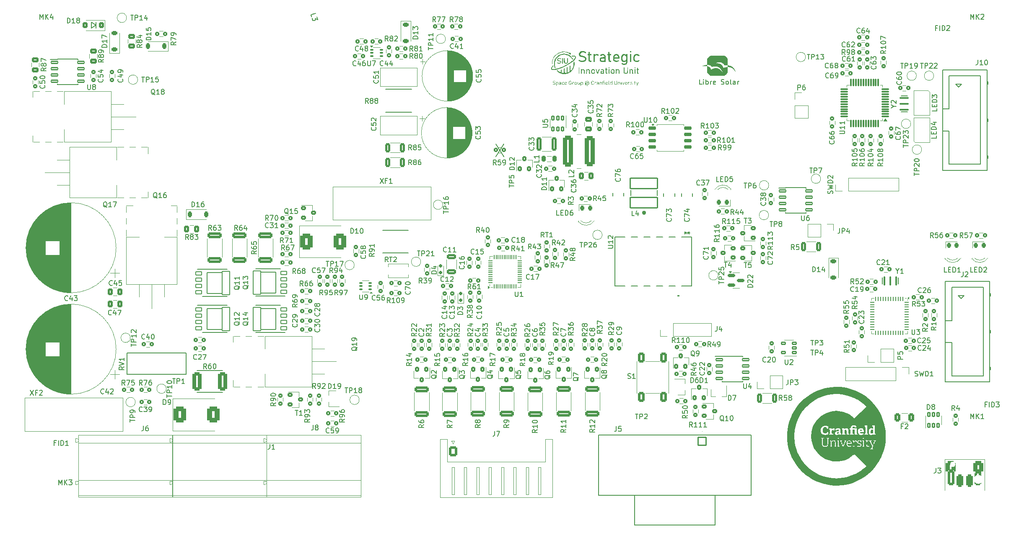
<source format=gto>
G04 #@! TF.GenerationSoftware,KiCad,Pcbnew,8.0.8*
G04 #@! TF.CreationDate,2025-02-25T18:25:39+01:00*
G04 #@! TF.ProjectId,EPS,4550532e-6b69-4636-9164-5f7063625858,rev?*
G04 #@! TF.SameCoordinates,Original*
G04 #@! TF.FileFunction,Legend,Top*
G04 #@! TF.FilePolarity,Positive*
%FSLAX46Y46*%
G04 Gerber Fmt 4.6, Leading zero omitted, Abs format (unit mm)*
G04 Created by KiCad (PCBNEW 8.0.8) date 2025-02-25 18:25:39*
%MOMM*%
%LPD*%
G01*
G04 APERTURE LIST*
G04 Aperture macros list*
%AMRoundRect*
0 Rectangle with rounded corners*
0 $1 Rounding radius*
0 $2 $3 $4 $5 $6 $7 $8 $9 X,Y pos of 4 corners*
0 Add a 4 corners polygon primitive as box body*
4,1,4,$2,$3,$4,$5,$6,$7,$8,$9,$2,$3,0*
0 Add four circle primitives for the rounded corners*
1,1,$1+$1,$2,$3*
1,1,$1+$1,$4,$5*
1,1,$1+$1,$6,$7*
1,1,$1+$1,$8,$9*
0 Add four rect primitives between the rounded corners*
20,1,$1+$1,$2,$3,$4,$5,0*
20,1,$1+$1,$4,$5,$6,$7,0*
20,1,$1+$1,$6,$7,$8,$9,0*
20,1,$1+$1,$8,$9,$2,$3,0*%
G04 Aperture macros list end*
%ADD10C,0.200000*%
%ADD11C,0.150000*%
%ADD12C,0.000000*%
%ADD13C,0.120000*%
%ADD14C,0.152400*%
%ADD15C,0.400000*%
%ADD16C,0.100000*%
%ADD17C,0.101600*%
%ADD18C,0.127000*%
%ADD19RoundRect,0.160000X0.240000X0.290000X-0.240000X0.290000X-0.240000X-0.290000X0.240000X-0.290000X0*%
%ADD20R,0.609600X1.981200*%
%ADD21RoundRect,0.160000X-0.240000X-0.290000X0.240000X-0.290000X0.240000X0.290000X-0.240000X0.290000X0*%
%ADD22RoundRect,0.225000X-0.375000X0.225000X-0.375000X-0.225000X0.375000X-0.225000X0.375000X0.225000X0*%
%ADD23RoundRect,0.240000X1.160000X-0.360000X1.160000X0.360000X-1.160000X0.360000X-1.160000X-0.360000X0*%
%ADD24RoundRect,0.180000X-0.270000X0.320000X-0.270000X-0.320000X0.270000X-0.320000X0.270000X0.320000X0*%
%ADD25RoundRect,0.160000X-0.290000X0.240000X-0.290000X-0.240000X0.290000X-0.240000X0.290000X0.240000X0*%
%ADD26RoundRect,0.220000X-0.480000X0.330000X-0.480000X-0.330000X0.480000X-0.330000X0.480000X0.330000X0*%
%ADD27C,1.500000*%
%ADD28RoundRect,0.102000X2.750000X-1.075000X2.750000X1.075000X-2.750000X1.075000X-2.750000X-1.075000X0*%
%ADD29RoundRect,0.160000X0.290000X-0.240000X0.290000X0.240000X-0.290000X0.240000X-0.290000X-0.240000X0*%
%ADD30RoundRect,0.120000X-0.680000X-0.180000X0.680000X-0.180000X0.680000X0.180000X-0.680000X0.180000X0*%
%ADD31RoundRect,0.080000X-0.870000X0.120000X-0.870000X-0.120000X0.870000X-0.120000X0.870000X0.120000X0*%
%ADD32RoundRect,0.180000X-0.320000X-0.270000X0.320000X-0.270000X0.320000X0.270000X-0.320000X0.270000X0*%
%ADD33R,1.100000X1.500000*%
%ADD34C,1.000000*%
%ADD35RoundRect,0.075000X-0.575000X0.350000X-0.575000X-0.350000X0.575000X-0.350000X0.575000X0.350000X0*%
%ADD36RoundRect,0.075000X-1.550000X2.100000X-1.550000X-2.100000X1.550000X-2.100000X1.550000X2.100000X0*%
%ADD37RoundRect,0.075000X-0.775000X2.350000X-0.775000X-2.350000X0.775000X-2.350000X0.775000X2.350000X0*%
%ADD38R,4.300000X4.300000*%
%ADD39RoundRect,0.050000X0.350000X-0.050000X0.350000X0.050000X-0.350000X0.050000X-0.350000X-0.050000X0*%
%ADD40RoundRect,0.050000X0.050000X-0.350000X0.050000X0.350000X-0.050000X0.350000X-0.050000X-0.350000X0*%
%ADD41RoundRect,0.075000X0.575000X-0.350000X0.575000X0.350000X-0.575000X0.350000X-0.575000X-0.350000X0*%
%ADD42RoundRect,0.075000X1.550000X-2.100000X1.550000X2.100000X-1.550000X2.100000X-1.550000X-2.100000X0*%
%ADD43RoundRect,0.075000X0.775000X-2.350000X0.775000X2.350000X-0.775000X2.350000X-0.775000X-2.350000X0*%
%ADD44RoundRect,0.180000X0.270000X-0.320000X0.270000X0.320000X-0.270000X0.320000X-0.270000X-0.320000X0*%
%ADD45C,2.100000*%
%ADD46R,1.700000X1.700000*%
%ADD47O,1.700000X1.700000*%
%ADD48RoundRect,0.180000X0.320000X0.270000X-0.320000X0.270000X-0.320000X-0.270000X0.320000X-0.270000X0*%
%ADD49C,6.800000*%
%ADD50RoundRect,0.075000X0.662500X0.075000X-0.662500X0.075000X-0.662500X-0.075000X0.662500X-0.075000X0*%
%ADD51RoundRect,0.075000X0.075000X0.662500X-0.075000X0.662500X-0.075000X-0.662500X0.075000X-0.662500X0*%
%ADD52C,3.200000*%
%ADD53C,2.800000*%
%ADD54C,1.800000*%
%ADD55RoundRect,0.218750X-0.218750X-0.256250X0.218750X-0.256250X0.218750X0.256250X-0.218750X0.256250X0*%
%ADD56R,1.800000X1.800000*%
%ADD57RoundRect,0.100000X0.225000X0.100000X-0.225000X0.100000X-0.225000X-0.100000X0.225000X-0.100000X0*%
%ADD58RoundRect,0.080000X-0.120000X-0.870000X0.120000X-0.870000X0.120000X0.870000X-0.120000X0.870000X0*%
%ADD59C,2.500000*%
%ADD60RoundRect,0.420000X-0.630000X-2.680000X0.630000X-2.680000X0.630000X2.680000X-0.630000X2.680000X0*%
%ADD61RoundRect,0.420000X-0.630000X-2.630000X0.630000X-2.630000X0.630000X2.630000X-0.630000X2.630000X0*%
%ADD62O,2.000000X1.905000*%
%ADD63R,2.000000X1.905000*%
%ADD64O,6.500000X6.500000*%
%ADD65R,1.949996X1.605597*%
%ADD66RoundRect,0.130000X-0.195000X0.420000X-0.195000X-0.420000X0.195000X-0.420000X0.195000X0.420000X0*%
%ADD67C,1.600000*%
%ADD68RoundRect,0.240000X-1.160000X0.360000X-1.160000X-0.360000X1.160000X-0.360000X1.160000X0.360000X0*%
%ADD69RoundRect,0.225000X0.225000X0.375000X-0.225000X0.375000X-0.225000X-0.375000X0.225000X-0.375000X0*%
%ADD70C,2.400000*%
%ADD71R,2.400000X2.400000*%
%ADD72RoundRect,0.150000X-0.650000X-0.150000X0.650000X-0.150000X0.650000X0.150000X-0.650000X0.150000X0*%
%ADD73RoundRect,0.260000X-0.390000X0.740000X-0.390000X-0.740000X0.390000X-0.740000X0.390000X0.740000X0*%
%ADD74RoundRect,0.130000X0.420000X0.195000X-0.420000X0.195000X-0.420000X-0.195000X0.420000X-0.195000X0*%
%ADD75RoundRect,0.218750X-0.218750X-0.381250X0.218750X-0.381250X0.218750X0.381250X-0.218750X0.381250X0*%
%ADD76RoundRect,0.220000X0.480000X-0.330000X0.480000X0.330000X-0.480000X0.330000X-0.480000X-0.330000X0*%
%ADD77R,5.600000X5.600000*%
%ADD78RoundRect,0.062500X-0.375000X0.062500X-0.375000X-0.062500X0.375000X-0.062500X0.375000X0.062500X0*%
%ADD79RoundRect,0.062500X-0.062500X0.375000X-0.062500X-0.375000X0.062500X-0.375000X0.062500X0.375000X0*%
%ADD80RoundRect,0.250000X0.375000X0.625000X-0.375000X0.625000X-0.375000X-0.625000X0.375000X-0.625000X0*%
%ADD81R,3.100000X4.000000*%
%ADD82O,1.905000X2.000000*%
%ADD83R,1.905000X2.000000*%
%ADD84RoundRect,0.100000X-0.225000X-0.100000X0.225000X-0.100000X0.225000X0.100000X-0.225000X0.100000X0*%
%ADD85R,0.900000X0.800000*%
%ADD86RoundRect,0.150000X-0.587500X-0.150000X0.587500X-0.150000X0.587500X0.150000X-0.587500X0.150000X0*%
%ADD87C,1.700000*%
%ADD88RoundRect,0.200000X0.300000X0.700000X-0.300000X0.700000X-0.300000X-0.700000X0.300000X-0.700000X0*%
%ADD89RoundRect,0.220000X0.330000X0.480000X-0.330000X0.480000X-0.330000X-0.480000X0.330000X-0.480000X0*%
%ADD90RoundRect,0.360000X0.540000X1.540000X-0.540000X1.540000X-0.540000X-1.540000X0.540000X-1.540000X0*%
%ADD91RoundRect,0.200000X-0.300000X-0.700000X0.300000X-0.700000X0.300000X0.700000X-0.300000X0.700000X0*%
%ADD92RoundRect,0.218750X0.218750X0.256250X-0.218750X0.256250X-0.218750X-0.256250X0.218750X-0.256250X0*%
%ADD93RoundRect,0.250000X-0.600000X-0.725000X0.600000X-0.725000X0.600000X0.725000X-0.600000X0.725000X0*%
%ADD94O,1.700000X1.950000*%
%ADD95C,3.180000*%
%ADD96RoundRect,0.102000X-0.817500X-0.817500X0.817500X-0.817500X0.817500X0.817500X-0.817500X0.817500X0*%
%ADD97C,1.839000*%
%ADD98R,0.400000X1.650000*%
%ADD99RoundRect,0.420000X-0.630000X-0.830000X0.630000X-0.830000X0.630000X0.830000X-0.630000X0.830000X0*%
%ADD100O,1.800000X1.800000*%
%ADD101RoundRect,0.260000X0.390000X-1.265000X0.390000X1.265000X-0.390000X1.265000X-0.390000X-1.265000X0*%
%ADD102C,1.100000*%
%ADD103RoundRect,0.357500X0.357500X-0.892500X0.357500X0.892500X-0.357500X0.892500X-0.357500X-0.892500X0*%
%ADD104RoundRect,0.200000X0.300000X0.400000X-0.300000X0.400000X-0.300000X-0.400000X0.300000X-0.400000X0*%
%ADD105RoundRect,0.225000X0.375000X-0.225000X0.375000X0.225000X-0.375000X0.225000X-0.375000X-0.225000X0*%
%ADD106RoundRect,0.225000X-0.225000X-0.375000X0.225000X-0.375000X0.225000X0.375000X-0.225000X0.375000X0*%
%ADD107RoundRect,0.500000X0.750000X-1.150000X0.750000X1.150000X-0.750000X1.150000X-0.750000X-1.150000X0*%
%ADD108RoundRect,0.130000X0.195000X-0.420000X0.195000X0.420000X-0.195000X0.420000X-0.195000X-0.420000X0*%
%ADD109R,0.800000X0.900000*%
%ADD110RoundRect,0.150000X-0.200000X0.150000X-0.200000X-0.150000X0.200000X-0.150000X0.200000X0.150000X0*%
%ADD111R,2.000000X2.000000*%
%ADD112C,2.000000*%
%ADD113RoundRect,0.220000X-0.330000X-0.480000X0.330000X-0.480000X0.330000X0.480000X-0.330000X0.480000X0*%
%ADD114RoundRect,0.220000X0.330000X1.130000X-0.330000X1.130000X-0.330000X-1.130000X0.330000X-1.130000X0*%
%ADD115RoundRect,0.200000X0.700000X-0.300000X0.700000X0.300000X-0.700000X0.300000X-0.700000X-0.300000X0*%
G04 APERTURE END LIST*
D10*
X134900000Y-73000000D02*
X133300000Y-75600000D01*
X133300000Y-73000000D02*
X134900000Y-75600000D01*
D11*
X111930952Y-105104819D02*
X111597619Y-104628628D01*
X111359524Y-105104819D02*
X111359524Y-104104819D01*
X111359524Y-104104819D02*
X111740476Y-104104819D01*
X111740476Y-104104819D02*
X111835714Y-104152438D01*
X111835714Y-104152438D02*
X111883333Y-104200057D01*
X111883333Y-104200057D02*
X111930952Y-104295295D01*
X111930952Y-104295295D02*
X111930952Y-104438152D01*
X111930952Y-104438152D02*
X111883333Y-104533390D01*
X111883333Y-104533390D02*
X111835714Y-104581009D01*
X111835714Y-104581009D02*
X111740476Y-104628628D01*
X111740476Y-104628628D02*
X111359524Y-104628628D01*
X112883333Y-105104819D02*
X112311905Y-105104819D01*
X112597619Y-105104819D02*
X112597619Y-104104819D01*
X112597619Y-104104819D02*
X112502381Y-104247676D01*
X112502381Y-104247676D02*
X112407143Y-104342914D01*
X112407143Y-104342914D02*
X112311905Y-104390533D01*
X113502381Y-104104819D02*
X113597619Y-104104819D01*
X113597619Y-104104819D02*
X113692857Y-104152438D01*
X113692857Y-104152438D02*
X113740476Y-104200057D01*
X113740476Y-104200057D02*
X113788095Y-104295295D01*
X113788095Y-104295295D02*
X113835714Y-104485771D01*
X113835714Y-104485771D02*
X113835714Y-104723866D01*
X113835714Y-104723866D02*
X113788095Y-104914342D01*
X113788095Y-104914342D02*
X113740476Y-105009580D01*
X113740476Y-105009580D02*
X113692857Y-105057200D01*
X113692857Y-105057200D02*
X113597619Y-105104819D01*
X113597619Y-105104819D02*
X113502381Y-105104819D01*
X113502381Y-105104819D02*
X113407143Y-105057200D01*
X113407143Y-105057200D02*
X113359524Y-105009580D01*
X113359524Y-105009580D02*
X113311905Y-104914342D01*
X113311905Y-104914342D02*
X113264286Y-104723866D01*
X113264286Y-104723866D02*
X113264286Y-104485771D01*
X113264286Y-104485771D02*
X113311905Y-104295295D01*
X113311905Y-104295295D02*
X113359524Y-104200057D01*
X113359524Y-104200057D02*
X113407143Y-104152438D01*
X113407143Y-104152438D02*
X113502381Y-104104819D01*
X114311905Y-105104819D02*
X114502381Y-105104819D01*
X114502381Y-105104819D02*
X114597619Y-105057200D01*
X114597619Y-105057200D02*
X114645238Y-105009580D01*
X114645238Y-105009580D02*
X114740476Y-104866723D01*
X114740476Y-104866723D02*
X114788095Y-104676247D01*
X114788095Y-104676247D02*
X114788095Y-104295295D01*
X114788095Y-104295295D02*
X114740476Y-104200057D01*
X114740476Y-104200057D02*
X114692857Y-104152438D01*
X114692857Y-104152438D02*
X114597619Y-104104819D01*
X114597619Y-104104819D02*
X114407143Y-104104819D01*
X114407143Y-104104819D02*
X114311905Y-104152438D01*
X114311905Y-104152438D02*
X114264286Y-104200057D01*
X114264286Y-104200057D02*
X114216667Y-104295295D01*
X114216667Y-104295295D02*
X114216667Y-104533390D01*
X114216667Y-104533390D02*
X114264286Y-104628628D01*
X114264286Y-104628628D02*
X114311905Y-104676247D01*
X114311905Y-104676247D02*
X114407143Y-104723866D01*
X114407143Y-104723866D02*
X114597619Y-104723866D01*
X114597619Y-104723866D02*
X114692857Y-104676247D01*
X114692857Y-104676247D02*
X114740476Y-104628628D01*
X114740476Y-104628628D02*
X114788095Y-104533390D01*
X155954819Y-94063094D02*
X156764342Y-94063094D01*
X156764342Y-94063094D02*
X156859580Y-94015475D01*
X156859580Y-94015475D02*
X156907200Y-93967856D01*
X156907200Y-93967856D02*
X156954819Y-93872618D01*
X156954819Y-93872618D02*
X156954819Y-93682142D01*
X156954819Y-93682142D02*
X156907200Y-93586904D01*
X156907200Y-93586904D02*
X156859580Y-93539285D01*
X156859580Y-93539285D02*
X156764342Y-93491666D01*
X156764342Y-93491666D02*
X155954819Y-93491666D01*
X156954819Y-92491666D02*
X156954819Y-93063094D01*
X156954819Y-92777380D02*
X155954819Y-92777380D01*
X155954819Y-92777380D02*
X156097676Y-92872618D01*
X156097676Y-92872618D02*
X156192914Y-92967856D01*
X156192914Y-92967856D02*
X156240533Y-93063094D01*
X156050057Y-92110713D02*
X156002438Y-92063094D01*
X156002438Y-92063094D02*
X155954819Y-91967856D01*
X155954819Y-91967856D02*
X155954819Y-91729761D01*
X155954819Y-91729761D02*
X156002438Y-91634523D01*
X156002438Y-91634523D02*
X156050057Y-91586904D01*
X156050057Y-91586904D02*
X156145295Y-91539285D01*
X156145295Y-91539285D02*
X156240533Y-91539285D01*
X156240533Y-91539285D02*
X156383390Y-91586904D01*
X156383390Y-91586904D02*
X156954819Y-92158332D01*
X156954819Y-92158332D02*
X156954819Y-91539285D01*
X172457780Y-90996600D02*
X172219685Y-90996600D01*
X172314923Y-90758505D02*
X172219685Y-90996600D01*
X172219685Y-90996600D02*
X172314923Y-91234695D01*
X172029209Y-90853743D02*
X172219685Y-90996600D01*
X172219685Y-90996600D02*
X172029209Y-91139457D01*
X171367419Y-90996599D02*
X171605514Y-90996599D01*
X171510276Y-91234694D02*
X171605514Y-90996599D01*
X171605514Y-90996599D02*
X171510276Y-90758504D01*
X171795990Y-91139456D02*
X171605514Y-90996599D01*
X171605514Y-90996599D02*
X171795990Y-90853742D01*
X155704819Y-117267857D02*
X155228628Y-117601190D01*
X155704819Y-117839285D02*
X154704819Y-117839285D01*
X154704819Y-117839285D02*
X154704819Y-117458333D01*
X154704819Y-117458333D02*
X154752438Y-117363095D01*
X154752438Y-117363095D02*
X154800057Y-117315476D01*
X154800057Y-117315476D02*
X154895295Y-117267857D01*
X154895295Y-117267857D02*
X155038152Y-117267857D01*
X155038152Y-117267857D02*
X155133390Y-117315476D01*
X155133390Y-117315476D02*
X155181009Y-117363095D01*
X155181009Y-117363095D02*
X155228628Y-117458333D01*
X155228628Y-117458333D02*
X155228628Y-117839285D01*
X154800057Y-116886904D02*
X154752438Y-116839285D01*
X154752438Y-116839285D02*
X154704819Y-116744047D01*
X154704819Y-116744047D02*
X154704819Y-116505952D01*
X154704819Y-116505952D02*
X154752438Y-116410714D01*
X154752438Y-116410714D02*
X154800057Y-116363095D01*
X154800057Y-116363095D02*
X154895295Y-116315476D01*
X154895295Y-116315476D02*
X154990533Y-116315476D01*
X154990533Y-116315476D02*
X155133390Y-116363095D01*
X155133390Y-116363095D02*
X155704819Y-116934523D01*
X155704819Y-116934523D02*
X155704819Y-116315476D01*
X154704819Y-115696428D02*
X154704819Y-115601190D01*
X154704819Y-115601190D02*
X154752438Y-115505952D01*
X154752438Y-115505952D02*
X154800057Y-115458333D01*
X154800057Y-115458333D02*
X154895295Y-115410714D01*
X154895295Y-115410714D02*
X155085771Y-115363095D01*
X155085771Y-115363095D02*
X155323866Y-115363095D01*
X155323866Y-115363095D02*
X155514342Y-115410714D01*
X155514342Y-115410714D02*
X155609580Y-115458333D01*
X155609580Y-115458333D02*
X155657200Y-115505952D01*
X155657200Y-115505952D02*
X155704819Y-115601190D01*
X155704819Y-115601190D02*
X155704819Y-115696428D01*
X155704819Y-115696428D02*
X155657200Y-115791666D01*
X155657200Y-115791666D02*
X155609580Y-115839285D01*
X155609580Y-115839285D02*
X155514342Y-115886904D01*
X155514342Y-115886904D02*
X155323866Y-115934523D01*
X155323866Y-115934523D02*
X155085771Y-115934523D01*
X155085771Y-115934523D02*
X154895295Y-115886904D01*
X154895295Y-115886904D02*
X154800057Y-115839285D01*
X154800057Y-115839285D02*
X154752438Y-115791666D01*
X154752438Y-115791666D02*
X154704819Y-115696428D01*
X62372422Y-112369580D02*
X62324803Y-112417200D01*
X62324803Y-112417200D02*
X62181946Y-112464819D01*
X62181946Y-112464819D02*
X62086708Y-112464819D01*
X62086708Y-112464819D02*
X61943851Y-112417200D01*
X61943851Y-112417200D02*
X61848613Y-112321961D01*
X61848613Y-112321961D02*
X61800994Y-112226723D01*
X61800994Y-112226723D02*
X61753375Y-112036247D01*
X61753375Y-112036247D02*
X61753375Y-111893390D01*
X61753375Y-111893390D02*
X61800994Y-111702914D01*
X61800994Y-111702914D02*
X61848613Y-111607676D01*
X61848613Y-111607676D02*
X61943851Y-111512438D01*
X61943851Y-111512438D02*
X62086708Y-111464819D01*
X62086708Y-111464819D02*
X62181946Y-111464819D01*
X62181946Y-111464819D02*
X62324803Y-111512438D01*
X62324803Y-111512438D02*
X62372422Y-111560057D01*
X63229565Y-111798152D02*
X63229565Y-112464819D01*
X62991470Y-111417200D02*
X62753375Y-112131485D01*
X62753375Y-112131485D02*
X63372422Y-112131485D01*
X63943851Y-111464819D02*
X64039089Y-111464819D01*
X64039089Y-111464819D02*
X64134327Y-111512438D01*
X64134327Y-111512438D02*
X64181946Y-111560057D01*
X64181946Y-111560057D02*
X64229565Y-111655295D01*
X64229565Y-111655295D02*
X64277184Y-111845771D01*
X64277184Y-111845771D02*
X64277184Y-112083866D01*
X64277184Y-112083866D02*
X64229565Y-112274342D01*
X64229565Y-112274342D02*
X64181946Y-112369580D01*
X64181946Y-112369580D02*
X64134327Y-112417200D01*
X64134327Y-112417200D02*
X64039089Y-112464819D01*
X64039089Y-112464819D02*
X63943851Y-112464819D01*
X63943851Y-112464819D02*
X63848613Y-112417200D01*
X63848613Y-112417200D02*
X63800994Y-112369580D01*
X63800994Y-112369580D02*
X63753375Y-112274342D01*
X63753375Y-112274342D02*
X63705756Y-112083866D01*
X63705756Y-112083866D02*
X63705756Y-111845771D01*
X63705756Y-111845771D02*
X63753375Y-111655295D01*
X63753375Y-111655295D02*
X63800994Y-111560057D01*
X63800994Y-111560057D02*
X63848613Y-111512438D01*
X63848613Y-111512438D02*
X63943851Y-111464819D01*
X197265714Y-98844819D02*
X197265714Y-97844819D01*
X197265714Y-97844819D02*
X197503809Y-97844819D01*
X197503809Y-97844819D02*
X197646666Y-97892438D01*
X197646666Y-97892438D02*
X197741904Y-97987676D01*
X197741904Y-97987676D02*
X197789523Y-98082914D01*
X197789523Y-98082914D02*
X197837142Y-98273390D01*
X197837142Y-98273390D02*
X197837142Y-98416247D01*
X197837142Y-98416247D02*
X197789523Y-98606723D01*
X197789523Y-98606723D02*
X197741904Y-98701961D01*
X197741904Y-98701961D02*
X197646666Y-98797200D01*
X197646666Y-98797200D02*
X197503809Y-98844819D01*
X197503809Y-98844819D02*
X197265714Y-98844819D01*
X198789523Y-98844819D02*
X198218095Y-98844819D01*
X198503809Y-98844819D02*
X198503809Y-97844819D01*
X198503809Y-97844819D02*
X198408571Y-97987676D01*
X198408571Y-97987676D02*
X198313333Y-98082914D01*
X198313333Y-98082914D02*
X198218095Y-98130533D01*
X199646666Y-98178152D02*
X199646666Y-98844819D01*
X199408571Y-97797200D02*
X199170476Y-98511485D01*
X199170476Y-98511485D02*
X199789523Y-98511485D01*
X118754819Y-129776666D02*
X118278628Y-130109999D01*
X118754819Y-130348094D02*
X117754819Y-130348094D01*
X117754819Y-130348094D02*
X117754819Y-129967142D01*
X117754819Y-129967142D02*
X117802438Y-129871904D01*
X117802438Y-129871904D02*
X117850057Y-129824285D01*
X117850057Y-129824285D02*
X117945295Y-129776666D01*
X117945295Y-129776666D02*
X118088152Y-129776666D01*
X118088152Y-129776666D02*
X118183390Y-129824285D01*
X118183390Y-129824285D02*
X118231009Y-129871904D01*
X118231009Y-129871904D02*
X118278628Y-129967142D01*
X118278628Y-129967142D02*
X118278628Y-130348094D01*
X117754819Y-128919523D02*
X117754819Y-129109999D01*
X117754819Y-129109999D02*
X117802438Y-129205237D01*
X117802438Y-129205237D02*
X117850057Y-129252856D01*
X117850057Y-129252856D02*
X117992914Y-129348094D01*
X117992914Y-129348094D02*
X118183390Y-129395713D01*
X118183390Y-129395713D02*
X118564342Y-129395713D01*
X118564342Y-129395713D02*
X118659580Y-129348094D01*
X118659580Y-129348094D02*
X118707200Y-129300475D01*
X118707200Y-129300475D02*
X118754819Y-129205237D01*
X118754819Y-129205237D02*
X118754819Y-129014761D01*
X118754819Y-129014761D02*
X118707200Y-128919523D01*
X118707200Y-128919523D02*
X118659580Y-128871904D01*
X118659580Y-128871904D02*
X118564342Y-128824285D01*
X118564342Y-128824285D02*
X118326247Y-128824285D01*
X118326247Y-128824285D02*
X118231009Y-128871904D01*
X118231009Y-128871904D02*
X118183390Y-128919523D01*
X118183390Y-128919523D02*
X118135771Y-129014761D01*
X118135771Y-129014761D02*
X118135771Y-129205237D01*
X118135771Y-129205237D02*
X118183390Y-129300475D01*
X118183390Y-129300475D02*
X118231009Y-129348094D01*
X118231009Y-129348094D02*
X118326247Y-129395713D01*
X121350057Y-119705238D02*
X121302438Y-119800476D01*
X121302438Y-119800476D02*
X121207200Y-119895714D01*
X121207200Y-119895714D02*
X121064342Y-120038571D01*
X121064342Y-120038571D02*
X121016723Y-120133809D01*
X121016723Y-120133809D02*
X121016723Y-120229047D01*
X121254819Y-120181428D02*
X121207200Y-120276666D01*
X121207200Y-120276666D02*
X121111961Y-120371904D01*
X121111961Y-120371904D02*
X120921485Y-120419523D01*
X120921485Y-120419523D02*
X120588152Y-120419523D01*
X120588152Y-120419523D02*
X120397676Y-120371904D01*
X120397676Y-120371904D02*
X120302438Y-120276666D01*
X120302438Y-120276666D02*
X120254819Y-120181428D01*
X120254819Y-120181428D02*
X120254819Y-119990952D01*
X120254819Y-119990952D02*
X120302438Y-119895714D01*
X120302438Y-119895714D02*
X120397676Y-119800476D01*
X120397676Y-119800476D02*
X120588152Y-119752857D01*
X120588152Y-119752857D02*
X120921485Y-119752857D01*
X120921485Y-119752857D02*
X121111961Y-119800476D01*
X121111961Y-119800476D02*
X121207200Y-119895714D01*
X121207200Y-119895714D02*
X121254819Y-119990952D01*
X121254819Y-119990952D02*
X121254819Y-120181428D01*
X120350057Y-119371904D02*
X120302438Y-119324285D01*
X120302438Y-119324285D02*
X120254819Y-119229047D01*
X120254819Y-119229047D02*
X120254819Y-118990952D01*
X120254819Y-118990952D02*
X120302438Y-118895714D01*
X120302438Y-118895714D02*
X120350057Y-118848095D01*
X120350057Y-118848095D02*
X120445295Y-118800476D01*
X120445295Y-118800476D02*
X120540533Y-118800476D01*
X120540533Y-118800476D02*
X120683390Y-118848095D01*
X120683390Y-118848095D02*
X121254819Y-119419523D01*
X121254819Y-119419523D02*
X121254819Y-118800476D01*
X140432142Y-94229819D02*
X140098809Y-93753628D01*
X139860714Y-94229819D02*
X139860714Y-93229819D01*
X139860714Y-93229819D02*
X140241666Y-93229819D01*
X140241666Y-93229819D02*
X140336904Y-93277438D01*
X140336904Y-93277438D02*
X140384523Y-93325057D01*
X140384523Y-93325057D02*
X140432142Y-93420295D01*
X140432142Y-93420295D02*
X140432142Y-93563152D01*
X140432142Y-93563152D02*
X140384523Y-93658390D01*
X140384523Y-93658390D02*
X140336904Y-93706009D01*
X140336904Y-93706009D02*
X140241666Y-93753628D01*
X140241666Y-93753628D02*
X139860714Y-93753628D01*
X141289285Y-93563152D02*
X141289285Y-94229819D01*
X141051190Y-93182200D02*
X140813095Y-93896485D01*
X140813095Y-93896485D02*
X141432142Y-93896485D01*
X141717857Y-93229819D02*
X142336904Y-93229819D01*
X142336904Y-93229819D02*
X142003571Y-93610771D01*
X142003571Y-93610771D02*
X142146428Y-93610771D01*
X142146428Y-93610771D02*
X142241666Y-93658390D01*
X142241666Y-93658390D02*
X142289285Y-93706009D01*
X142289285Y-93706009D02*
X142336904Y-93801247D01*
X142336904Y-93801247D02*
X142336904Y-94039342D01*
X142336904Y-94039342D02*
X142289285Y-94134580D01*
X142289285Y-94134580D02*
X142241666Y-94182200D01*
X142241666Y-94182200D02*
X142146428Y-94229819D01*
X142146428Y-94229819D02*
X141860714Y-94229819D01*
X141860714Y-94229819D02*
X141765476Y-94182200D01*
X141765476Y-94182200D02*
X141717857Y-94134580D01*
X61804819Y-52892857D02*
X61328628Y-53226190D01*
X61804819Y-53464285D02*
X60804819Y-53464285D01*
X60804819Y-53464285D02*
X60804819Y-53083333D01*
X60804819Y-53083333D02*
X60852438Y-52988095D01*
X60852438Y-52988095D02*
X60900057Y-52940476D01*
X60900057Y-52940476D02*
X60995295Y-52892857D01*
X60995295Y-52892857D02*
X61138152Y-52892857D01*
X61138152Y-52892857D02*
X61233390Y-52940476D01*
X61233390Y-52940476D02*
X61281009Y-52988095D01*
X61281009Y-52988095D02*
X61328628Y-53083333D01*
X61328628Y-53083333D02*
X61328628Y-53464285D01*
X61233390Y-52321428D02*
X61185771Y-52416666D01*
X61185771Y-52416666D02*
X61138152Y-52464285D01*
X61138152Y-52464285D02*
X61042914Y-52511904D01*
X61042914Y-52511904D02*
X60995295Y-52511904D01*
X60995295Y-52511904D02*
X60900057Y-52464285D01*
X60900057Y-52464285D02*
X60852438Y-52416666D01*
X60852438Y-52416666D02*
X60804819Y-52321428D01*
X60804819Y-52321428D02*
X60804819Y-52130952D01*
X60804819Y-52130952D02*
X60852438Y-52035714D01*
X60852438Y-52035714D02*
X60900057Y-51988095D01*
X60900057Y-51988095D02*
X60995295Y-51940476D01*
X60995295Y-51940476D02*
X61042914Y-51940476D01*
X61042914Y-51940476D02*
X61138152Y-51988095D01*
X61138152Y-51988095D02*
X61185771Y-52035714D01*
X61185771Y-52035714D02*
X61233390Y-52130952D01*
X61233390Y-52130952D02*
X61233390Y-52321428D01*
X61233390Y-52321428D02*
X61281009Y-52416666D01*
X61281009Y-52416666D02*
X61328628Y-52464285D01*
X61328628Y-52464285D02*
X61423866Y-52511904D01*
X61423866Y-52511904D02*
X61614342Y-52511904D01*
X61614342Y-52511904D02*
X61709580Y-52464285D01*
X61709580Y-52464285D02*
X61757200Y-52416666D01*
X61757200Y-52416666D02*
X61804819Y-52321428D01*
X61804819Y-52321428D02*
X61804819Y-52130952D01*
X61804819Y-52130952D02*
X61757200Y-52035714D01*
X61757200Y-52035714D02*
X61709580Y-51988095D01*
X61709580Y-51988095D02*
X61614342Y-51940476D01*
X61614342Y-51940476D02*
X61423866Y-51940476D01*
X61423866Y-51940476D02*
X61328628Y-51988095D01*
X61328628Y-51988095D02*
X61281009Y-52035714D01*
X61281009Y-52035714D02*
X61233390Y-52130952D01*
X61138152Y-51083333D02*
X61804819Y-51083333D01*
X60757200Y-51321428D02*
X61471485Y-51559523D01*
X61471485Y-51559523D02*
X61471485Y-50940476D01*
X116254819Y-117252857D02*
X115778628Y-117586190D01*
X116254819Y-117824285D02*
X115254819Y-117824285D01*
X115254819Y-117824285D02*
X115254819Y-117443333D01*
X115254819Y-117443333D02*
X115302438Y-117348095D01*
X115302438Y-117348095D02*
X115350057Y-117300476D01*
X115350057Y-117300476D02*
X115445295Y-117252857D01*
X115445295Y-117252857D02*
X115588152Y-117252857D01*
X115588152Y-117252857D02*
X115683390Y-117300476D01*
X115683390Y-117300476D02*
X115731009Y-117348095D01*
X115731009Y-117348095D02*
X115778628Y-117443333D01*
X115778628Y-117443333D02*
X115778628Y-117824285D01*
X116254819Y-116300476D02*
X116254819Y-116871904D01*
X116254819Y-116586190D02*
X115254819Y-116586190D01*
X115254819Y-116586190D02*
X115397676Y-116681428D01*
X115397676Y-116681428D02*
X115492914Y-116776666D01*
X115492914Y-116776666D02*
X115540533Y-116871904D01*
X115588152Y-115443333D02*
X116254819Y-115443333D01*
X115207200Y-115681428D02*
X115921485Y-115919523D01*
X115921485Y-115919523D02*
X115921485Y-115300476D01*
X178352819Y-101313094D02*
X178352819Y-100741666D01*
X179352819Y-101027380D02*
X178352819Y-101027380D01*
X179352819Y-100408332D02*
X178352819Y-100408332D01*
X178352819Y-100408332D02*
X178352819Y-100027380D01*
X178352819Y-100027380D02*
X178400438Y-99932142D01*
X178400438Y-99932142D02*
X178448057Y-99884523D01*
X178448057Y-99884523D02*
X178543295Y-99836904D01*
X178543295Y-99836904D02*
X178686152Y-99836904D01*
X178686152Y-99836904D02*
X178781390Y-99884523D01*
X178781390Y-99884523D02*
X178829009Y-99932142D01*
X178829009Y-99932142D02*
X178876628Y-100027380D01*
X178876628Y-100027380D02*
X178876628Y-100408332D01*
X178448057Y-99455951D02*
X178400438Y-99408332D01*
X178400438Y-99408332D02*
X178352819Y-99313094D01*
X178352819Y-99313094D02*
X178352819Y-99074999D01*
X178352819Y-99074999D02*
X178400438Y-98979761D01*
X178400438Y-98979761D02*
X178448057Y-98932142D01*
X178448057Y-98932142D02*
X178543295Y-98884523D01*
X178543295Y-98884523D02*
X178638533Y-98884523D01*
X178638533Y-98884523D02*
X178781390Y-98932142D01*
X178781390Y-98932142D02*
X179352819Y-99503570D01*
X179352819Y-99503570D02*
X179352819Y-98884523D01*
X178352819Y-97979761D02*
X178352819Y-98455951D01*
X178352819Y-98455951D02*
X178829009Y-98503570D01*
X178829009Y-98503570D02*
X178781390Y-98455951D01*
X178781390Y-98455951D02*
X178733771Y-98360713D01*
X178733771Y-98360713D02*
X178733771Y-98122618D01*
X178733771Y-98122618D02*
X178781390Y-98027380D01*
X178781390Y-98027380D02*
X178829009Y-97979761D01*
X178829009Y-97979761D02*
X178924247Y-97932142D01*
X178924247Y-97932142D02*
X179162342Y-97932142D01*
X179162342Y-97932142D02*
X179257580Y-97979761D01*
X179257580Y-97979761D02*
X179305200Y-98027380D01*
X179305200Y-98027380D02*
X179352819Y-98122618D01*
X179352819Y-98122618D02*
X179352819Y-98360713D01*
X179352819Y-98360713D02*
X179305200Y-98455951D01*
X179305200Y-98455951D02*
X179257580Y-98503570D01*
X227647142Y-91954819D02*
X227313809Y-91478628D01*
X227075714Y-91954819D02*
X227075714Y-90954819D01*
X227075714Y-90954819D02*
X227456666Y-90954819D01*
X227456666Y-90954819D02*
X227551904Y-91002438D01*
X227551904Y-91002438D02*
X227599523Y-91050057D01*
X227599523Y-91050057D02*
X227647142Y-91145295D01*
X227647142Y-91145295D02*
X227647142Y-91288152D01*
X227647142Y-91288152D02*
X227599523Y-91383390D01*
X227599523Y-91383390D02*
X227551904Y-91431009D01*
X227551904Y-91431009D02*
X227456666Y-91478628D01*
X227456666Y-91478628D02*
X227075714Y-91478628D01*
X228551904Y-90954819D02*
X228075714Y-90954819D01*
X228075714Y-90954819D02*
X228028095Y-91431009D01*
X228028095Y-91431009D02*
X228075714Y-91383390D01*
X228075714Y-91383390D02*
X228170952Y-91335771D01*
X228170952Y-91335771D02*
X228409047Y-91335771D01*
X228409047Y-91335771D02*
X228504285Y-91383390D01*
X228504285Y-91383390D02*
X228551904Y-91431009D01*
X228551904Y-91431009D02*
X228599523Y-91526247D01*
X228599523Y-91526247D02*
X228599523Y-91764342D01*
X228599523Y-91764342D02*
X228551904Y-91859580D01*
X228551904Y-91859580D02*
X228504285Y-91907200D01*
X228504285Y-91907200D02*
X228409047Y-91954819D01*
X228409047Y-91954819D02*
X228170952Y-91954819D01*
X228170952Y-91954819D02*
X228075714Y-91907200D01*
X228075714Y-91907200D02*
X228028095Y-91859580D01*
X228932857Y-90954819D02*
X229599523Y-90954819D01*
X229599523Y-90954819D02*
X229170952Y-91954819D01*
X161258333Y-87529819D02*
X160782143Y-87529819D01*
X160782143Y-87529819D02*
X160782143Y-86529819D01*
X162020238Y-86863152D02*
X162020238Y-87529819D01*
X161782143Y-86482200D02*
X161544048Y-87196485D01*
X161544048Y-87196485D02*
X162163095Y-87196485D01*
X187729580Y-84812857D02*
X187777200Y-84860476D01*
X187777200Y-84860476D02*
X187824819Y-85003333D01*
X187824819Y-85003333D02*
X187824819Y-85098571D01*
X187824819Y-85098571D02*
X187777200Y-85241428D01*
X187777200Y-85241428D02*
X187681961Y-85336666D01*
X187681961Y-85336666D02*
X187586723Y-85384285D01*
X187586723Y-85384285D02*
X187396247Y-85431904D01*
X187396247Y-85431904D02*
X187253390Y-85431904D01*
X187253390Y-85431904D02*
X187062914Y-85384285D01*
X187062914Y-85384285D02*
X186967676Y-85336666D01*
X186967676Y-85336666D02*
X186872438Y-85241428D01*
X186872438Y-85241428D02*
X186824819Y-85098571D01*
X186824819Y-85098571D02*
X186824819Y-85003333D01*
X186824819Y-85003333D02*
X186872438Y-84860476D01*
X186872438Y-84860476D02*
X186920057Y-84812857D01*
X186824819Y-84479523D02*
X186824819Y-83860476D01*
X186824819Y-83860476D02*
X187205771Y-84193809D01*
X187205771Y-84193809D02*
X187205771Y-84050952D01*
X187205771Y-84050952D02*
X187253390Y-83955714D01*
X187253390Y-83955714D02*
X187301009Y-83908095D01*
X187301009Y-83908095D02*
X187396247Y-83860476D01*
X187396247Y-83860476D02*
X187634342Y-83860476D01*
X187634342Y-83860476D02*
X187729580Y-83908095D01*
X187729580Y-83908095D02*
X187777200Y-83955714D01*
X187777200Y-83955714D02*
X187824819Y-84050952D01*
X187824819Y-84050952D02*
X187824819Y-84336666D01*
X187824819Y-84336666D02*
X187777200Y-84431904D01*
X187777200Y-84431904D02*
X187729580Y-84479523D01*
X187253390Y-83289047D02*
X187205771Y-83384285D01*
X187205771Y-83384285D02*
X187158152Y-83431904D01*
X187158152Y-83431904D02*
X187062914Y-83479523D01*
X187062914Y-83479523D02*
X187015295Y-83479523D01*
X187015295Y-83479523D02*
X186920057Y-83431904D01*
X186920057Y-83431904D02*
X186872438Y-83384285D01*
X186872438Y-83384285D02*
X186824819Y-83289047D01*
X186824819Y-83289047D02*
X186824819Y-83098571D01*
X186824819Y-83098571D02*
X186872438Y-83003333D01*
X186872438Y-83003333D02*
X186920057Y-82955714D01*
X186920057Y-82955714D02*
X187015295Y-82908095D01*
X187015295Y-82908095D02*
X187062914Y-82908095D01*
X187062914Y-82908095D02*
X187158152Y-82955714D01*
X187158152Y-82955714D02*
X187205771Y-83003333D01*
X187205771Y-83003333D02*
X187253390Y-83098571D01*
X187253390Y-83098571D02*
X187253390Y-83289047D01*
X187253390Y-83289047D02*
X187301009Y-83384285D01*
X187301009Y-83384285D02*
X187348628Y-83431904D01*
X187348628Y-83431904D02*
X187443866Y-83479523D01*
X187443866Y-83479523D02*
X187634342Y-83479523D01*
X187634342Y-83479523D02*
X187729580Y-83431904D01*
X187729580Y-83431904D02*
X187777200Y-83384285D01*
X187777200Y-83384285D02*
X187824819Y-83289047D01*
X187824819Y-83289047D02*
X187824819Y-83098571D01*
X187824819Y-83098571D02*
X187777200Y-83003333D01*
X187777200Y-83003333D02*
X187729580Y-82955714D01*
X187729580Y-82955714D02*
X187634342Y-82908095D01*
X187634342Y-82908095D02*
X187443866Y-82908095D01*
X187443866Y-82908095D02*
X187348628Y-82955714D01*
X187348628Y-82955714D02*
X187301009Y-83003333D01*
X187301009Y-83003333D02*
X187253390Y-83098571D01*
X148964819Y-84666666D02*
X148488628Y-84999999D01*
X148964819Y-85238094D02*
X147964819Y-85238094D01*
X147964819Y-85238094D02*
X147964819Y-84857142D01*
X147964819Y-84857142D02*
X148012438Y-84761904D01*
X148012438Y-84761904D02*
X148060057Y-84714285D01*
X148060057Y-84714285D02*
X148155295Y-84666666D01*
X148155295Y-84666666D02*
X148298152Y-84666666D01*
X148298152Y-84666666D02*
X148393390Y-84714285D01*
X148393390Y-84714285D02*
X148441009Y-84761904D01*
X148441009Y-84761904D02*
X148488628Y-84857142D01*
X148488628Y-84857142D02*
X148488628Y-85238094D01*
X147964819Y-84333332D02*
X147964819Y-83714285D01*
X147964819Y-83714285D02*
X148345771Y-84047618D01*
X148345771Y-84047618D02*
X148345771Y-83904761D01*
X148345771Y-83904761D02*
X148393390Y-83809523D01*
X148393390Y-83809523D02*
X148441009Y-83761904D01*
X148441009Y-83761904D02*
X148536247Y-83714285D01*
X148536247Y-83714285D02*
X148774342Y-83714285D01*
X148774342Y-83714285D02*
X148869580Y-83761904D01*
X148869580Y-83761904D02*
X148917200Y-83809523D01*
X148917200Y-83809523D02*
X148964819Y-83904761D01*
X148964819Y-83904761D02*
X148964819Y-84190475D01*
X148964819Y-84190475D02*
X148917200Y-84285713D01*
X148917200Y-84285713D02*
X148869580Y-84333332D01*
X195048095Y-87484819D02*
X195048095Y-88294342D01*
X195048095Y-88294342D02*
X195095714Y-88389580D01*
X195095714Y-88389580D02*
X195143333Y-88437200D01*
X195143333Y-88437200D02*
X195238571Y-88484819D01*
X195238571Y-88484819D02*
X195429047Y-88484819D01*
X195429047Y-88484819D02*
X195524285Y-88437200D01*
X195524285Y-88437200D02*
X195571904Y-88389580D01*
X195571904Y-88389580D02*
X195619523Y-88294342D01*
X195619523Y-88294342D02*
X195619523Y-87484819D01*
X196524285Y-87484819D02*
X196333809Y-87484819D01*
X196333809Y-87484819D02*
X196238571Y-87532438D01*
X196238571Y-87532438D02*
X196190952Y-87580057D01*
X196190952Y-87580057D02*
X196095714Y-87722914D01*
X196095714Y-87722914D02*
X196048095Y-87913390D01*
X196048095Y-87913390D02*
X196048095Y-88294342D01*
X196048095Y-88294342D02*
X196095714Y-88389580D01*
X196095714Y-88389580D02*
X196143333Y-88437200D01*
X196143333Y-88437200D02*
X196238571Y-88484819D01*
X196238571Y-88484819D02*
X196429047Y-88484819D01*
X196429047Y-88484819D02*
X196524285Y-88437200D01*
X196524285Y-88437200D02*
X196571904Y-88389580D01*
X196571904Y-88389580D02*
X196619523Y-88294342D01*
X196619523Y-88294342D02*
X196619523Y-88056247D01*
X196619523Y-88056247D02*
X196571904Y-87961009D01*
X196571904Y-87961009D02*
X196524285Y-87913390D01*
X196524285Y-87913390D02*
X196429047Y-87865771D01*
X196429047Y-87865771D02*
X196238571Y-87865771D01*
X196238571Y-87865771D02*
X196143333Y-87913390D01*
X196143333Y-87913390D02*
X196095714Y-87961009D01*
X196095714Y-87961009D02*
X196048095Y-88056247D01*
X213668628Y-65386190D02*
X214144819Y-65386190D01*
X213144819Y-65719523D02*
X213668628Y-65386190D01*
X213668628Y-65386190D02*
X213144819Y-65052857D01*
X213240057Y-64767142D02*
X213192438Y-64719523D01*
X213192438Y-64719523D02*
X213144819Y-64624285D01*
X213144819Y-64624285D02*
X213144819Y-64386190D01*
X213144819Y-64386190D02*
X213192438Y-64290952D01*
X213192438Y-64290952D02*
X213240057Y-64243333D01*
X213240057Y-64243333D02*
X213335295Y-64195714D01*
X213335295Y-64195714D02*
X213430533Y-64195714D01*
X213430533Y-64195714D02*
X213573390Y-64243333D01*
X213573390Y-64243333D02*
X214144819Y-64814761D01*
X214144819Y-64814761D02*
X214144819Y-64195714D01*
X175380952Y-69804819D02*
X175047619Y-69328628D01*
X174809524Y-69804819D02*
X174809524Y-68804819D01*
X174809524Y-68804819D02*
X175190476Y-68804819D01*
X175190476Y-68804819D02*
X175285714Y-68852438D01*
X175285714Y-68852438D02*
X175333333Y-68900057D01*
X175333333Y-68900057D02*
X175380952Y-68995295D01*
X175380952Y-68995295D02*
X175380952Y-69138152D01*
X175380952Y-69138152D02*
X175333333Y-69233390D01*
X175333333Y-69233390D02*
X175285714Y-69281009D01*
X175285714Y-69281009D02*
X175190476Y-69328628D01*
X175190476Y-69328628D02*
X174809524Y-69328628D01*
X176333333Y-69804819D02*
X175761905Y-69804819D01*
X176047619Y-69804819D02*
X176047619Y-68804819D01*
X176047619Y-68804819D02*
X175952381Y-68947676D01*
X175952381Y-68947676D02*
X175857143Y-69042914D01*
X175857143Y-69042914D02*
X175761905Y-69090533D01*
X176952381Y-68804819D02*
X177047619Y-68804819D01*
X177047619Y-68804819D02*
X177142857Y-68852438D01*
X177142857Y-68852438D02*
X177190476Y-68900057D01*
X177190476Y-68900057D02*
X177238095Y-68995295D01*
X177238095Y-68995295D02*
X177285714Y-69185771D01*
X177285714Y-69185771D02*
X177285714Y-69423866D01*
X177285714Y-69423866D02*
X177238095Y-69614342D01*
X177238095Y-69614342D02*
X177190476Y-69709580D01*
X177190476Y-69709580D02*
X177142857Y-69757200D01*
X177142857Y-69757200D02*
X177047619Y-69804819D01*
X177047619Y-69804819D02*
X176952381Y-69804819D01*
X176952381Y-69804819D02*
X176857143Y-69757200D01*
X176857143Y-69757200D02*
X176809524Y-69709580D01*
X176809524Y-69709580D02*
X176761905Y-69614342D01*
X176761905Y-69614342D02*
X176714286Y-69423866D01*
X176714286Y-69423866D02*
X176714286Y-69185771D01*
X176714286Y-69185771D02*
X176761905Y-68995295D01*
X176761905Y-68995295D02*
X176809524Y-68900057D01*
X176809524Y-68900057D02*
X176857143Y-68852438D01*
X176857143Y-68852438D02*
X176952381Y-68804819D01*
X177619048Y-68804819D02*
X178238095Y-68804819D01*
X178238095Y-68804819D02*
X177904762Y-69185771D01*
X177904762Y-69185771D02*
X178047619Y-69185771D01*
X178047619Y-69185771D02*
X178142857Y-69233390D01*
X178142857Y-69233390D02*
X178190476Y-69281009D01*
X178190476Y-69281009D02*
X178238095Y-69376247D01*
X178238095Y-69376247D02*
X178238095Y-69614342D01*
X178238095Y-69614342D02*
X178190476Y-69709580D01*
X178190476Y-69709580D02*
X178142857Y-69757200D01*
X178142857Y-69757200D02*
X178047619Y-69804819D01*
X178047619Y-69804819D02*
X177761905Y-69804819D01*
X177761905Y-69804819D02*
X177666667Y-69757200D01*
X177666667Y-69757200D02*
X177619048Y-69709580D01*
X219182142Y-114634580D02*
X219134523Y-114682200D01*
X219134523Y-114682200D02*
X218991666Y-114729819D01*
X218991666Y-114729819D02*
X218896428Y-114729819D01*
X218896428Y-114729819D02*
X218753571Y-114682200D01*
X218753571Y-114682200D02*
X218658333Y-114586961D01*
X218658333Y-114586961D02*
X218610714Y-114491723D01*
X218610714Y-114491723D02*
X218563095Y-114301247D01*
X218563095Y-114301247D02*
X218563095Y-114158390D01*
X218563095Y-114158390D02*
X218610714Y-113967914D01*
X218610714Y-113967914D02*
X218658333Y-113872676D01*
X218658333Y-113872676D02*
X218753571Y-113777438D01*
X218753571Y-113777438D02*
X218896428Y-113729819D01*
X218896428Y-113729819D02*
X218991666Y-113729819D01*
X218991666Y-113729819D02*
X219134523Y-113777438D01*
X219134523Y-113777438D02*
X219182142Y-113825057D01*
X219563095Y-113825057D02*
X219610714Y-113777438D01*
X219610714Y-113777438D02*
X219705952Y-113729819D01*
X219705952Y-113729819D02*
X219944047Y-113729819D01*
X219944047Y-113729819D02*
X220039285Y-113777438D01*
X220039285Y-113777438D02*
X220086904Y-113825057D01*
X220086904Y-113825057D02*
X220134523Y-113920295D01*
X220134523Y-113920295D02*
X220134523Y-114015533D01*
X220134523Y-114015533D02*
X220086904Y-114158390D01*
X220086904Y-114158390D02*
X219515476Y-114729819D01*
X219515476Y-114729819D02*
X220134523Y-114729819D01*
X220991666Y-114063152D02*
X220991666Y-114729819D01*
X220753571Y-113682200D02*
X220515476Y-114396485D01*
X220515476Y-114396485D02*
X221134523Y-114396485D01*
X118382142Y-101129819D02*
X118048809Y-100653628D01*
X117810714Y-101129819D02*
X117810714Y-100129819D01*
X117810714Y-100129819D02*
X118191666Y-100129819D01*
X118191666Y-100129819D02*
X118286904Y-100177438D01*
X118286904Y-100177438D02*
X118334523Y-100225057D01*
X118334523Y-100225057D02*
X118382142Y-100320295D01*
X118382142Y-100320295D02*
X118382142Y-100463152D01*
X118382142Y-100463152D02*
X118334523Y-100558390D01*
X118334523Y-100558390D02*
X118286904Y-100606009D01*
X118286904Y-100606009D02*
X118191666Y-100653628D01*
X118191666Y-100653628D02*
X117810714Y-100653628D01*
X118715476Y-100129819D02*
X119334523Y-100129819D01*
X119334523Y-100129819D02*
X119001190Y-100510771D01*
X119001190Y-100510771D02*
X119144047Y-100510771D01*
X119144047Y-100510771D02*
X119239285Y-100558390D01*
X119239285Y-100558390D02*
X119286904Y-100606009D01*
X119286904Y-100606009D02*
X119334523Y-100701247D01*
X119334523Y-100701247D02*
X119334523Y-100939342D01*
X119334523Y-100939342D02*
X119286904Y-101034580D01*
X119286904Y-101034580D02*
X119239285Y-101082200D01*
X119239285Y-101082200D02*
X119144047Y-101129819D01*
X119144047Y-101129819D02*
X118858333Y-101129819D01*
X118858333Y-101129819D02*
X118763095Y-101082200D01*
X118763095Y-101082200D02*
X118715476Y-101034580D01*
X119810714Y-101129819D02*
X120001190Y-101129819D01*
X120001190Y-101129819D02*
X120096428Y-101082200D01*
X120096428Y-101082200D02*
X120144047Y-101034580D01*
X120144047Y-101034580D02*
X120239285Y-100891723D01*
X120239285Y-100891723D02*
X120286904Y-100701247D01*
X120286904Y-100701247D02*
X120286904Y-100320295D01*
X120286904Y-100320295D02*
X120239285Y-100225057D01*
X120239285Y-100225057D02*
X120191666Y-100177438D01*
X120191666Y-100177438D02*
X120096428Y-100129819D01*
X120096428Y-100129819D02*
X119905952Y-100129819D01*
X119905952Y-100129819D02*
X119810714Y-100177438D01*
X119810714Y-100177438D02*
X119763095Y-100225057D01*
X119763095Y-100225057D02*
X119715476Y-100320295D01*
X119715476Y-100320295D02*
X119715476Y-100558390D01*
X119715476Y-100558390D02*
X119763095Y-100653628D01*
X119763095Y-100653628D02*
X119810714Y-100701247D01*
X119810714Y-100701247D02*
X119905952Y-100748866D01*
X119905952Y-100748866D02*
X120096428Y-100748866D01*
X120096428Y-100748866D02*
X120191666Y-100701247D01*
X120191666Y-100701247D02*
X120239285Y-100653628D01*
X120239285Y-100653628D02*
X120286904Y-100558390D01*
X88804819Y-125342857D02*
X88328628Y-125676190D01*
X88804819Y-125914285D02*
X87804819Y-125914285D01*
X87804819Y-125914285D02*
X87804819Y-125533333D01*
X87804819Y-125533333D02*
X87852438Y-125438095D01*
X87852438Y-125438095D02*
X87900057Y-125390476D01*
X87900057Y-125390476D02*
X87995295Y-125342857D01*
X87995295Y-125342857D02*
X88138152Y-125342857D01*
X88138152Y-125342857D02*
X88233390Y-125390476D01*
X88233390Y-125390476D02*
X88281009Y-125438095D01*
X88281009Y-125438095D02*
X88328628Y-125533333D01*
X88328628Y-125533333D02*
X88328628Y-125914285D01*
X88804819Y-124866666D02*
X88804819Y-124676190D01*
X88804819Y-124676190D02*
X88757200Y-124580952D01*
X88757200Y-124580952D02*
X88709580Y-124533333D01*
X88709580Y-124533333D02*
X88566723Y-124438095D01*
X88566723Y-124438095D02*
X88376247Y-124390476D01*
X88376247Y-124390476D02*
X87995295Y-124390476D01*
X87995295Y-124390476D02*
X87900057Y-124438095D01*
X87900057Y-124438095D02*
X87852438Y-124485714D01*
X87852438Y-124485714D02*
X87804819Y-124580952D01*
X87804819Y-124580952D02*
X87804819Y-124771428D01*
X87804819Y-124771428D02*
X87852438Y-124866666D01*
X87852438Y-124866666D02*
X87900057Y-124914285D01*
X87900057Y-124914285D02*
X87995295Y-124961904D01*
X87995295Y-124961904D02*
X88233390Y-124961904D01*
X88233390Y-124961904D02*
X88328628Y-124914285D01*
X88328628Y-124914285D02*
X88376247Y-124866666D01*
X88376247Y-124866666D02*
X88423866Y-124771428D01*
X88423866Y-124771428D02*
X88423866Y-124580952D01*
X88423866Y-124580952D02*
X88376247Y-124485714D01*
X88376247Y-124485714D02*
X88328628Y-124438095D01*
X88328628Y-124438095D02*
X88233390Y-124390476D01*
X87804819Y-123771428D02*
X87804819Y-123676190D01*
X87804819Y-123676190D02*
X87852438Y-123580952D01*
X87852438Y-123580952D02*
X87900057Y-123533333D01*
X87900057Y-123533333D02*
X87995295Y-123485714D01*
X87995295Y-123485714D02*
X88185771Y-123438095D01*
X88185771Y-123438095D02*
X88423866Y-123438095D01*
X88423866Y-123438095D02*
X88614342Y-123485714D01*
X88614342Y-123485714D02*
X88709580Y-123533333D01*
X88709580Y-123533333D02*
X88757200Y-123580952D01*
X88757200Y-123580952D02*
X88804819Y-123676190D01*
X88804819Y-123676190D02*
X88804819Y-123771428D01*
X88804819Y-123771428D02*
X88757200Y-123866666D01*
X88757200Y-123866666D02*
X88709580Y-123914285D01*
X88709580Y-123914285D02*
X88614342Y-123961904D01*
X88614342Y-123961904D02*
X88423866Y-124009523D01*
X88423866Y-124009523D02*
X88185771Y-124009523D01*
X88185771Y-124009523D02*
X87995295Y-123961904D01*
X87995295Y-123961904D02*
X87900057Y-123914285D01*
X87900057Y-123914285D02*
X87852438Y-123866666D01*
X87852438Y-123866666D02*
X87804819Y-123771428D01*
X61761905Y-59454819D02*
X62333333Y-59454819D01*
X62047619Y-60454819D02*
X62047619Y-59454819D01*
X62666667Y-60454819D02*
X62666667Y-59454819D01*
X62666667Y-59454819D02*
X63047619Y-59454819D01*
X63047619Y-59454819D02*
X63142857Y-59502438D01*
X63142857Y-59502438D02*
X63190476Y-59550057D01*
X63190476Y-59550057D02*
X63238095Y-59645295D01*
X63238095Y-59645295D02*
X63238095Y-59788152D01*
X63238095Y-59788152D02*
X63190476Y-59883390D01*
X63190476Y-59883390D02*
X63142857Y-59931009D01*
X63142857Y-59931009D02*
X63047619Y-59978628D01*
X63047619Y-59978628D02*
X62666667Y-59978628D01*
X64190476Y-60454819D02*
X63619048Y-60454819D01*
X63904762Y-60454819D02*
X63904762Y-59454819D01*
X63904762Y-59454819D02*
X63809524Y-59597676D01*
X63809524Y-59597676D02*
X63714286Y-59692914D01*
X63714286Y-59692914D02*
X63619048Y-59740533D01*
X65095238Y-59454819D02*
X64619048Y-59454819D01*
X64619048Y-59454819D02*
X64571429Y-59931009D01*
X64571429Y-59931009D02*
X64619048Y-59883390D01*
X64619048Y-59883390D02*
X64714286Y-59835771D01*
X64714286Y-59835771D02*
X64952381Y-59835771D01*
X64952381Y-59835771D02*
X65047619Y-59883390D01*
X65047619Y-59883390D02*
X65095238Y-59931009D01*
X65095238Y-59931009D02*
X65142857Y-60026247D01*
X65142857Y-60026247D02*
X65142857Y-60264342D01*
X65142857Y-60264342D02*
X65095238Y-60359580D01*
X65095238Y-60359580D02*
X65047619Y-60407200D01*
X65047619Y-60407200D02*
X64952381Y-60454819D01*
X64952381Y-60454819D02*
X64714286Y-60454819D01*
X64714286Y-60454819D02*
X64619048Y-60407200D01*
X64619048Y-60407200D02*
X64571429Y-60359580D01*
X215051905Y-56664819D02*
X215623333Y-56664819D01*
X215337619Y-57664819D02*
X215337619Y-56664819D01*
X215956667Y-57664819D02*
X215956667Y-56664819D01*
X215956667Y-56664819D02*
X216337619Y-56664819D01*
X216337619Y-56664819D02*
X216432857Y-56712438D01*
X216432857Y-56712438D02*
X216480476Y-56760057D01*
X216480476Y-56760057D02*
X216528095Y-56855295D01*
X216528095Y-56855295D02*
X216528095Y-56998152D01*
X216528095Y-56998152D02*
X216480476Y-57093390D01*
X216480476Y-57093390D02*
X216432857Y-57141009D01*
X216432857Y-57141009D02*
X216337619Y-57188628D01*
X216337619Y-57188628D02*
X215956667Y-57188628D01*
X217480476Y-57664819D02*
X216909048Y-57664819D01*
X217194762Y-57664819D02*
X217194762Y-56664819D01*
X217194762Y-56664819D02*
X217099524Y-56807676D01*
X217099524Y-56807676D02*
X217004286Y-56902914D01*
X217004286Y-56902914D02*
X216909048Y-56950533D01*
X217956667Y-57664819D02*
X218147143Y-57664819D01*
X218147143Y-57664819D02*
X218242381Y-57617200D01*
X218242381Y-57617200D02*
X218290000Y-57569580D01*
X218290000Y-57569580D02*
X218385238Y-57426723D01*
X218385238Y-57426723D02*
X218432857Y-57236247D01*
X218432857Y-57236247D02*
X218432857Y-56855295D01*
X218432857Y-56855295D02*
X218385238Y-56760057D01*
X218385238Y-56760057D02*
X218337619Y-56712438D01*
X218337619Y-56712438D02*
X218242381Y-56664819D01*
X218242381Y-56664819D02*
X218051905Y-56664819D01*
X218051905Y-56664819D02*
X217956667Y-56712438D01*
X217956667Y-56712438D02*
X217909048Y-56760057D01*
X217909048Y-56760057D02*
X217861429Y-56855295D01*
X217861429Y-56855295D02*
X217861429Y-57093390D01*
X217861429Y-57093390D02*
X217909048Y-57188628D01*
X217909048Y-57188628D02*
X217956667Y-57236247D01*
X217956667Y-57236247D02*
X218051905Y-57283866D01*
X218051905Y-57283866D02*
X218242381Y-57283866D01*
X218242381Y-57283866D02*
X218337619Y-57236247D01*
X218337619Y-57236247D02*
X218385238Y-57188628D01*
X218385238Y-57188628D02*
X218432857Y-57093390D01*
X181357142Y-87254819D02*
X181023809Y-86778628D01*
X180785714Y-87254819D02*
X180785714Y-86254819D01*
X180785714Y-86254819D02*
X181166666Y-86254819D01*
X181166666Y-86254819D02*
X181261904Y-86302438D01*
X181261904Y-86302438D02*
X181309523Y-86350057D01*
X181309523Y-86350057D02*
X181357142Y-86445295D01*
X181357142Y-86445295D02*
X181357142Y-86588152D01*
X181357142Y-86588152D02*
X181309523Y-86683390D01*
X181309523Y-86683390D02*
X181261904Y-86731009D01*
X181261904Y-86731009D02*
X181166666Y-86778628D01*
X181166666Y-86778628D02*
X180785714Y-86778628D01*
X182214285Y-86588152D02*
X182214285Y-87254819D01*
X181976190Y-86207200D02*
X181738095Y-86921485D01*
X181738095Y-86921485D02*
X182357142Y-86921485D01*
X183166666Y-86588152D02*
X183166666Y-87254819D01*
X182928571Y-86207200D02*
X182690476Y-86921485D01*
X182690476Y-86921485D02*
X183309523Y-86921485D01*
X130007142Y-90874819D02*
X129673809Y-90398628D01*
X129435714Y-90874819D02*
X129435714Y-89874819D01*
X129435714Y-89874819D02*
X129816666Y-89874819D01*
X129816666Y-89874819D02*
X129911904Y-89922438D01*
X129911904Y-89922438D02*
X129959523Y-89970057D01*
X129959523Y-89970057D02*
X130007142Y-90065295D01*
X130007142Y-90065295D02*
X130007142Y-90208152D01*
X130007142Y-90208152D02*
X129959523Y-90303390D01*
X129959523Y-90303390D02*
X129911904Y-90351009D01*
X129911904Y-90351009D02*
X129816666Y-90398628D01*
X129816666Y-90398628D02*
X129435714Y-90398628D01*
X130864285Y-90208152D02*
X130864285Y-90874819D01*
X130626190Y-89827200D02*
X130388095Y-90541485D01*
X130388095Y-90541485D02*
X131007142Y-90541485D01*
X131578571Y-89874819D02*
X131673809Y-89874819D01*
X131673809Y-89874819D02*
X131769047Y-89922438D01*
X131769047Y-89922438D02*
X131816666Y-89970057D01*
X131816666Y-89970057D02*
X131864285Y-90065295D01*
X131864285Y-90065295D02*
X131911904Y-90255771D01*
X131911904Y-90255771D02*
X131911904Y-90493866D01*
X131911904Y-90493866D02*
X131864285Y-90684342D01*
X131864285Y-90684342D02*
X131816666Y-90779580D01*
X131816666Y-90779580D02*
X131769047Y-90827200D01*
X131769047Y-90827200D02*
X131673809Y-90874819D01*
X131673809Y-90874819D02*
X131578571Y-90874819D01*
X131578571Y-90874819D02*
X131483333Y-90827200D01*
X131483333Y-90827200D02*
X131435714Y-90779580D01*
X131435714Y-90779580D02*
X131388095Y-90684342D01*
X131388095Y-90684342D02*
X131340476Y-90493866D01*
X131340476Y-90493866D02*
X131340476Y-90255771D01*
X131340476Y-90255771D02*
X131388095Y-90065295D01*
X131388095Y-90065295D02*
X131435714Y-89970057D01*
X131435714Y-89970057D02*
X131483333Y-89922438D01*
X131483333Y-89922438D02*
X131578571Y-89874819D01*
X203907142Y-56184580D02*
X203859523Y-56232200D01*
X203859523Y-56232200D02*
X203716666Y-56279819D01*
X203716666Y-56279819D02*
X203621428Y-56279819D01*
X203621428Y-56279819D02*
X203478571Y-56232200D01*
X203478571Y-56232200D02*
X203383333Y-56136961D01*
X203383333Y-56136961D02*
X203335714Y-56041723D01*
X203335714Y-56041723D02*
X203288095Y-55851247D01*
X203288095Y-55851247D02*
X203288095Y-55708390D01*
X203288095Y-55708390D02*
X203335714Y-55517914D01*
X203335714Y-55517914D02*
X203383333Y-55422676D01*
X203383333Y-55422676D02*
X203478571Y-55327438D01*
X203478571Y-55327438D02*
X203621428Y-55279819D01*
X203621428Y-55279819D02*
X203716666Y-55279819D01*
X203716666Y-55279819D02*
X203859523Y-55327438D01*
X203859523Y-55327438D02*
X203907142Y-55375057D01*
X204764285Y-55279819D02*
X204573809Y-55279819D01*
X204573809Y-55279819D02*
X204478571Y-55327438D01*
X204478571Y-55327438D02*
X204430952Y-55375057D01*
X204430952Y-55375057D02*
X204335714Y-55517914D01*
X204335714Y-55517914D02*
X204288095Y-55708390D01*
X204288095Y-55708390D02*
X204288095Y-56089342D01*
X204288095Y-56089342D02*
X204335714Y-56184580D01*
X204335714Y-56184580D02*
X204383333Y-56232200D01*
X204383333Y-56232200D02*
X204478571Y-56279819D01*
X204478571Y-56279819D02*
X204669047Y-56279819D01*
X204669047Y-56279819D02*
X204764285Y-56232200D01*
X204764285Y-56232200D02*
X204811904Y-56184580D01*
X204811904Y-56184580D02*
X204859523Y-56089342D01*
X204859523Y-56089342D02*
X204859523Y-55851247D01*
X204859523Y-55851247D02*
X204811904Y-55756009D01*
X204811904Y-55756009D02*
X204764285Y-55708390D01*
X204764285Y-55708390D02*
X204669047Y-55660771D01*
X204669047Y-55660771D02*
X204478571Y-55660771D01*
X204478571Y-55660771D02*
X204383333Y-55708390D01*
X204383333Y-55708390D02*
X204335714Y-55756009D01*
X204335714Y-55756009D02*
X204288095Y-55851247D01*
X205811904Y-56279819D02*
X205240476Y-56279819D01*
X205526190Y-56279819D02*
X205526190Y-55279819D01*
X205526190Y-55279819D02*
X205430952Y-55422676D01*
X205430952Y-55422676D02*
X205335714Y-55517914D01*
X205335714Y-55517914D02*
X205240476Y-55565533D01*
X92763095Y-126854819D02*
X93334523Y-126854819D01*
X93048809Y-127854819D02*
X93048809Y-126854819D01*
X94191666Y-127854819D02*
X93620238Y-127854819D01*
X93905952Y-127854819D02*
X93905952Y-126854819D01*
X93905952Y-126854819D02*
X93810714Y-126997676D01*
X93810714Y-126997676D02*
X93715476Y-127092914D01*
X93715476Y-127092914D02*
X93620238Y-127140533D01*
X222244819Y-71329047D02*
X222244819Y-71805237D01*
X222244819Y-71805237D02*
X221244819Y-71805237D01*
X221721009Y-70995713D02*
X221721009Y-70662380D01*
X222244819Y-70519523D02*
X222244819Y-70995713D01*
X222244819Y-70995713D02*
X221244819Y-70995713D01*
X221244819Y-70995713D02*
X221244819Y-70519523D01*
X222244819Y-70090951D02*
X221244819Y-70090951D01*
X221244819Y-70090951D02*
X221244819Y-69852856D01*
X221244819Y-69852856D02*
X221292438Y-69709999D01*
X221292438Y-69709999D02*
X221387676Y-69614761D01*
X221387676Y-69614761D02*
X221482914Y-69567142D01*
X221482914Y-69567142D02*
X221673390Y-69519523D01*
X221673390Y-69519523D02*
X221816247Y-69519523D01*
X221816247Y-69519523D02*
X222006723Y-69567142D01*
X222006723Y-69567142D02*
X222101961Y-69614761D01*
X222101961Y-69614761D02*
X222197200Y-69709999D01*
X222197200Y-69709999D02*
X222244819Y-69852856D01*
X222244819Y-69852856D02*
X222244819Y-70090951D01*
X221578152Y-68662380D02*
X222244819Y-68662380D01*
X221197200Y-68900475D02*
X221911485Y-69138570D01*
X221911485Y-69138570D02*
X221911485Y-68519523D01*
X196918095Y-112704819D02*
X197489523Y-112704819D01*
X197203809Y-113704819D02*
X197203809Y-112704819D01*
X197822857Y-113704819D02*
X197822857Y-112704819D01*
X197822857Y-112704819D02*
X198203809Y-112704819D01*
X198203809Y-112704819D02*
X198299047Y-112752438D01*
X198299047Y-112752438D02*
X198346666Y-112800057D01*
X198346666Y-112800057D02*
X198394285Y-112895295D01*
X198394285Y-112895295D02*
X198394285Y-113038152D01*
X198394285Y-113038152D02*
X198346666Y-113133390D01*
X198346666Y-113133390D02*
X198299047Y-113181009D01*
X198299047Y-113181009D02*
X198203809Y-113228628D01*
X198203809Y-113228628D02*
X197822857Y-113228628D01*
X198727619Y-112704819D02*
X199346666Y-112704819D01*
X199346666Y-112704819D02*
X199013333Y-113085771D01*
X199013333Y-113085771D02*
X199156190Y-113085771D01*
X199156190Y-113085771D02*
X199251428Y-113133390D01*
X199251428Y-113133390D02*
X199299047Y-113181009D01*
X199299047Y-113181009D02*
X199346666Y-113276247D01*
X199346666Y-113276247D02*
X199346666Y-113514342D01*
X199346666Y-113514342D02*
X199299047Y-113609580D01*
X199299047Y-113609580D02*
X199251428Y-113657200D01*
X199251428Y-113657200D02*
X199156190Y-113704819D01*
X199156190Y-113704819D02*
X198870476Y-113704819D01*
X198870476Y-113704819D02*
X198775238Y-113657200D01*
X198775238Y-113657200D02*
X198727619Y-113609580D01*
X126809580Y-97667857D02*
X126857200Y-97715476D01*
X126857200Y-97715476D02*
X126904819Y-97858333D01*
X126904819Y-97858333D02*
X126904819Y-97953571D01*
X126904819Y-97953571D02*
X126857200Y-98096428D01*
X126857200Y-98096428D02*
X126761961Y-98191666D01*
X126761961Y-98191666D02*
X126666723Y-98239285D01*
X126666723Y-98239285D02*
X126476247Y-98286904D01*
X126476247Y-98286904D02*
X126333390Y-98286904D01*
X126333390Y-98286904D02*
X126142914Y-98239285D01*
X126142914Y-98239285D02*
X126047676Y-98191666D01*
X126047676Y-98191666D02*
X125952438Y-98096428D01*
X125952438Y-98096428D02*
X125904819Y-97953571D01*
X125904819Y-97953571D02*
X125904819Y-97858333D01*
X125904819Y-97858333D02*
X125952438Y-97715476D01*
X125952438Y-97715476D02*
X126000057Y-97667857D01*
X126904819Y-96715476D02*
X126904819Y-97286904D01*
X126904819Y-97001190D02*
X125904819Y-97001190D01*
X125904819Y-97001190D02*
X126047676Y-97096428D01*
X126047676Y-97096428D02*
X126142914Y-97191666D01*
X126142914Y-97191666D02*
X126190533Y-97286904D01*
X125904819Y-95858333D02*
X125904819Y-96048809D01*
X125904819Y-96048809D02*
X125952438Y-96144047D01*
X125952438Y-96144047D02*
X126000057Y-96191666D01*
X126000057Y-96191666D02*
X126142914Y-96286904D01*
X126142914Y-96286904D02*
X126333390Y-96334523D01*
X126333390Y-96334523D02*
X126714342Y-96334523D01*
X126714342Y-96334523D02*
X126809580Y-96286904D01*
X126809580Y-96286904D02*
X126857200Y-96239285D01*
X126857200Y-96239285D02*
X126904819Y-96144047D01*
X126904819Y-96144047D02*
X126904819Y-95953571D01*
X126904819Y-95953571D02*
X126857200Y-95858333D01*
X126857200Y-95858333D02*
X126809580Y-95810714D01*
X126809580Y-95810714D02*
X126714342Y-95763095D01*
X126714342Y-95763095D02*
X126476247Y-95763095D01*
X126476247Y-95763095D02*
X126381009Y-95810714D01*
X126381009Y-95810714D02*
X126333390Y-95858333D01*
X126333390Y-95858333D02*
X126285771Y-95953571D01*
X126285771Y-95953571D02*
X126285771Y-96144047D01*
X126285771Y-96144047D02*
X126333390Y-96239285D01*
X126333390Y-96239285D02*
X126381009Y-96286904D01*
X126381009Y-96286904D02*
X126476247Y-96334523D01*
X135834580Y-111251666D02*
X135882200Y-111299285D01*
X135882200Y-111299285D02*
X135929819Y-111442142D01*
X135929819Y-111442142D02*
X135929819Y-111537380D01*
X135929819Y-111537380D02*
X135882200Y-111680237D01*
X135882200Y-111680237D02*
X135786961Y-111775475D01*
X135786961Y-111775475D02*
X135691723Y-111823094D01*
X135691723Y-111823094D02*
X135501247Y-111870713D01*
X135501247Y-111870713D02*
X135358390Y-111870713D01*
X135358390Y-111870713D02*
X135167914Y-111823094D01*
X135167914Y-111823094D02*
X135072676Y-111775475D01*
X135072676Y-111775475D02*
X134977438Y-111680237D01*
X134977438Y-111680237D02*
X134929819Y-111537380D01*
X134929819Y-111537380D02*
X134929819Y-111442142D01*
X134929819Y-111442142D02*
X134977438Y-111299285D01*
X134977438Y-111299285D02*
X135025057Y-111251666D01*
X134929819Y-110346904D02*
X134929819Y-110823094D01*
X134929819Y-110823094D02*
X135406009Y-110870713D01*
X135406009Y-110870713D02*
X135358390Y-110823094D01*
X135358390Y-110823094D02*
X135310771Y-110727856D01*
X135310771Y-110727856D02*
X135310771Y-110489761D01*
X135310771Y-110489761D02*
X135358390Y-110394523D01*
X135358390Y-110394523D02*
X135406009Y-110346904D01*
X135406009Y-110346904D02*
X135501247Y-110299285D01*
X135501247Y-110299285D02*
X135739342Y-110299285D01*
X135739342Y-110299285D02*
X135834580Y-110346904D01*
X135834580Y-110346904D02*
X135882200Y-110394523D01*
X135882200Y-110394523D02*
X135929819Y-110489761D01*
X135929819Y-110489761D02*
X135929819Y-110727856D01*
X135929819Y-110727856D02*
X135882200Y-110823094D01*
X135882200Y-110823094D02*
X135834580Y-110870713D01*
X153159580Y-111216666D02*
X153207200Y-111264285D01*
X153207200Y-111264285D02*
X153254819Y-111407142D01*
X153254819Y-111407142D02*
X153254819Y-111502380D01*
X153254819Y-111502380D02*
X153207200Y-111645237D01*
X153207200Y-111645237D02*
X153111961Y-111740475D01*
X153111961Y-111740475D02*
X153016723Y-111788094D01*
X153016723Y-111788094D02*
X152826247Y-111835713D01*
X152826247Y-111835713D02*
X152683390Y-111835713D01*
X152683390Y-111835713D02*
X152492914Y-111788094D01*
X152492914Y-111788094D02*
X152397676Y-111740475D01*
X152397676Y-111740475D02*
X152302438Y-111645237D01*
X152302438Y-111645237D02*
X152254819Y-111502380D01*
X152254819Y-111502380D02*
X152254819Y-111407142D01*
X152254819Y-111407142D02*
X152302438Y-111264285D01*
X152302438Y-111264285D02*
X152350057Y-111216666D01*
X152683390Y-110645237D02*
X152635771Y-110740475D01*
X152635771Y-110740475D02*
X152588152Y-110788094D01*
X152588152Y-110788094D02*
X152492914Y-110835713D01*
X152492914Y-110835713D02*
X152445295Y-110835713D01*
X152445295Y-110835713D02*
X152350057Y-110788094D01*
X152350057Y-110788094D02*
X152302438Y-110740475D01*
X152302438Y-110740475D02*
X152254819Y-110645237D01*
X152254819Y-110645237D02*
X152254819Y-110454761D01*
X152254819Y-110454761D02*
X152302438Y-110359523D01*
X152302438Y-110359523D02*
X152350057Y-110311904D01*
X152350057Y-110311904D02*
X152445295Y-110264285D01*
X152445295Y-110264285D02*
X152492914Y-110264285D01*
X152492914Y-110264285D02*
X152588152Y-110311904D01*
X152588152Y-110311904D02*
X152635771Y-110359523D01*
X152635771Y-110359523D02*
X152683390Y-110454761D01*
X152683390Y-110454761D02*
X152683390Y-110645237D01*
X152683390Y-110645237D02*
X152731009Y-110740475D01*
X152731009Y-110740475D02*
X152778628Y-110788094D01*
X152778628Y-110788094D02*
X152873866Y-110835713D01*
X152873866Y-110835713D02*
X153064342Y-110835713D01*
X153064342Y-110835713D02*
X153159580Y-110788094D01*
X153159580Y-110788094D02*
X153207200Y-110740475D01*
X153207200Y-110740475D02*
X153254819Y-110645237D01*
X153254819Y-110645237D02*
X153254819Y-110454761D01*
X153254819Y-110454761D02*
X153207200Y-110359523D01*
X153207200Y-110359523D02*
X153159580Y-110311904D01*
X153159580Y-110311904D02*
X153064342Y-110264285D01*
X153064342Y-110264285D02*
X152873866Y-110264285D01*
X152873866Y-110264285D02*
X152778628Y-110311904D01*
X152778628Y-110311904D02*
X152731009Y-110359523D01*
X152731009Y-110359523D02*
X152683390Y-110454761D01*
X138425057Y-119730238D02*
X138377438Y-119825476D01*
X138377438Y-119825476D02*
X138282200Y-119920714D01*
X138282200Y-119920714D02*
X138139342Y-120063571D01*
X138139342Y-120063571D02*
X138091723Y-120158809D01*
X138091723Y-120158809D02*
X138091723Y-120254047D01*
X138329819Y-120206428D02*
X138282200Y-120301666D01*
X138282200Y-120301666D02*
X138186961Y-120396904D01*
X138186961Y-120396904D02*
X137996485Y-120444523D01*
X137996485Y-120444523D02*
X137663152Y-120444523D01*
X137663152Y-120444523D02*
X137472676Y-120396904D01*
X137472676Y-120396904D02*
X137377438Y-120301666D01*
X137377438Y-120301666D02*
X137329819Y-120206428D01*
X137329819Y-120206428D02*
X137329819Y-120015952D01*
X137329819Y-120015952D02*
X137377438Y-119920714D01*
X137377438Y-119920714D02*
X137472676Y-119825476D01*
X137472676Y-119825476D02*
X137663152Y-119777857D01*
X137663152Y-119777857D02*
X137996485Y-119777857D01*
X137996485Y-119777857D02*
X138186961Y-119825476D01*
X138186961Y-119825476D02*
X138282200Y-119920714D01*
X138282200Y-119920714D02*
X138329819Y-120015952D01*
X138329819Y-120015952D02*
X138329819Y-120206428D01*
X137329819Y-118873095D02*
X137329819Y-119349285D01*
X137329819Y-119349285D02*
X137806009Y-119396904D01*
X137806009Y-119396904D02*
X137758390Y-119349285D01*
X137758390Y-119349285D02*
X137710771Y-119254047D01*
X137710771Y-119254047D02*
X137710771Y-119015952D01*
X137710771Y-119015952D02*
X137758390Y-118920714D01*
X137758390Y-118920714D02*
X137806009Y-118873095D01*
X137806009Y-118873095D02*
X137901247Y-118825476D01*
X137901247Y-118825476D02*
X138139342Y-118825476D01*
X138139342Y-118825476D02*
X138234580Y-118873095D01*
X138234580Y-118873095D02*
X138282200Y-118920714D01*
X138282200Y-118920714D02*
X138329819Y-119015952D01*
X138329819Y-119015952D02*
X138329819Y-119254047D01*
X138329819Y-119254047D02*
X138282200Y-119349285D01*
X138282200Y-119349285D02*
X138234580Y-119396904D01*
X130034580Y-111251666D02*
X130082200Y-111299285D01*
X130082200Y-111299285D02*
X130129819Y-111442142D01*
X130129819Y-111442142D02*
X130129819Y-111537380D01*
X130129819Y-111537380D02*
X130082200Y-111680237D01*
X130082200Y-111680237D02*
X129986961Y-111775475D01*
X129986961Y-111775475D02*
X129891723Y-111823094D01*
X129891723Y-111823094D02*
X129701247Y-111870713D01*
X129701247Y-111870713D02*
X129558390Y-111870713D01*
X129558390Y-111870713D02*
X129367914Y-111823094D01*
X129367914Y-111823094D02*
X129272676Y-111775475D01*
X129272676Y-111775475D02*
X129177438Y-111680237D01*
X129177438Y-111680237D02*
X129129819Y-111537380D01*
X129129819Y-111537380D02*
X129129819Y-111442142D01*
X129129819Y-111442142D02*
X129177438Y-111299285D01*
X129177438Y-111299285D02*
X129225057Y-111251666D01*
X129463152Y-110394523D02*
X130129819Y-110394523D01*
X129082200Y-110632618D02*
X129796485Y-110870713D01*
X129796485Y-110870713D02*
X129796485Y-110251666D01*
X203832142Y-53309580D02*
X203784523Y-53357200D01*
X203784523Y-53357200D02*
X203641666Y-53404819D01*
X203641666Y-53404819D02*
X203546428Y-53404819D01*
X203546428Y-53404819D02*
X203403571Y-53357200D01*
X203403571Y-53357200D02*
X203308333Y-53261961D01*
X203308333Y-53261961D02*
X203260714Y-53166723D01*
X203260714Y-53166723D02*
X203213095Y-52976247D01*
X203213095Y-52976247D02*
X203213095Y-52833390D01*
X203213095Y-52833390D02*
X203260714Y-52642914D01*
X203260714Y-52642914D02*
X203308333Y-52547676D01*
X203308333Y-52547676D02*
X203403571Y-52452438D01*
X203403571Y-52452438D02*
X203546428Y-52404819D01*
X203546428Y-52404819D02*
X203641666Y-52404819D01*
X203641666Y-52404819D02*
X203784523Y-52452438D01*
X203784523Y-52452438D02*
X203832142Y-52500057D01*
X204689285Y-52404819D02*
X204498809Y-52404819D01*
X204498809Y-52404819D02*
X204403571Y-52452438D01*
X204403571Y-52452438D02*
X204355952Y-52500057D01*
X204355952Y-52500057D02*
X204260714Y-52642914D01*
X204260714Y-52642914D02*
X204213095Y-52833390D01*
X204213095Y-52833390D02*
X204213095Y-53214342D01*
X204213095Y-53214342D02*
X204260714Y-53309580D01*
X204260714Y-53309580D02*
X204308333Y-53357200D01*
X204308333Y-53357200D02*
X204403571Y-53404819D01*
X204403571Y-53404819D02*
X204594047Y-53404819D01*
X204594047Y-53404819D02*
X204689285Y-53357200D01*
X204689285Y-53357200D02*
X204736904Y-53309580D01*
X204736904Y-53309580D02*
X204784523Y-53214342D01*
X204784523Y-53214342D02*
X204784523Y-52976247D01*
X204784523Y-52976247D02*
X204736904Y-52881009D01*
X204736904Y-52881009D02*
X204689285Y-52833390D01*
X204689285Y-52833390D02*
X204594047Y-52785771D01*
X204594047Y-52785771D02*
X204403571Y-52785771D01*
X204403571Y-52785771D02*
X204308333Y-52833390D01*
X204308333Y-52833390D02*
X204260714Y-52881009D01*
X204260714Y-52881009D02*
X204213095Y-52976247D01*
X205165476Y-52500057D02*
X205213095Y-52452438D01*
X205213095Y-52452438D02*
X205308333Y-52404819D01*
X205308333Y-52404819D02*
X205546428Y-52404819D01*
X205546428Y-52404819D02*
X205641666Y-52452438D01*
X205641666Y-52452438D02*
X205689285Y-52500057D01*
X205689285Y-52500057D02*
X205736904Y-52595295D01*
X205736904Y-52595295D02*
X205736904Y-52690533D01*
X205736904Y-52690533D02*
X205689285Y-52833390D01*
X205689285Y-52833390D02*
X205117857Y-53404819D01*
X205117857Y-53404819D02*
X205736904Y-53404819D01*
X117254819Y-111252857D02*
X116778628Y-111586190D01*
X117254819Y-111824285D02*
X116254819Y-111824285D01*
X116254819Y-111824285D02*
X116254819Y-111443333D01*
X116254819Y-111443333D02*
X116302438Y-111348095D01*
X116302438Y-111348095D02*
X116350057Y-111300476D01*
X116350057Y-111300476D02*
X116445295Y-111252857D01*
X116445295Y-111252857D02*
X116588152Y-111252857D01*
X116588152Y-111252857D02*
X116683390Y-111300476D01*
X116683390Y-111300476D02*
X116731009Y-111348095D01*
X116731009Y-111348095D02*
X116778628Y-111443333D01*
X116778628Y-111443333D02*
X116778628Y-111824285D01*
X116350057Y-110871904D02*
X116302438Y-110824285D01*
X116302438Y-110824285D02*
X116254819Y-110729047D01*
X116254819Y-110729047D02*
X116254819Y-110490952D01*
X116254819Y-110490952D02*
X116302438Y-110395714D01*
X116302438Y-110395714D02*
X116350057Y-110348095D01*
X116350057Y-110348095D02*
X116445295Y-110300476D01*
X116445295Y-110300476D02*
X116540533Y-110300476D01*
X116540533Y-110300476D02*
X116683390Y-110348095D01*
X116683390Y-110348095D02*
X117254819Y-110919523D01*
X117254819Y-110919523D02*
X117254819Y-110300476D01*
X116350057Y-109919523D02*
X116302438Y-109871904D01*
X116302438Y-109871904D02*
X116254819Y-109776666D01*
X116254819Y-109776666D02*
X116254819Y-109538571D01*
X116254819Y-109538571D02*
X116302438Y-109443333D01*
X116302438Y-109443333D02*
X116350057Y-109395714D01*
X116350057Y-109395714D02*
X116445295Y-109348095D01*
X116445295Y-109348095D02*
X116540533Y-109348095D01*
X116540533Y-109348095D02*
X116683390Y-109395714D01*
X116683390Y-109395714D02*
X117254819Y-109967142D01*
X117254819Y-109967142D02*
X117254819Y-109348095D01*
X161107142Y-75859580D02*
X161059523Y-75907200D01*
X161059523Y-75907200D02*
X160916666Y-75954819D01*
X160916666Y-75954819D02*
X160821428Y-75954819D01*
X160821428Y-75954819D02*
X160678571Y-75907200D01*
X160678571Y-75907200D02*
X160583333Y-75811961D01*
X160583333Y-75811961D02*
X160535714Y-75716723D01*
X160535714Y-75716723D02*
X160488095Y-75526247D01*
X160488095Y-75526247D02*
X160488095Y-75383390D01*
X160488095Y-75383390D02*
X160535714Y-75192914D01*
X160535714Y-75192914D02*
X160583333Y-75097676D01*
X160583333Y-75097676D02*
X160678571Y-75002438D01*
X160678571Y-75002438D02*
X160821428Y-74954819D01*
X160821428Y-74954819D02*
X160916666Y-74954819D01*
X160916666Y-74954819D02*
X161059523Y-75002438D01*
X161059523Y-75002438D02*
X161107142Y-75050057D01*
X161964285Y-74954819D02*
X161773809Y-74954819D01*
X161773809Y-74954819D02*
X161678571Y-75002438D01*
X161678571Y-75002438D02*
X161630952Y-75050057D01*
X161630952Y-75050057D02*
X161535714Y-75192914D01*
X161535714Y-75192914D02*
X161488095Y-75383390D01*
X161488095Y-75383390D02*
X161488095Y-75764342D01*
X161488095Y-75764342D02*
X161535714Y-75859580D01*
X161535714Y-75859580D02*
X161583333Y-75907200D01*
X161583333Y-75907200D02*
X161678571Y-75954819D01*
X161678571Y-75954819D02*
X161869047Y-75954819D01*
X161869047Y-75954819D02*
X161964285Y-75907200D01*
X161964285Y-75907200D02*
X162011904Y-75859580D01*
X162011904Y-75859580D02*
X162059523Y-75764342D01*
X162059523Y-75764342D02*
X162059523Y-75526247D01*
X162059523Y-75526247D02*
X162011904Y-75431009D01*
X162011904Y-75431009D02*
X161964285Y-75383390D01*
X161964285Y-75383390D02*
X161869047Y-75335771D01*
X161869047Y-75335771D02*
X161678571Y-75335771D01*
X161678571Y-75335771D02*
X161583333Y-75383390D01*
X161583333Y-75383390D02*
X161535714Y-75431009D01*
X161535714Y-75431009D02*
X161488095Y-75526247D01*
X162964285Y-74954819D02*
X162488095Y-74954819D01*
X162488095Y-74954819D02*
X162440476Y-75431009D01*
X162440476Y-75431009D02*
X162488095Y-75383390D01*
X162488095Y-75383390D02*
X162583333Y-75335771D01*
X162583333Y-75335771D02*
X162821428Y-75335771D01*
X162821428Y-75335771D02*
X162916666Y-75383390D01*
X162916666Y-75383390D02*
X162964285Y-75431009D01*
X162964285Y-75431009D02*
X163011904Y-75526247D01*
X163011904Y-75526247D02*
X163011904Y-75764342D01*
X163011904Y-75764342D02*
X162964285Y-75859580D01*
X162964285Y-75859580D02*
X162916666Y-75907200D01*
X162916666Y-75907200D02*
X162821428Y-75954819D01*
X162821428Y-75954819D02*
X162583333Y-75954819D01*
X162583333Y-75954819D02*
X162488095Y-75907200D01*
X162488095Y-75907200D02*
X162440476Y-75859580D01*
X81550057Y-101696428D02*
X81502438Y-101791666D01*
X81502438Y-101791666D02*
X81407200Y-101886904D01*
X81407200Y-101886904D02*
X81264342Y-102029761D01*
X81264342Y-102029761D02*
X81216723Y-102124999D01*
X81216723Y-102124999D02*
X81216723Y-102220237D01*
X81454819Y-102172618D02*
X81407200Y-102267856D01*
X81407200Y-102267856D02*
X81311961Y-102363094D01*
X81311961Y-102363094D02*
X81121485Y-102410713D01*
X81121485Y-102410713D02*
X80788152Y-102410713D01*
X80788152Y-102410713D02*
X80597676Y-102363094D01*
X80597676Y-102363094D02*
X80502438Y-102267856D01*
X80502438Y-102267856D02*
X80454819Y-102172618D01*
X80454819Y-102172618D02*
X80454819Y-101982142D01*
X80454819Y-101982142D02*
X80502438Y-101886904D01*
X80502438Y-101886904D02*
X80597676Y-101791666D01*
X80597676Y-101791666D02*
X80788152Y-101744047D01*
X80788152Y-101744047D02*
X81121485Y-101744047D01*
X81121485Y-101744047D02*
X81311961Y-101791666D01*
X81311961Y-101791666D02*
X81407200Y-101886904D01*
X81407200Y-101886904D02*
X81454819Y-101982142D01*
X81454819Y-101982142D02*
X81454819Y-102172618D01*
X81454819Y-100791666D02*
X81454819Y-101363094D01*
X81454819Y-101077380D02*
X80454819Y-101077380D01*
X80454819Y-101077380D02*
X80597676Y-101172618D01*
X80597676Y-101172618D02*
X80692914Y-101267856D01*
X80692914Y-101267856D02*
X80740533Y-101363094D01*
X81454819Y-99839285D02*
X81454819Y-100410713D01*
X81454819Y-100124999D02*
X80454819Y-100124999D01*
X80454819Y-100124999D02*
X80597676Y-100220237D01*
X80597676Y-100220237D02*
X80692914Y-100315475D01*
X80692914Y-100315475D02*
X80740533Y-100410713D01*
X161468095Y-127604819D02*
X162039523Y-127604819D01*
X161753809Y-128604819D02*
X161753809Y-127604819D01*
X162372857Y-128604819D02*
X162372857Y-127604819D01*
X162372857Y-127604819D02*
X162753809Y-127604819D01*
X162753809Y-127604819D02*
X162849047Y-127652438D01*
X162849047Y-127652438D02*
X162896666Y-127700057D01*
X162896666Y-127700057D02*
X162944285Y-127795295D01*
X162944285Y-127795295D02*
X162944285Y-127938152D01*
X162944285Y-127938152D02*
X162896666Y-128033390D01*
X162896666Y-128033390D02*
X162849047Y-128081009D01*
X162849047Y-128081009D02*
X162753809Y-128128628D01*
X162753809Y-128128628D02*
X162372857Y-128128628D01*
X163325238Y-127700057D02*
X163372857Y-127652438D01*
X163372857Y-127652438D02*
X163468095Y-127604819D01*
X163468095Y-127604819D02*
X163706190Y-127604819D01*
X163706190Y-127604819D02*
X163801428Y-127652438D01*
X163801428Y-127652438D02*
X163849047Y-127700057D01*
X163849047Y-127700057D02*
X163896666Y-127795295D01*
X163896666Y-127795295D02*
X163896666Y-127890533D01*
X163896666Y-127890533D02*
X163849047Y-128033390D01*
X163849047Y-128033390D02*
X163277619Y-128604819D01*
X163277619Y-128604819D02*
X163896666Y-128604819D01*
X61872422Y-121764819D02*
X61539089Y-121288628D01*
X61300994Y-121764819D02*
X61300994Y-120764819D01*
X61300994Y-120764819D02*
X61681946Y-120764819D01*
X61681946Y-120764819D02*
X61777184Y-120812438D01*
X61777184Y-120812438D02*
X61824803Y-120860057D01*
X61824803Y-120860057D02*
X61872422Y-120955295D01*
X61872422Y-120955295D02*
X61872422Y-121098152D01*
X61872422Y-121098152D02*
X61824803Y-121193390D01*
X61824803Y-121193390D02*
X61777184Y-121241009D01*
X61777184Y-121241009D02*
X61681946Y-121288628D01*
X61681946Y-121288628D02*
X61300994Y-121288628D01*
X62205756Y-120764819D02*
X62872422Y-120764819D01*
X62872422Y-120764819D02*
X62443851Y-121764819D01*
X63681946Y-120764819D02*
X63491470Y-120764819D01*
X63491470Y-120764819D02*
X63396232Y-120812438D01*
X63396232Y-120812438D02*
X63348613Y-120860057D01*
X63348613Y-120860057D02*
X63253375Y-121002914D01*
X63253375Y-121002914D02*
X63205756Y-121193390D01*
X63205756Y-121193390D02*
X63205756Y-121574342D01*
X63205756Y-121574342D02*
X63253375Y-121669580D01*
X63253375Y-121669580D02*
X63300994Y-121717200D01*
X63300994Y-121717200D02*
X63396232Y-121764819D01*
X63396232Y-121764819D02*
X63586708Y-121764819D01*
X63586708Y-121764819D02*
X63681946Y-121717200D01*
X63681946Y-121717200D02*
X63729565Y-121669580D01*
X63729565Y-121669580D02*
X63777184Y-121574342D01*
X63777184Y-121574342D02*
X63777184Y-121336247D01*
X63777184Y-121336247D02*
X63729565Y-121241009D01*
X63729565Y-121241009D02*
X63681946Y-121193390D01*
X63681946Y-121193390D02*
X63586708Y-121145771D01*
X63586708Y-121145771D02*
X63396232Y-121145771D01*
X63396232Y-121145771D02*
X63300994Y-121193390D01*
X63300994Y-121193390D02*
X63253375Y-121241009D01*
X63253375Y-121241009D02*
X63205756Y-121336247D01*
X200507142Y-59559580D02*
X200459523Y-59607200D01*
X200459523Y-59607200D02*
X200316666Y-59654819D01*
X200316666Y-59654819D02*
X200221428Y-59654819D01*
X200221428Y-59654819D02*
X200078571Y-59607200D01*
X200078571Y-59607200D02*
X199983333Y-59511961D01*
X199983333Y-59511961D02*
X199935714Y-59416723D01*
X199935714Y-59416723D02*
X199888095Y-59226247D01*
X199888095Y-59226247D02*
X199888095Y-59083390D01*
X199888095Y-59083390D02*
X199935714Y-58892914D01*
X199935714Y-58892914D02*
X199983333Y-58797676D01*
X199983333Y-58797676D02*
X200078571Y-58702438D01*
X200078571Y-58702438D02*
X200221428Y-58654819D01*
X200221428Y-58654819D02*
X200316666Y-58654819D01*
X200316666Y-58654819D02*
X200459523Y-58702438D01*
X200459523Y-58702438D02*
X200507142Y-58750057D01*
X201364285Y-58654819D02*
X201173809Y-58654819D01*
X201173809Y-58654819D02*
X201078571Y-58702438D01*
X201078571Y-58702438D02*
X201030952Y-58750057D01*
X201030952Y-58750057D02*
X200935714Y-58892914D01*
X200935714Y-58892914D02*
X200888095Y-59083390D01*
X200888095Y-59083390D02*
X200888095Y-59464342D01*
X200888095Y-59464342D02*
X200935714Y-59559580D01*
X200935714Y-59559580D02*
X200983333Y-59607200D01*
X200983333Y-59607200D02*
X201078571Y-59654819D01*
X201078571Y-59654819D02*
X201269047Y-59654819D01*
X201269047Y-59654819D02*
X201364285Y-59607200D01*
X201364285Y-59607200D02*
X201411904Y-59559580D01*
X201411904Y-59559580D02*
X201459523Y-59464342D01*
X201459523Y-59464342D02*
X201459523Y-59226247D01*
X201459523Y-59226247D02*
X201411904Y-59131009D01*
X201411904Y-59131009D02*
X201364285Y-59083390D01*
X201364285Y-59083390D02*
X201269047Y-59035771D01*
X201269047Y-59035771D02*
X201078571Y-59035771D01*
X201078571Y-59035771D02*
X200983333Y-59083390D01*
X200983333Y-59083390D02*
X200935714Y-59131009D01*
X200935714Y-59131009D02*
X200888095Y-59226247D01*
X201935714Y-59654819D02*
X202126190Y-59654819D01*
X202126190Y-59654819D02*
X202221428Y-59607200D01*
X202221428Y-59607200D02*
X202269047Y-59559580D01*
X202269047Y-59559580D02*
X202364285Y-59416723D01*
X202364285Y-59416723D02*
X202411904Y-59226247D01*
X202411904Y-59226247D02*
X202411904Y-58845295D01*
X202411904Y-58845295D02*
X202364285Y-58750057D01*
X202364285Y-58750057D02*
X202316666Y-58702438D01*
X202316666Y-58702438D02*
X202221428Y-58654819D01*
X202221428Y-58654819D02*
X202030952Y-58654819D01*
X202030952Y-58654819D02*
X201935714Y-58702438D01*
X201935714Y-58702438D02*
X201888095Y-58750057D01*
X201888095Y-58750057D02*
X201840476Y-58845295D01*
X201840476Y-58845295D02*
X201840476Y-59083390D01*
X201840476Y-59083390D02*
X201888095Y-59178628D01*
X201888095Y-59178628D02*
X201935714Y-59226247D01*
X201935714Y-59226247D02*
X202030952Y-59273866D01*
X202030952Y-59273866D02*
X202221428Y-59273866D01*
X202221428Y-59273866D02*
X202316666Y-59226247D01*
X202316666Y-59226247D02*
X202364285Y-59178628D01*
X202364285Y-59178628D02*
X202411904Y-59083390D01*
X187837142Y-117009580D02*
X187789523Y-117057200D01*
X187789523Y-117057200D02*
X187646666Y-117104819D01*
X187646666Y-117104819D02*
X187551428Y-117104819D01*
X187551428Y-117104819D02*
X187408571Y-117057200D01*
X187408571Y-117057200D02*
X187313333Y-116961961D01*
X187313333Y-116961961D02*
X187265714Y-116866723D01*
X187265714Y-116866723D02*
X187218095Y-116676247D01*
X187218095Y-116676247D02*
X187218095Y-116533390D01*
X187218095Y-116533390D02*
X187265714Y-116342914D01*
X187265714Y-116342914D02*
X187313333Y-116247676D01*
X187313333Y-116247676D02*
X187408571Y-116152438D01*
X187408571Y-116152438D02*
X187551428Y-116104819D01*
X187551428Y-116104819D02*
X187646666Y-116104819D01*
X187646666Y-116104819D02*
X187789523Y-116152438D01*
X187789523Y-116152438D02*
X187837142Y-116200057D01*
X188218095Y-116200057D02*
X188265714Y-116152438D01*
X188265714Y-116152438D02*
X188360952Y-116104819D01*
X188360952Y-116104819D02*
X188599047Y-116104819D01*
X188599047Y-116104819D02*
X188694285Y-116152438D01*
X188694285Y-116152438D02*
X188741904Y-116200057D01*
X188741904Y-116200057D02*
X188789523Y-116295295D01*
X188789523Y-116295295D02*
X188789523Y-116390533D01*
X188789523Y-116390533D02*
X188741904Y-116533390D01*
X188741904Y-116533390D02*
X188170476Y-117104819D01*
X188170476Y-117104819D02*
X188789523Y-117104819D01*
X189408571Y-116104819D02*
X189503809Y-116104819D01*
X189503809Y-116104819D02*
X189599047Y-116152438D01*
X189599047Y-116152438D02*
X189646666Y-116200057D01*
X189646666Y-116200057D02*
X189694285Y-116295295D01*
X189694285Y-116295295D02*
X189741904Y-116485771D01*
X189741904Y-116485771D02*
X189741904Y-116723866D01*
X189741904Y-116723866D02*
X189694285Y-116914342D01*
X189694285Y-116914342D02*
X189646666Y-117009580D01*
X189646666Y-117009580D02*
X189599047Y-117057200D01*
X189599047Y-117057200D02*
X189503809Y-117104819D01*
X189503809Y-117104819D02*
X189408571Y-117104819D01*
X189408571Y-117104819D02*
X189313333Y-117057200D01*
X189313333Y-117057200D02*
X189265714Y-117009580D01*
X189265714Y-117009580D02*
X189218095Y-116914342D01*
X189218095Y-116914342D02*
X189170476Y-116723866D01*
X189170476Y-116723866D02*
X189170476Y-116485771D01*
X189170476Y-116485771D02*
X189218095Y-116295295D01*
X189218095Y-116295295D02*
X189265714Y-116200057D01*
X189265714Y-116200057D02*
X189313333Y-116152438D01*
X189313333Y-116152438D02*
X189408571Y-116104819D01*
X154779819Y-110692857D02*
X154303628Y-111026190D01*
X154779819Y-111264285D02*
X153779819Y-111264285D01*
X153779819Y-111264285D02*
X153779819Y-110883333D01*
X153779819Y-110883333D02*
X153827438Y-110788095D01*
X153827438Y-110788095D02*
X153875057Y-110740476D01*
X153875057Y-110740476D02*
X153970295Y-110692857D01*
X153970295Y-110692857D02*
X154113152Y-110692857D01*
X154113152Y-110692857D02*
X154208390Y-110740476D01*
X154208390Y-110740476D02*
X154256009Y-110788095D01*
X154256009Y-110788095D02*
X154303628Y-110883333D01*
X154303628Y-110883333D02*
X154303628Y-111264285D01*
X153779819Y-110359523D02*
X153779819Y-109740476D01*
X153779819Y-109740476D02*
X154160771Y-110073809D01*
X154160771Y-110073809D02*
X154160771Y-109930952D01*
X154160771Y-109930952D02*
X154208390Y-109835714D01*
X154208390Y-109835714D02*
X154256009Y-109788095D01*
X154256009Y-109788095D02*
X154351247Y-109740476D01*
X154351247Y-109740476D02*
X154589342Y-109740476D01*
X154589342Y-109740476D02*
X154684580Y-109788095D01*
X154684580Y-109788095D02*
X154732200Y-109835714D01*
X154732200Y-109835714D02*
X154779819Y-109930952D01*
X154779819Y-109930952D02*
X154779819Y-110216666D01*
X154779819Y-110216666D02*
X154732200Y-110311904D01*
X154732200Y-110311904D02*
X154684580Y-110359523D01*
X153779819Y-109407142D02*
X153779819Y-108740476D01*
X153779819Y-108740476D02*
X154779819Y-109169047D01*
X102811905Y-122332319D02*
X103383333Y-122332319D01*
X103097619Y-123332319D02*
X103097619Y-122332319D01*
X103716667Y-123332319D02*
X103716667Y-122332319D01*
X103716667Y-122332319D02*
X104097619Y-122332319D01*
X104097619Y-122332319D02*
X104192857Y-122379938D01*
X104192857Y-122379938D02*
X104240476Y-122427557D01*
X104240476Y-122427557D02*
X104288095Y-122522795D01*
X104288095Y-122522795D02*
X104288095Y-122665652D01*
X104288095Y-122665652D02*
X104240476Y-122760890D01*
X104240476Y-122760890D02*
X104192857Y-122808509D01*
X104192857Y-122808509D02*
X104097619Y-122856128D01*
X104097619Y-122856128D02*
X103716667Y-122856128D01*
X105240476Y-123332319D02*
X104669048Y-123332319D01*
X104954762Y-123332319D02*
X104954762Y-122332319D01*
X104954762Y-122332319D02*
X104859524Y-122475176D01*
X104859524Y-122475176D02*
X104764286Y-122570414D01*
X104764286Y-122570414D02*
X104669048Y-122618033D01*
X105811905Y-122760890D02*
X105716667Y-122713271D01*
X105716667Y-122713271D02*
X105669048Y-122665652D01*
X105669048Y-122665652D02*
X105621429Y-122570414D01*
X105621429Y-122570414D02*
X105621429Y-122522795D01*
X105621429Y-122522795D02*
X105669048Y-122427557D01*
X105669048Y-122427557D02*
X105716667Y-122379938D01*
X105716667Y-122379938D02*
X105811905Y-122332319D01*
X105811905Y-122332319D02*
X106002381Y-122332319D01*
X106002381Y-122332319D02*
X106097619Y-122379938D01*
X106097619Y-122379938D02*
X106145238Y-122427557D01*
X106145238Y-122427557D02*
X106192857Y-122522795D01*
X106192857Y-122522795D02*
X106192857Y-122570414D01*
X106192857Y-122570414D02*
X106145238Y-122665652D01*
X106145238Y-122665652D02*
X106097619Y-122713271D01*
X106097619Y-122713271D02*
X106002381Y-122760890D01*
X106002381Y-122760890D02*
X105811905Y-122760890D01*
X105811905Y-122760890D02*
X105716667Y-122808509D01*
X105716667Y-122808509D02*
X105669048Y-122856128D01*
X105669048Y-122856128D02*
X105621429Y-122951366D01*
X105621429Y-122951366D02*
X105621429Y-123141842D01*
X105621429Y-123141842D02*
X105669048Y-123237080D01*
X105669048Y-123237080D02*
X105716667Y-123284700D01*
X105716667Y-123284700D02*
X105811905Y-123332319D01*
X105811905Y-123332319D02*
X106002381Y-123332319D01*
X106002381Y-123332319D02*
X106097619Y-123284700D01*
X106097619Y-123284700D02*
X106145238Y-123237080D01*
X106145238Y-123237080D02*
X106192857Y-123141842D01*
X106192857Y-123141842D02*
X106192857Y-122951366D01*
X106192857Y-122951366D02*
X106145238Y-122856128D01*
X106145238Y-122856128D02*
X106097619Y-122808509D01*
X106097619Y-122808509D02*
X106002381Y-122760890D01*
X137188095Y-102879819D02*
X137188095Y-103689342D01*
X137188095Y-103689342D02*
X137235714Y-103784580D01*
X137235714Y-103784580D02*
X137283333Y-103832200D01*
X137283333Y-103832200D02*
X137378571Y-103879819D01*
X137378571Y-103879819D02*
X137569047Y-103879819D01*
X137569047Y-103879819D02*
X137664285Y-103832200D01*
X137664285Y-103832200D02*
X137711904Y-103784580D01*
X137711904Y-103784580D02*
X137759523Y-103689342D01*
X137759523Y-103689342D02*
X137759523Y-102879819D01*
X138759523Y-103879819D02*
X138188095Y-103879819D01*
X138473809Y-103879819D02*
X138473809Y-102879819D01*
X138473809Y-102879819D02*
X138378571Y-103022676D01*
X138378571Y-103022676D02*
X138283333Y-103117914D01*
X138283333Y-103117914D02*
X138188095Y-103165533D01*
X96847142Y-98949580D02*
X96799523Y-98997200D01*
X96799523Y-98997200D02*
X96656666Y-99044819D01*
X96656666Y-99044819D02*
X96561428Y-99044819D01*
X96561428Y-99044819D02*
X96418571Y-98997200D01*
X96418571Y-98997200D02*
X96323333Y-98901961D01*
X96323333Y-98901961D02*
X96275714Y-98806723D01*
X96275714Y-98806723D02*
X96228095Y-98616247D01*
X96228095Y-98616247D02*
X96228095Y-98473390D01*
X96228095Y-98473390D02*
X96275714Y-98282914D01*
X96275714Y-98282914D02*
X96323333Y-98187676D01*
X96323333Y-98187676D02*
X96418571Y-98092438D01*
X96418571Y-98092438D02*
X96561428Y-98044819D01*
X96561428Y-98044819D02*
X96656666Y-98044819D01*
X96656666Y-98044819D02*
X96799523Y-98092438D01*
X96799523Y-98092438D02*
X96847142Y-98140057D01*
X97751904Y-98044819D02*
X97275714Y-98044819D01*
X97275714Y-98044819D02*
X97228095Y-98521009D01*
X97228095Y-98521009D02*
X97275714Y-98473390D01*
X97275714Y-98473390D02*
X97370952Y-98425771D01*
X97370952Y-98425771D02*
X97609047Y-98425771D01*
X97609047Y-98425771D02*
X97704285Y-98473390D01*
X97704285Y-98473390D02*
X97751904Y-98521009D01*
X97751904Y-98521009D02*
X97799523Y-98616247D01*
X97799523Y-98616247D02*
X97799523Y-98854342D01*
X97799523Y-98854342D02*
X97751904Y-98949580D01*
X97751904Y-98949580D02*
X97704285Y-98997200D01*
X97704285Y-98997200D02*
X97609047Y-99044819D01*
X97609047Y-99044819D02*
X97370952Y-99044819D01*
X97370952Y-99044819D02*
X97275714Y-98997200D01*
X97275714Y-98997200D02*
X97228095Y-98949580D01*
X98132857Y-98044819D02*
X98799523Y-98044819D01*
X98799523Y-98044819D02*
X98370952Y-99044819D01*
X218032142Y-105829819D02*
X217698809Y-105353628D01*
X217460714Y-105829819D02*
X217460714Y-104829819D01*
X217460714Y-104829819D02*
X217841666Y-104829819D01*
X217841666Y-104829819D02*
X217936904Y-104877438D01*
X217936904Y-104877438D02*
X217984523Y-104925057D01*
X217984523Y-104925057D02*
X218032142Y-105020295D01*
X218032142Y-105020295D02*
X218032142Y-105163152D01*
X218032142Y-105163152D02*
X217984523Y-105258390D01*
X217984523Y-105258390D02*
X217936904Y-105306009D01*
X217936904Y-105306009D02*
X217841666Y-105353628D01*
X217841666Y-105353628D02*
X217460714Y-105353628D01*
X218936904Y-104829819D02*
X218460714Y-104829819D01*
X218460714Y-104829819D02*
X218413095Y-105306009D01*
X218413095Y-105306009D02*
X218460714Y-105258390D01*
X218460714Y-105258390D02*
X218555952Y-105210771D01*
X218555952Y-105210771D02*
X218794047Y-105210771D01*
X218794047Y-105210771D02*
X218889285Y-105258390D01*
X218889285Y-105258390D02*
X218936904Y-105306009D01*
X218936904Y-105306009D02*
X218984523Y-105401247D01*
X218984523Y-105401247D02*
X218984523Y-105639342D01*
X218984523Y-105639342D02*
X218936904Y-105734580D01*
X218936904Y-105734580D02*
X218889285Y-105782200D01*
X218889285Y-105782200D02*
X218794047Y-105829819D01*
X218794047Y-105829819D02*
X218555952Y-105829819D01*
X218555952Y-105829819D02*
X218460714Y-105782200D01*
X218460714Y-105782200D02*
X218413095Y-105734580D01*
X219317857Y-104829819D02*
X219936904Y-104829819D01*
X219936904Y-104829819D02*
X219603571Y-105210771D01*
X219603571Y-105210771D02*
X219746428Y-105210771D01*
X219746428Y-105210771D02*
X219841666Y-105258390D01*
X219841666Y-105258390D02*
X219889285Y-105306009D01*
X219889285Y-105306009D02*
X219936904Y-105401247D01*
X219936904Y-105401247D02*
X219936904Y-105639342D01*
X219936904Y-105639342D02*
X219889285Y-105734580D01*
X219889285Y-105734580D02*
X219841666Y-105782200D01*
X219841666Y-105782200D02*
X219746428Y-105829819D01*
X219746428Y-105829819D02*
X219460714Y-105829819D01*
X219460714Y-105829819D02*
X219365476Y-105782200D01*
X219365476Y-105782200D02*
X219317857Y-105734580D01*
X135964819Y-81761904D02*
X135964819Y-81190476D01*
X136964819Y-81476190D02*
X135964819Y-81476190D01*
X136964819Y-80857142D02*
X135964819Y-80857142D01*
X135964819Y-80857142D02*
X135964819Y-80476190D01*
X135964819Y-80476190D02*
X136012438Y-80380952D01*
X136012438Y-80380952D02*
X136060057Y-80333333D01*
X136060057Y-80333333D02*
X136155295Y-80285714D01*
X136155295Y-80285714D02*
X136298152Y-80285714D01*
X136298152Y-80285714D02*
X136393390Y-80333333D01*
X136393390Y-80333333D02*
X136441009Y-80380952D01*
X136441009Y-80380952D02*
X136488628Y-80476190D01*
X136488628Y-80476190D02*
X136488628Y-80857142D01*
X135964819Y-79380952D02*
X135964819Y-79857142D01*
X135964819Y-79857142D02*
X136441009Y-79904761D01*
X136441009Y-79904761D02*
X136393390Y-79857142D01*
X136393390Y-79857142D02*
X136345771Y-79761904D01*
X136345771Y-79761904D02*
X136345771Y-79523809D01*
X136345771Y-79523809D02*
X136393390Y-79428571D01*
X136393390Y-79428571D02*
X136441009Y-79380952D01*
X136441009Y-79380952D02*
X136536247Y-79333333D01*
X136536247Y-79333333D02*
X136774342Y-79333333D01*
X136774342Y-79333333D02*
X136869580Y-79380952D01*
X136869580Y-79380952D02*
X136917200Y-79428571D01*
X136917200Y-79428571D02*
X136964819Y-79523809D01*
X136964819Y-79523809D02*
X136964819Y-79761904D01*
X136964819Y-79761904D02*
X136917200Y-79857142D01*
X136917200Y-79857142D02*
X136869580Y-79904761D01*
X106909580Y-95542857D02*
X106957200Y-95590476D01*
X106957200Y-95590476D02*
X107004819Y-95733333D01*
X107004819Y-95733333D02*
X107004819Y-95828571D01*
X107004819Y-95828571D02*
X106957200Y-95971428D01*
X106957200Y-95971428D02*
X106861961Y-96066666D01*
X106861961Y-96066666D02*
X106766723Y-96114285D01*
X106766723Y-96114285D02*
X106576247Y-96161904D01*
X106576247Y-96161904D02*
X106433390Y-96161904D01*
X106433390Y-96161904D02*
X106242914Y-96114285D01*
X106242914Y-96114285D02*
X106147676Y-96066666D01*
X106147676Y-96066666D02*
X106052438Y-95971428D01*
X106052438Y-95971428D02*
X106004819Y-95828571D01*
X106004819Y-95828571D02*
X106004819Y-95733333D01*
X106004819Y-95733333D02*
X106052438Y-95590476D01*
X106052438Y-95590476D02*
X106100057Y-95542857D01*
X106004819Y-94638095D02*
X106004819Y-95114285D01*
X106004819Y-95114285D02*
X106481009Y-95161904D01*
X106481009Y-95161904D02*
X106433390Y-95114285D01*
X106433390Y-95114285D02*
X106385771Y-95019047D01*
X106385771Y-95019047D02*
X106385771Y-94780952D01*
X106385771Y-94780952D02*
X106433390Y-94685714D01*
X106433390Y-94685714D02*
X106481009Y-94638095D01*
X106481009Y-94638095D02*
X106576247Y-94590476D01*
X106576247Y-94590476D02*
X106814342Y-94590476D01*
X106814342Y-94590476D02*
X106909580Y-94638095D01*
X106909580Y-94638095D02*
X106957200Y-94685714D01*
X106957200Y-94685714D02*
X107004819Y-94780952D01*
X107004819Y-94780952D02*
X107004819Y-95019047D01*
X107004819Y-95019047D02*
X106957200Y-95114285D01*
X106957200Y-95114285D02*
X106909580Y-95161904D01*
X106433390Y-94019047D02*
X106385771Y-94114285D01*
X106385771Y-94114285D02*
X106338152Y-94161904D01*
X106338152Y-94161904D02*
X106242914Y-94209523D01*
X106242914Y-94209523D02*
X106195295Y-94209523D01*
X106195295Y-94209523D02*
X106100057Y-94161904D01*
X106100057Y-94161904D02*
X106052438Y-94114285D01*
X106052438Y-94114285D02*
X106004819Y-94019047D01*
X106004819Y-94019047D02*
X106004819Y-93828571D01*
X106004819Y-93828571D02*
X106052438Y-93733333D01*
X106052438Y-93733333D02*
X106100057Y-93685714D01*
X106100057Y-93685714D02*
X106195295Y-93638095D01*
X106195295Y-93638095D02*
X106242914Y-93638095D01*
X106242914Y-93638095D02*
X106338152Y-93685714D01*
X106338152Y-93685714D02*
X106385771Y-93733333D01*
X106385771Y-93733333D02*
X106433390Y-93828571D01*
X106433390Y-93828571D02*
X106433390Y-94019047D01*
X106433390Y-94019047D02*
X106481009Y-94114285D01*
X106481009Y-94114285D02*
X106528628Y-94161904D01*
X106528628Y-94161904D02*
X106623866Y-94209523D01*
X106623866Y-94209523D02*
X106814342Y-94209523D01*
X106814342Y-94209523D02*
X106909580Y-94161904D01*
X106909580Y-94161904D02*
X106957200Y-94114285D01*
X106957200Y-94114285D02*
X107004819Y-94019047D01*
X107004819Y-94019047D02*
X107004819Y-93828571D01*
X107004819Y-93828571D02*
X106957200Y-93733333D01*
X106957200Y-93733333D02*
X106909580Y-93685714D01*
X106909580Y-93685714D02*
X106814342Y-93638095D01*
X106814342Y-93638095D02*
X106623866Y-93638095D01*
X106623866Y-93638095D02*
X106528628Y-93685714D01*
X106528628Y-93685714D02*
X106481009Y-93733333D01*
X106481009Y-93733333D02*
X106433390Y-93828571D01*
X178680952Y-72704819D02*
X178347619Y-72228628D01*
X178109524Y-72704819D02*
X178109524Y-71704819D01*
X178109524Y-71704819D02*
X178490476Y-71704819D01*
X178490476Y-71704819D02*
X178585714Y-71752438D01*
X178585714Y-71752438D02*
X178633333Y-71800057D01*
X178633333Y-71800057D02*
X178680952Y-71895295D01*
X178680952Y-71895295D02*
X178680952Y-72038152D01*
X178680952Y-72038152D02*
X178633333Y-72133390D01*
X178633333Y-72133390D02*
X178585714Y-72181009D01*
X178585714Y-72181009D02*
X178490476Y-72228628D01*
X178490476Y-72228628D02*
X178109524Y-72228628D01*
X179633333Y-72704819D02*
X179061905Y-72704819D01*
X179347619Y-72704819D02*
X179347619Y-71704819D01*
X179347619Y-71704819D02*
X179252381Y-71847676D01*
X179252381Y-71847676D02*
X179157143Y-71942914D01*
X179157143Y-71942914D02*
X179061905Y-71990533D01*
X180252381Y-71704819D02*
X180347619Y-71704819D01*
X180347619Y-71704819D02*
X180442857Y-71752438D01*
X180442857Y-71752438D02*
X180490476Y-71800057D01*
X180490476Y-71800057D02*
X180538095Y-71895295D01*
X180538095Y-71895295D02*
X180585714Y-72085771D01*
X180585714Y-72085771D02*
X180585714Y-72323866D01*
X180585714Y-72323866D02*
X180538095Y-72514342D01*
X180538095Y-72514342D02*
X180490476Y-72609580D01*
X180490476Y-72609580D02*
X180442857Y-72657200D01*
X180442857Y-72657200D02*
X180347619Y-72704819D01*
X180347619Y-72704819D02*
X180252381Y-72704819D01*
X180252381Y-72704819D02*
X180157143Y-72657200D01*
X180157143Y-72657200D02*
X180109524Y-72609580D01*
X180109524Y-72609580D02*
X180061905Y-72514342D01*
X180061905Y-72514342D02*
X180014286Y-72323866D01*
X180014286Y-72323866D02*
X180014286Y-72085771D01*
X180014286Y-72085771D02*
X180061905Y-71895295D01*
X180061905Y-71895295D02*
X180109524Y-71800057D01*
X180109524Y-71800057D02*
X180157143Y-71752438D01*
X180157143Y-71752438D02*
X180252381Y-71704819D01*
X181538095Y-72704819D02*
X180966667Y-72704819D01*
X181252381Y-72704819D02*
X181252381Y-71704819D01*
X181252381Y-71704819D02*
X181157143Y-71847676D01*
X181157143Y-71847676D02*
X181061905Y-71942914D01*
X181061905Y-71942914D02*
X180966667Y-71990533D01*
X81550057Y-108946428D02*
X81502438Y-109041666D01*
X81502438Y-109041666D02*
X81407200Y-109136904D01*
X81407200Y-109136904D02*
X81264342Y-109279761D01*
X81264342Y-109279761D02*
X81216723Y-109374999D01*
X81216723Y-109374999D02*
X81216723Y-109470237D01*
X81454819Y-109422618D02*
X81407200Y-109517856D01*
X81407200Y-109517856D02*
X81311961Y-109613094D01*
X81311961Y-109613094D02*
X81121485Y-109660713D01*
X81121485Y-109660713D02*
X80788152Y-109660713D01*
X80788152Y-109660713D02*
X80597676Y-109613094D01*
X80597676Y-109613094D02*
X80502438Y-109517856D01*
X80502438Y-109517856D02*
X80454819Y-109422618D01*
X80454819Y-109422618D02*
X80454819Y-109232142D01*
X80454819Y-109232142D02*
X80502438Y-109136904D01*
X80502438Y-109136904D02*
X80597676Y-109041666D01*
X80597676Y-109041666D02*
X80788152Y-108994047D01*
X80788152Y-108994047D02*
X81121485Y-108994047D01*
X81121485Y-108994047D02*
X81311961Y-109041666D01*
X81311961Y-109041666D02*
X81407200Y-109136904D01*
X81407200Y-109136904D02*
X81454819Y-109232142D01*
X81454819Y-109232142D02*
X81454819Y-109422618D01*
X81454819Y-108041666D02*
X81454819Y-108613094D01*
X81454819Y-108327380D02*
X80454819Y-108327380D01*
X80454819Y-108327380D02*
X80597676Y-108422618D01*
X80597676Y-108422618D02*
X80692914Y-108517856D01*
X80692914Y-108517856D02*
X80740533Y-108613094D01*
X80550057Y-107660713D02*
X80502438Y-107613094D01*
X80502438Y-107613094D02*
X80454819Y-107517856D01*
X80454819Y-107517856D02*
X80454819Y-107279761D01*
X80454819Y-107279761D02*
X80502438Y-107184523D01*
X80502438Y-107184523D02*
X80550057Y-107136904D01*
X80550057Y-107136904D02*
X80645295Y-107089285D01*
X80645295Y-107089285D02*
X80740533Y-107089285D01*
X80740533Y-107089285D02*
X80883390Y-107136904D01*
X80883390Y-107136904D02*
X81454819Y-107708332D01*
X81454819Y-107708332D02*
X81454819Y-107089285D01*
X83300057Y-101596428D02*
X83252438Y-101691666D01*
X83252438Y-101691666D02*
X83157200Y-101786904D01*
X83157200Y-101786904D02*
X83014342Y-101929761D01*
X83014342Y-101929761D02*
X82966723Y-102024999D01*
X82966723Y-102024999D02*
X82966723Y-102120237D01*
X83204819Y-102072618D02*
X83157200Y-102167856D01*
X83157200Y-102167856D02*
X83061961Y-102263094D01*
X83061961Y-102263094D02*
X82871485Y-102310713D01*
X82871485Y-102310713D02*
X82538152Y-102310713D01*
X82538152Y-102310713D02*
X82347676Y-102263094D01*
X82347676Y-102263094D02*
X82252438Y-102167856D01*
X82252438Y-102167856D02*
X82204819Y-102072618D01*
X82204819Y-102072618D02*
X82204819Y-101882142D01*
X82204819Y-101882142D02*
X82252438Y-101786904D01*
X82252438Y-101786904D02*
X82347676Y-101691666D01*
X82347676Y-101691666D02*
X82538152Y-101644047D01*
X82538152Y-101644047D02*
X82871485Y-101644047D01*
X82871485Y-101644047D02*
X83061961Y-101691666D01*
X83061961Y-101691666D02*
X83157200Y-101786904D01*
X83157200Y-101786904D02*
X83204819Y-101882142D01*
X83204819Y-101882142D02*
X83204819Y-102072618D01*
X83204819Y-100691666D02*
X83204819Y-101263094D01*
X83204819Y-100977380D02*
X82204819Y-100977380D01*
X82204819Y-100977380D02*
X82347676Y-101072618D01*
X82347676Y-101072618D02*
X82442914Y-101167856D01*
X82442914Y-101167856D02*
X82490533Y-101263094D01*
X82204819Y-100358332D02*
X82204819Y-99739285D01*
X82204819Y-99739285D02*
X82585771Y-100072618D01*
X82585771Y-100072618D02*
X82585771Y-99929761D01*
X82585771Y-99929761D02*
X82633390Y-99834523D01*
X82633390Y-99834523D02*
X82681009Y-99786904D01*
X82681009Y-99786904D02*
X82776247Y-99739285D01*
X82776247Y-99739285D02*
X83014342Y-99739285D01*
X83014342Y-99739285D02*
X83109580Y-99786904D01*
X83109580Y-99786904D02*
X83157200Y-99834523D01*
X83157200Y-99834523D02*
X83204819Y-99929761D01*
X83204819Y-99929761D02*
X83204819Y-100215475D01*
X83204819Y-100215475D02*
X83157200Y-100310713D01*
X83157200Y-100310713D02*
X83109580Y-100358332D01*
X217804819Y-79388094D02*
X217804819Y-78816666D01*
X218804819Y-79102380D02*
X217804819Y-79102380D01*
X218804819Y-78483332D02*
X217804819Y-78483332D01*
X217804819Y-78483332D02*
X217804819Y-78102380D01*
X217804819Y-78102380D02*
X217852438Y-78007142D01*
X217852438Y-78007142D02*
X217900057Y-77959523D01*
X217900057Y-77959523D02*
X217995295Y-77911904D01*
X217995295Y-77911904D02*
X218138152Y-77911904D01*
X218138152Y-77911904D02*
X218233390Y-77959523D01*
X218233390Y-77959523D02*
X218281009Y-78007142D01*
X218281009Y-78007142D02*
X218328628Y-78102380D01*
X218328628Y-78102380D02*
X218328628Y-78483332D01*
X217900057Y-77530951D02*
X217852438Y-77483332D01*
X217852438Y-77483332D02*
X217804819Y-77388094D01*
X217804819Y-77388094D02*
X217804819Y-77149999D01*
X217804819Y-77149999D02*
X217852438Y-77054761D01*
X217852438Y-77054761D02*
X217900057Y-77007142D01*
X217900057Y-77007142D02*
X217995295Y-76959523D01*
X217995295Y-76959523D02*
X218090533Y-76959523D01*
X218090533Y-76959523D02*
X218233390Y-77007142D01*
X218233390Y-77007142D02*
X218804819Y-77578570D01*
X218804819Y-77578570D02*
X218804819Y-76959523D01*
X217804819Y-76340475D02*
X217804819Y-76245237D01*
X217804819Y-76245237D02*
X217852438Y-76149999D01*
X217852438Y-76149999D02*
X217900057Y-76102380D01*
X217900057Y-76102380D02*
X217995295Y-76054761D01*
X217995295Y-76054761D02*
X218185771Y-76007142D01*
X218185771Y-76007142D02*
X218423866Y-76007142D01*
X218423866Y-76007142D02*
X218614342Y-76054761D01*
X218614342Y-76054761D02*
X218709580Y-76102380D01*
X218709580Y-76102380D02*
X218757200Y-76149999D01*
X218757200Y-76149999D02*
X218804819Y-76245237D01*
X218804819Y-76245237D02*
X218804819Y-76340475D01*
X218804819Y-76340475D02*
X218757200Y-76435713D01*
X218757200Y-76435713D02*
X218709580Y-76483332D01*
X218709580Y-76483332D02*
X218614342Y-76530951D01*
X218614342Y-76530951D02*
X218423866Y-76578570D01*
X218423866Y-76578570D02*
X218185771Y-76578570D01*
X218185771Y-76578570D02*
X217995295Y-76530951D01*
X217995295Y-76530951D02*
X217900057Y-76483332D01*
X217900057Y-76483332D02*
X217852438Y-76435713D01*
X217852438Y-76435713D02*
X217804819Y-76340475D01*
X173444761Y-115940057D02*
X173349523Y-115892438D01*
X173349523Y-115892438D02*
X173254285Y-115797200D01*
X173254285Y-115797200D02*
X173111428Y-115654342D01*
X173111428Y-115654342D02*
X173016190Y-115606723D01*
X173016190Y-115606723D02*
X172920952Y-115606723D01*
X172968571Y-115844819D02*
X172873333Y-115797200D01*
X172873333Y-115797200D02*
X172778095Y-115701961D01*
X172778095Y-115701961D02*
X172730476Y-115511485D01*
X172730476Y-115511485D02*
X172730476Y-115178152D01*
X172730476Y-115178152D02*
X172778095Y-114987676D01*
X172778095Y-114987676D02*
X172873333Y-114892438D01*
X172873333Y-114892438D02*
X172968571Y-114844819D01*
X172968571Y-114844819D02*
X173159047Y-114844819D01*
X173159047Y-114844819D02*
X173254285Y-114892438D01*
X173254285Y-114892438D02*
X173349523Y-114987676D01*
X173349523Y-114987676D02*
X173397142Y-115178152D01*
X173397142Y-115178152D02*
X173397142Y-115511485D01*
X173397142Y-115511485D02*
X173349523Y-115701961D01*
X173349523Y-115701961D02*
X173254285Y-115797200D01*
X173254285Y-115797200D02*
X173159047Y-115844819D01*
X173159047Y-115844819D02*
X172968571Y-115844819D01*
X173873333Y-115844819D02*
X174063809Y-115844819D01*
X174063809Y-115844819D02*
X174159047Y-115797200D01*
X174159047Y-115797200D02*
X174206666Y-115749580D01*
X174206666Y-115749580D02*
X174301904Y-115606723D01*
X174301904Y-115606723D02*
X174349523Y-115416247D01*
X174349523Y-115416247D02*
X174349523Y-115035295D01*
X174349523Y-115035295D02*
X174301904Y-114940057D01*
X174301904Y-114940057D02*
X174254285Y-114892438D01*
X174254285Y-114892438D02*
X174159047Y-114844819D01*
X174159047Y-114844819D02*
X173968571Y-114844819D01*
X173968571Y-114844819D02*
X173873333Y-114892438D01*
X173873333Y-114892438D02*
X173825714Y-114940057D01*
X173825714Y-114940057D02*
X173778095Y-115035295D01*
X173778095Y-115035295D02*
X173778095Y-115273390D01*
X173778095Y-115273390D02*
X173825714Y-115368628D01*
X173825714Y-115368628D02*
X173873333Y-115416247D01*
X173873333Y-115416247D02*
X173968571Y-115463866D01*
X173968571Y-115463866D02*
X174159047Y-115463866D01*
X174159047Y-115463866D02*
X174254285Y-115416247D01*
X174254285Y-115416247D02*
X174301904Y-115368628D01*
X174301904Y-115368628D02*
X174349523Y-115273390D01*
X44428571Y-133431009D02*
X44095238Y-133431009D01*
X44095238Y-133954819D02*
X44095238Y-132954819D01*
X44095238Y-132954819D02*
X44571428Y-132954819D01*
X44952381Y-133954819D02*
X44952381Y-132954819D01*
X45428571Y-133954819D02*
X45428571Y-132954819D01*
X45428571Y-132954819D02*
X45666666Y-132954819D01*
X45666666Y-132954819D02*
X45809523Y-133002438D01*
X45809523Y-133002438D02*
X45904761Y-133097676D01*
X45904761Y-133097676D02*
X45952380Y-133192914D01*
X45952380Y-133192914D02*
X45999999Y-133383390D01*
X45999999Y-133383390D02*
X45999999Y-133526247D01*
X45999999Y-133526247D02*
X45952380Y-133716723D01*
X45952380Y-133716723D02*
X45904761Y-133811961D01*
X45904761Y-133811961D02*
X45809523Y-133907200D01*
X45809523Y-133907200D02*
X45666666Y-133954819D01*
X45666666Y-133954819D02*
X45428571Y-133954819D01*
X46952380Y-133954819D02*
X46380952Y-133954819D01*
X46666666Y-133954819D02*
X46666666Y-132954819D01*
X46666666Y-132954819D02*
X46571428Y-133097676D01*
X46571428Y-133097676D02*
X46476190Y-133192914D01*
X46476190Y-133192914D02*
X46380952Y-133240533D01*
X101347142Y-103544819D02*
X101013809Y-103068628D01*
X100775714Y-103544819D02*
X100775714Y-102544819D01*
X100775714Y-102544819D02*
X101156666Y-102544819D01*
X101156666Y-102544819D02*
X101251904Y-102592438D01*
X101251904Y-102592438D02*
X101299523Y-102640057D01*
X101299523Y-102640057D02*
X101347142Y-102735295D01*
X101347142Y-102735295D02*
X101347142Y-102878152D01*
X101347142Y-102878152D02*
X101299523Y-102973390D01*
X101299523Y-102973390D02*
X101251904Y-103021009D01*
X101251904Y-103021009D02*
X101156666Y-103068628D01*
X101156666Y-103068628D02*
X100775714Y-103068628D01*
X101823333Y-103544819D02*
X102013809Y-103544819D01*
X102013809Y-103544819D02*
X102109047Y-103497200D01*
X102109047Y-103497200D02*
X102156666Y-103449580D01*
X102156666Y-103449580D02*
X102251904Y-103306723D01*
X102251904Y-103306723D02*
X102299523Y-103116247D01*
X102299523Y-103116247D02*
X102299523Y-102735295D01*
X102299523Y-102735295D02*
X102251904Y-102640057D01*
X102251904Y-102640057D02*
X102204285Y-102592438D01*
X102204285Y-102592438D02*
X102109047Y-102544819D01*
X102109047Y-102544819D02*
X101918571Y-102544819D01*
X101918571Y-102544819D02*
X101823333Y-102592438D01*
X101823333Y-102592438D02*
X101775714Y-102640057D01*
X101775714Y-102640057D02*
X101728095Y-102735295D01*
X101728095Y-102735295D02*
X101728095Y-102973390D01*
X101728095Y-102973390D02*
X101775714Y-103068628D01*
X101775714Y-103068628D02*
X101823333Y-103116247D01*
X101823333Y-103116247D02*
X101918571Y-103163866D01*
X101918571Y-103163866D02*
X102109047Y-103163866D01*
X102109047Y-103163866D02*
X102204285Y-103116247D01*
X102204285Y-103116247D02*
X102251904Y-103068628D01*
X102251904Y-103068628D02*
X102299523Y-102973390D01*
X102632857Y-102544819D02*
X103299523Y-102544819D01*
X103299523Y-102544819D02*
X102870952Y-103544819D01*
X201287200Y-83043332D02*
X201334819Y-82900475D01*
X201334819Y-82900475D02*
X201334819Y-82662380D01*
X201334819Y-82662380D02*
X201287200Y-82567142D01*
X201287200Y-82567142D02*
X201239580Y-82519523D01*
X201239580Y-82519523D02*
X201144342Y-82471904D01*
X201144342Y-82471904D02*
X201049104Y-82471904D01*
X201049104Y-82471904D02*
X200953866Y-82519523D01*
X200953866Y-82519523D02*
X200906247Y-82567142D01*
X200906247Y-82567142D02*
X200858628Y-82662380D01*
X200858628Y-82662380D02*
X200811009Y-82852856D01*
X200811009Y-82852856D02*
X200763390Y-82948094D01*
X200763390Y-82948094D02*
X200715771Y-82995713D01*
X200715771Y-82995713D02*
X200620533Y-83043332D01*
X200620533Y-83043332D02*
X200525295Y-83043332D01*
X200525295Y-83043332D02*
X200430057Y-82995713D01*
X200430057Y-82995713D02*
X200382438Y-82948094D01*
X200382438Y-82948094D02*
X200334819Y-82852856D01*
X200334819Y-82852856D02*
X200334819Y-82614761D01*
X200334819Y-82614761D02*
X200382438Y-82471904D01*
X200334819Y-82138570D02*
X201334819Y-81900475D01*
X201334819Y-81900475D02*
X200620533Y-81709999D01*
X200620533Y-81709999D02*
X201334819Y-81519523D01*
X201334819Y-81519523D02*
X200334819Y-81281428D01*
X201334819Y-80900475D02*
X200334819Y-80900475D01*
X200334819Y-80900475D02*
X200334819Y-80662380D01*
X200334819Y-80662380D02*
X200382438Y-80519523D01*
X200382438Y-80519523D02*
X200477676Y-80424285D01*
X200477676Y-80424285D02*
X200572914Y-80376666D01*
X200572914Y-80376666D02*
X200763390Y-80329047D01*
X200763390Y-80329047D02*
X200906247Y-80329047D01*
X200906247Y-80329047D02*
X201096723Y-80376666D01*
X201096723Y-80376666D02*
X201191961Y-80424285D01*
X201191961Y-80424285D02*
X201287200Y-80519523D01*
X201287200Y-80519523D02*
X201334819Y-80662380D01*
X201334819Y-80662380D02*
X201334819Y-80900475D01*
X200430057Y-79948094D02*
X200382438Y-79900475D01*
X200382438Y-79900475D02*
X200334819Y-79805237D01*
X200334819Y-79805237D02*
X200334819Y-79567142D01*
X200334819Y-79567142D02*
X200382438Y-79471904D01*
X200382438Y-79471904D02*
X200430057Y-79424285D01*
X200430057Y-79424285D02*
X200525295Y-79376666D01*
X200525295Y-79376666D02*
X200620533Y-79376666D01*
X200620533Y-79376666D02*
X200763390Y-79424285D01*
X200763390Y-79424285D02*
X201334819Y-79995713D01*
X201334819Y-79995713D02*
X201334819Y-79376666D01*
X128579819Y-107542857D02*
X128103628Y-107876190D01*
X128579819Y-108114285D02*
X127579819Y-108114285D01*
X127579819Y-108114285D02*
X127579819Y-107733333D01*
X127579819Y-107733333D02*
X127627438Y-107638095D01*
X127627438Y-107638095D02*
X127675057Y-107590476D01*
X127675057Y-107590476D02*
X127770295Y-107542857D01*
X127770295Y-107542857D02*
X127913152Y-107542857D01*
X127913152Y-107542857D02*
X128008390Y-107590476D01*
X128008390Y-107590476D02*
X128056009Y-107638095D01*
X128056009Y-107638095D02*
X128103628Y-107733333D01*
X128103628Y-107733333D02*
X128103628Y-108114285D01*
X127579819Y-107209523D02*
X127579819Y-106590476D01*
X127579819Y-106590476D02*
X127960771Y-106923809D01*
X127960771Y-106923809D02*
X127960771Y-106780952D01*
X127960771Y-106780952D02*
X128008390Y-106685714D01*
X128008390Y-106685714D02*
X128056009Y-106638095D01*
X128056009Y-106638095D02*
X128151247Y-106590476D01*
X128151247Y-106590476D02*
X128389342Y-106590476D01*
X128389342Y-106590476D02*
X128484580Y-106638095D01*
X128484580Y-106638095D02*
X128532200Y-106685714D01*
X128532200Y-106685714D02*
X128579819Y-106780952D01*
X128579819Y-106780952D02*
X128579819Y-107066666D01*
X128579819Y-107066666D02*
X128532200Y-107161904D01*
X128532200Y-107161904D02*
X128484580Y-107209523D01*
X128008390Y-106019047D02*
X127960771Y-106114285D01*
X127960771Y-106114285D02*
X127913152Y-106161904D01*
X127913152Y-106161904D02*
X127817914Y-106209523D01*
X127817914Y-106209523D02*
X127770295Y-106209523D01*
X127770295Y-106209523D02*
X127675057Y-106161904D01*
X127675057Y-106161904D02*
X127627438Y-106114285D01*
X127627438Y-106114285D02*
X127579819Y-106019047D01*
X127579819Y-106019047D02*
X127579819Y-105828571D01*
X127579819Y-105828571D02*
X127627438Y-105733333D01*
X127627438Y-105733333D02*
X127675057Y-105685714D01*
X127675057Y-105685714D02*
X127770295Y-105638095D01*
X127770295Y-105638095D02*
X127817914Y-105638095D01*
X127817914Y-105638095D02*
X127913152Y-105685714D01*
X127913152Y-105685714D02*
X127960771Y-105733333D01*
X127960771Y-105733333D02*
X128008390Y-105828571D01*
X128008390Y-105828571D02*
X128008390Y-106019047D01*
X128008390Y-106019047D02*
X128056009Y-106114285D01*
X128056009Y-106114285D02*
X128103628Y-106161904D01*
X128103628Y-106161904D02*
X128198866Y-106209523D01*
X128198866Y-106209523D02*
X128389342Y-106209523D01*
X128389342Y-106209523D02*
X128484580Y-106161904D01*
X128484580Y-106161904D02*
X128532200Y-106114285D01*
X128532200Y-106114285D02*
X128579819Y-106019047D01*
X128579819Y-106019047D02*
X128579819Y-105828571D01*
X128579819Y-105828571D02*
X128532200Y-105733333D01*
X128532200Y-105733333D02*
X128484580Y-105685714D01*
X128484580Y-105685714D02*
X128389342Y-105638095D01*
X128389342Y-105638095D02*
X128198866Y-105638095D01*
X128198866Y-105638095D02*
X128103628Y-105685714D01*
X128103628Y-105685714D02*
X128056009Y-105733333D01*
X128056009Y-105733333D02*
X128008390Y-105828571D01*
X225983333Y-126904819D02*
X225650000Y-126428628D01*
X225411905Y-126904819D02*
X225411905Y-125904819D01*
X225411905Y-125904819D02*
X225792857Y-125904819D01*
X225792857Y-125904819D02*
X225888095Y-125952438D01*
X225888095Y-125952438D02*
X225935714Y-126000057D01*
X225935714Y-126000057D02*
X225983333Y-126095295D01*
X225983333Y-126095295D02*
X225983333Y-126238152D01*
X225983333Y-126238152D02*
X225935714Y-126333390D01*
X225935714Y-126333390D02*
X225888095Y-126381009D01*
X225888095Y-126381009D02*
X225792857Y-126428628D01*
X225792857Y-126428628D02*
X225411905Y-126428628D01*
X226840476Y-126238152D02*
X226840476Y-126904819D01*
X226602381Y-125857200D02*
X226364286Y-126571485D01*
X226364286Y-126571485D02*
X226983333Y-126571485D01*
X105524819Y-54109580D02*
X105477200Y-54157200D01*
X105477200Y-54157200D02*
X105334343Y-54204819D01*
X105334343Y-54204819D02*
X105239105Y-54204819D01*
X105239105Y-54204819D02*
X105096248Y-54157200D01*
X105096248Y-54157200D02*
X105001010Y-54061961D01*
X105001010Y-54061961D02*
X104953391Y-53966723D01*
X104953391Y-53966723D02*
X104905772Y-53776247D01*
X104905772Y-53776247D02*
X104905772Y-53633390D01*
X104905772Y-53633390D02*
X104953391Y-53442914D01*
X104953391Y-53442914D02*
X105001010Y-53347676D01*
X105001010Y-53347676D02*
X105096248Y-53252438D01*
X105096248Y-53252438D02*
X105239105Y-53204819D01*
X105239105Y-53204819D02*
X105334343Y-53204819D01*
X105334343Y-53204819D02*
X105477200Y-53252438D01*
X105477200Y-53252438D02*
X105524819Y-53300057D01*
X106381962Y-53538152D02*
X106381962Y-54204819D01*
X106143867Y-53157200D02*
X105905772Y-53871485D01*
X105905772Y-53871485D02*
X106524819Y-53871485D01*
X107048629Y-53633390D02*
X106953391Y-53585771D01*
X106953391Y-53585771D02*
X106905772Y-53538152D01*
X106905772Y-53538152D02*
X106858153Y-53442914D01*
X106858153Y-53442914D02*
X106858153Y-53395295D01*
X106858153Y-53395295D02*
X106905772Y-53300057D01*
X106905772Y-53300057D02*
X106953391Y-53252438D01*
X106953391Y-53252438D02*
X107048629Y-53204819D01*
X107048629Y-53204819D02*
X107239105Y-53204819D01*
X107239105Y-53204819D02*
X107334343Y-53252438D01*
X107334343Y-53252438D02*
X107381962Y-53300057D01*
X107381962Y-53300057D02*
X107429581Y-53395295D01*
X107429581Y-53395295D02*
X107429581Y-53442914D01*
X107429581Y-53442914D02*
X107381962Y-53538152D01*
X107381962Y-53538152D02*
X107334343Y-53585771D01*
X107334343Y-53585771D02*
X107239105Y-53633390D01*
X107239105Y-53633390D02*
X107048629Y-53633390D01*
X107048629Y-53633390D02*
X106953391Y-53681009D01*
X106953391Y-53681009D02*
X106905772Y-53728628D01*
X106905772Y-53728628D02*
X106858153Y-53823866D01*
X106858153Y-53823866D02*
X106858153Y-54014342D01*
X106858153Y-54014342D02*
X106905772Y-54109580D01*
X106905772Y-54109580D02*
X106953391Y-54157200D01*
X106953391Y-54157200D02*
X107048629Y-54204819D01*
X107048629Y-54204819D02*
X107239105Y-54204819D01*
X107239105Y-54204819D02*
X107334343Y-54157200D01*
X107334343Y-54157200D02*
X107381962Y-54109580D01*
X107381962Y-54109580D02*
X107429581Y-54014342D01*
X107429581Y-54014342D02*
X107429581Y-53823866D01*
X107429581Y-53823866D02*
X107381962Y-53728628D01*
X107381962Y-53728628D02*
X107334343Y-53681009D01*
X107334343Y-53681009D02*
X107239105Y-53633390D01*
X179438095Y-96929819D02*
X180009523Y-96929819D01*
X179723809Y-97929819D02*
X179723809Y-96929819D01*
X180771428Y-97263152D02*
X180771428Y-97929819D01*
X180533333Y-96882200D02*
X180295238Y-97596485D01*
X180295238Y-97596485D02*
X180914285Y-97596485D01*
X96082608Y-47305319D02*
X95959361Y-46845354D01*
X95959361Y-46845354D02*
X96925287Y-46586535D01*
X97110158Y-47276482D02*
X97270379Y-47874436D01*
X97270379Y-47874436D02*
X96816134Y-47651059D01*
X96816134Y-47651059D02*
X96853108Y-47789048D01*
X96853108Y-47789048D02*
X96831761Y-47893366D01*
X96831761Y-47893366D02*
X96798090Y-47951687D01*
X96798090Y-47951687D02*
X96718421Y-48022333D01*
X96718421Y-48022333D02*
X96488439Y-48083957D01*
X96488439Y-48083957D02*
X96384121Y-48062610D01*
X96384121Y-48062610D02*
X96325800Y-48028938D01*
X96325800Y-48028938D02*
X96255154Y-47949270D01*
X96255154Y-47949270D02*
X96181206Y-47673291D01*
X96181206Y-47673291D02*
X96202553Y-47568973D01*
X96202553Y-47568973D02*
X96236225Y-47510652D01*
X141584580Y-111301666D02*
X141632200Y-111349285D01*
X141632200Y-111349285D02*
X141679819Y-111492142D01*
X141679819Y-111492142D02*
X141679819Y-111587380D01*
X141679819Y-111587380D02*
X141632200Y-111730237D01*
X141632200Y-111730237D02*
X141536961Y-111825475D01*
X141536961Y-111825475D02*
X141441723Y-111873094D01*
X141441723Y-111873094D02*
X141251247Y-111920713D01*
X141251247Y-111920713D02*
X141108390Y-111920713D01*
X141108390Y-111920713D02*
X140917914Y-111873094D01*
X140917914Y-111873094D02*
X140822676Y-111825475D01*
X140822676Y-111825475D02*
X140727438Y-111730237D01*
X140727438Y-111730237D02*
X140679819Y-111587380D01*
X140679819Y-111587380D02*
X140679819Y-111492142D01*
X140679819Y-111492142D02*
X140727438Y-111349285D01*
X140727438Y-111349285D02*
X140775057Y-111301666D01*
X140679819Y-110444523D02*
X140679819Y-110634999D01*
X140679819Y-110634999D02*
X140727438Y-110730237D01*
X140727438Y-110730237D02*
X140775057Y-110777856D01*
X140775057Y-110777856D02*
X140917914Y-110873094D01*
X140917914Y-110873094D02*
X141108390Y-110920713D01*
X141108390Y-110920713D02*
X141489342Y-110920713D01*
X141489342Y-110920713D02*
X141584580Y-110873094D01*
X141584580Y-110873094D02*
X141632200Y-110825475D01*
X141632200Y-110825475D02*
X141679819Y-110730237D01*
X141679819Y-110730237D02*
X141679819Y-110539761D01*
X141679819Y-110539761D02*
X141632200Y-110444523D01*
X141632200Y-110444523D02*
X141584580Y-110396904D01*
X141584580Y-110396904D02*
X141489342Y-110349285D01*
X141489342Y-110349285D02*
X141251247Y-110349285D01*
X141251247Y-110349285D02*
X141156009Y-110396904D01*
X141156009Y-110396904D02*
X141108390Y-110444523D01*
X141108390Y-110444523D02*
X141060771Y-110539761D01*
X141060771Y-110539761D02*
X141060771Y-110730237D01*
X141060771Y-110730237D02*
X141108390Y-110825475D01*
X141108390Y-110825475D02*
X141156009Y-110873094D01*
X141156009Y-110873094D02*
X141251247Y-110920713D01*
X201559580Y-72372857D02*
X201607200Y-72420476D01*
X201607200Y-72420476D02*
X201654819Y-72563333D01*
X201654819Y-72563333D02*
X201654819Y-72658571D01*
X201654819Y-72658571D02*
X201607200Y-72801428D01*
X201607200Y-72801428D02*
X201511961Y-72896666D01*
X201511961Y-72896666D02*
X201416723Y-72944285D01*
X201416723Y-72944285D02*
X201226247Y-72991904D01*
X201226247Y-72991904D02*
X201083390Y-72991904D01*
X201083390Y-72991904D02*
X200892914Y-72944285D01*
X200892914Y-72944285D02*
X200797676Y-72896666D01*
X200797676Y-72896666D02*
X200702438Y-72801428D01*
X200702438Y-72801428D02*
X200654819Y-72658571D01*
X200654819Y-72658571D02*
X200654819Y-72563333D01*
X200654819Y-72563333D02*
X200702438Y-72420476D01*
X200702438Y-72420476D02*
X200750057Y-72372857D01*
X200654819Y-71515714D02*
X200654819Y-71706190D01*
X200654819Y-71706190D02*
X200702438Y-71801428D01*
X200702438Y-71801428D02*
X200750057Y-71849047D01*
X200750057Y-71849047D02*
X200892914Y-71944285D01*
X200892914Y-71944285D02*
X201083390Y-71991904D01*
X201083390Y-71991904D02*
X201464342Y-71991904D01*
X201464342Y-71991904D02*
X201559580Y-71944285D01*
X201559580Y-71944285D02*
X201607200Y-71896666D01*
X201607200Y-71896666D02*
X201654819Y-71801428D01*
X201654819Y-71801428D02*
X201654819Y-71610952D01*
X201654819Y-71610952D02*
X201607200Y-71515714D01*
X201607200Y-71515714D02*
X201559580Y-71468095D01*
X201559580Y-71468095D02*
X201464342Y-71420476D01*
X201464342Y-71420476D02*
X201226247Y-71420476D01*
X201226247Y-71420476D02*
X201131009Y-71468095D01*
X201131009Y-71468095D02*
X201083390Y-71515714D01*
X201083390Y-71515714D02*
X201035771Y-71610952D01*
X201035771Y-71610952D02*
X201035771Y-71801428D01*
X201035771Y-71801428D02*
X201083390Y-71896666D01*
X201083390Y-71896666D02*
X201131009Y-71944285D01*
X201131009Y-71944285D02*
X201226247Y-71991904D01*
X200654819Y-70563333D02*
X200654819Y-70753809D01*
X200654819Y-70753809D02*
X200702438Y-70849047D01*
X200702438Y-70849047D02*
X200750057Y-70896666D01*
X200750057Y-70896666D02*
X200892914Y-70991904D01*
X200892914Y-70991904D02*
X201083390Y-71039523D01*
X201083390Y-71039523D02*
X201464342Y-71039523D01*
X201464342Y-71039523D02*
X201559580Y-70991904D01*
X201559580Y-70991904D02*
X201607200Y-70944285D01*
X201607200Y-70944285D02*
X201654819Y-70849047D01*
X201654819Y-70849047D02*
X201654819Y-70658571D01*
X201654819Y-70658571D02*
X201607200Y-70563333D01*
X201607200Y-70563333D02*
X201559580Y-70515714D01*
X201559580Y-70515714D02*
X201464342Y-70468095D01*
X201464342Y-70468095D02*
X201226247Y-70468095D01*
X201226247Y-70468095D02*
X201131009Y-70515714D01*
X201131009Y-70515714D02*
X201083390Y-70563333D01*
X201083390Y-70563333D02*
X201035771Y-70658571D01*
X201035771Y-70658571D02*
X201035771Y-70849047D01*
X201035771Y-70849047D02*
X201083390Y-70944285D01*
X201083390Y-70944285D02*
X201131009Y-70991904D01*
X201131009Y-70991904D02*
X201226247Y-71039523D01*
X202744819Y-70948094D02*
X203554342Y-70948094D01*
X203554342Y-70948094D02*
X203649580Y-70900475D01*
X203649580Y-70900475D02*
X203697200Y-70852856D01*
X203697200Y-70852856D02*
X203744819Y-70757618D01*
X203744819Y-70757618D02*
X203744819Y-70567142D01*
X203744819Y-70567142D02*
X203697200Y-70471904D01*
X203697200Y-70471904D02*
X203649580Y-70424285D01*
X203649580Y-70424285D02*
X203554342Y-70376666D01*
X203554342Y-70376666D02*
X202744819Y-70376666D01*
X203744819Y-69376666D02*
X203744819Y-69948094D01*
X203744819Y-69662380D02*
X202744819Y-69662380D01*
X202744819Y-69662380D02*
X202887676Y-69757618D01*
X202887676Y-69757618D02*
X202982914Y-69852856D01*
X202982914Y-69852856D02*
X203030533Y-69948094D01*
X203744819Y-68424285D02*
X203744819Y-68995713D01*
X203744819Y-68709999D02*
X202744819Y-68709999D01*
X202744819Y-68709999D02*
X202887676Y-68805237D01*
X202887676Y-68805237D02*
X202982914Y-68900475D01*
X202982914Y-68900475D02*
X203030533Y-68995713D01*
X59618099Y-113948094D02*
X59618099Y-113376666D01*
X60618099Y-113662380D02*
X59618099Y-113662380D01*
X60618099Y-113043332D02*
X59618099Y-113043332D01*
X59618099Y-113043332D02*
X59618099Y-112662380D01*
X59618099Y-112662380D02*
X59665718Y-112567142D01*
X59665718Y-112567142D02*
X59713337Y-112519523D01*
X59713337Y-112519523D02*
X59808575Y-112471904D01*
X59808575Y-112471904D02*
X59951432Y-112471904D01*
X59951432Y-112471904D02*
X60046670Y-112519523D01*
X60046670Y-112519523D02*
X60094289Y-112567142D01*
X60094289Y-112567142D02*
X60141908Y-112662380D01*
X60141908Y-112662380D02*
X60141908Y-113043332D01*
X60618099Y-111519523D02*
X60618099Y-112090951D01*
X60618099Y-111805237D02*
X59618099Y-111805237D01*
X59618099Y-111805237D02*
X59760956Y-111900475D01*
X59760956Y-111900475D02*
X59856194Y-111995713D01*
X59856194Y-111995713D02*
X59903813Y-112090951D01*
X59713337Y-111138570D02*
X59665718Y-111090951D01*
X59665718Y-111090951D02*
X59618099Y-110995713D01*
X59618099Y-110995713D02*
X59618099Y-110757618D01*
X59618099Y-110757618D02*
X59665718Y-110662380D01*
X59665718Y-110662380D02*
X59713337Y-110614761D01*
X59713337Y-110614761D02*
X59808575Y-110567142D01*
X59808575Y-110567142D02*
X59903813Y-110567142D01*
X59903813Y-110567142D02*
X60046670Y-110614761D01*
X60046670Y-110614761D02*
X60618099Y-111186189D01*
X60618099Y-111186189D02*
X60618099Y-110567142D01*
X210009580Y-57242857D02*
X210057200Y-57290476D01*
X210057200Y-57290476D02*
X210104819Y-57433333D01*
X210104819Y-57433333D02*
X210104819Y-57528571D01*
X210104819Y-57528571D02*
X210057200Y-57671428D01*
X210057200Y-57671428D02*
X209961961Y-57766666D01*
X209961961Y-57766666D02*
X209866723Y-57814285D01*
X209866723Y-57814285D02*
X209676247Y-57861904D01*
X209676247Y-57861904D02*
X209533390Y-57861904D01*
X209533390Y-57861904D02*
X209342914Y-57814285D01*
X209342914Y-57814285D02*
X209247676Y-57766666D01*
X209247676Y-57766666D02*
X209152438Y-57671428D01*
X209152438Y-57671428D02*
X209104819Y-57528571D01*
X209104819Y-57528571D02*
X209104819Y-57433333D01*
X209104819Y-57433333D02*
X209152438Y-57290476D01*
X209152438Y-57290476D02*
X209200057Y-57242857D01*
X209104819Y-56385714D02*
X209104819Y-56576190D01*
X209104819Y-56576190D02*
X209152438Y-56671428D01*
X209152438Y-56671428D02*
X209200057Y-56719047D01*
X209200057Y-56719047D02*
X209342914Y-56814285D01*
X209342914Y-56814285D02*
X209533390Y-56861904D01*
X209533390Y-56861904D02*
X209914342Y-56861904D01*
X209914342Y-56861904D02*
X210009580Y-56814285D01*
X210009580Y-56814285D02*
X210057200Y-56766666D01*
X210057200Y-56766666D02*
X210104819Y-56671428D01*
X210104819Y-56671428D02*
X210104819Y-56480952D01*
X210104819Y-56480952D02*
X210057200Y-56385714D01*
X210057200Y-56385714D02*
X210009580Y-56338095D01*
X210009580Y-56338095D02*
X209914342Y-56290476D01*
X209914342Y-56290476D02*
X209676247Y-56290476D01*
X209676247Y-56290476D02*
X209581009Y-56338095D01*
X209581009Y-56338095D02*
X209533390Y-56385714D01*
X209533390Y-56385714D02*
X209485771Y-56480952D01*
X209485771Y-56480952D02*
X209485771Y-56671428D01*
X209485771Y-56671428D02*
X209533390Y-56766666D01*
X209533390Y-56766666D02*
X209581009Y-56814285D01*
X209581009Y-56814285D02*
X209676247Y-56861904D01*
X209104819Y-55957142D02*
X209104819Y-55338095D01*
X209104819Y-55338095D02*
X209485771Y-55671428D01*
X209485771Y-55671428D02*
X209485771Y-55528571D01*
X209485771Y-55528571D02*
X209533390Y-55433333D01*
X209533390Y-55433333D02*
X209581009Y-55385714D01*
X209581009Y-55385714D02*
X209676247Y-55338095D01*
X209676247Y-55338095D02*
X209914342Y-55338095D01*
X209914342Y-55338095D02*
X210009580Y-55385714D01*
X210009580Y-55385714D02*
X210057200Y-55433333D01*
X210057200Y-55433333D02*
X210104819Y-55528571D01*
X210104819Y-55528571D02*
X210104819Y-55814285D01*
X210104819Y-55814285D02*
X210057200Y-55909523D01*
X210057200Y-55909523D02*
X210009580Y-55957142D01*
X124809580Y-107692857D02*
X124857200Y-107740476D01*
X124857200Y-107740476D02*
X124904819Y-107883333D01*
X124904819Y-107883333D02*
X124904819Y-107978571D01*
X124904819Y-107978571D02*
X124857200Y-108121428D01*
X124857200Y-108121428D02*
X124761961Y-108216666D01*
X124761961Y-108216666D02*
X124666723Y-108264285D01*
X124666723Y-108264285D02*
X124476247Y-108311904D01*
X124476247Y-108311904D02*
X124333390Y-108311904D01*
X124333390Y-108311904D02*
X124142914Y-108264285D01*
X124142914Y-108264285D02*
X124047676Y-108216666D01*
X124047676Y-108216666D02*
X123952438Y-108121428D01*
X123952438Y-108121428D02*
X123904819Y-107978571D01*
X123904819Y-107978571D02*
X123904819Y-107883333D01*
X123904819Y-107883333D02*
X123952438Y-107740476D01*
X123952438Y-107740476D02*
X124000057Y-107692857D01*
X124904819Y-106740476D02*
X124904819Y-107311904D01*
X124904819Y-107026190D02*
X123904819Y-107026190D01*
X123904819Y-107026190D02*
X124047676Y-107121428D01*
X124047676Y-107121428D02*
X124142914Y-107216666D01*
X124142914Y-107216666D02*
X124190533Y-107311904D01*
X123904819Y-106407142D02*
X123904819Y-105788095D01*
X123904819Y-105788095D02*
X124285771Y-106121428D01*
X124285771Y-106121428D02*
X124285771Y-105978571D01*
X124285771Y-105978571D02*
X124333390Y-105883333D01*
X124333390Y-105883333D02*
X124381009Y-105835714D01*
X124381009Y-105835714D02*
X124476247Y-105788095D01*
X124476247Y-105788095D02*
X124714342Y-105788095D01*
X124714342Y-105788095D02*
X124809580Y-105835714D01*
X124809580Y-105835714D02*
X124857200Y-105883333D01*
X124857200Y-105883333D02*
X124904819Y-105978571D01*
X124904819Y-105978571D02*
X124904819Y-106264285D01*
X124904819Y-106264285D02*
X124857200Y-106359523D01*
X124857200Y-106359523D02*
X124809580Y-106407142D01*
X44990476Y-141954819D02*
X44990476Y-140954819D01*
X44990476Y-140954819D02*
X45323809Y-141669104D01*
X45323809Y-141669104D02*
X45657142Y-140954819D01*
X45657142Y-140954819D02*
X45657142Y-141954819D01*
X46133333Y-141954819D02*
X46133333Y-140954819D01*
X46704761Y-141954819D02*
X46276190Y-141383390D01*
X46704761Y-140954819D02*
X46133333Y-141526247D01*
X47038095Y-140954819D02*
X47657142Y-140954819D01*
X47657142Y-140954819D02*
X47323809Y-141335771D01*
X47323809Y-141335771D02*
X47466666Y-141335771D01*
X47466666Y-141335771D02*
X47561904Y-141383390D01*
X47561904Y-141383390D02*
X47609523Y-141431009D01*
X47609523Y-141431009D02*
X47657142Y-141526247D01*
X47657142Y-141526247D02*
X47657142Y-141764342D01*
X47657142Y-141764342D02*
X47609523Y-141859580D01*
X47609523Y-141859580D02*
X47561904Y-141907200D01*
X47561904Y-141907200D02*
X47466666Y-141954819D01*
X47466666Y-141954819D02*
X47180952Y-141954819D01*
X47180952Y-141954819D02*
X47085714Y-141907200D01*
X47085714Y-141907200D02*
X47038095Y-141859580D01*
X222229819Y-110016666D02*
X221753628Y-110349999D01*
X222229819Y-110588094D02*
X221229819Y-110588094D01*
X221229819Y-110588094D02*
X221229819Y-110207142D01*
X221229819Y-110207142D02*
X221277438Y-110111904D01*
X221277438Y-110111904D02*
X221325057Y-110064285D01*
X221325057Y-110064285D02*
X221420295Y-110016666D01*
X221420295Y-110016666D02*
X221563152Y-110016666D01*
X221563152Y-110016666D02*
X221658390Y-110064285D01*
X221658390Y-110064285D02*
X221706009Y-110111904D01*
X221706009Y-110111904D02*
X221753628Y-110207142D01*
X221753628Y-110207142D02*
X221753628Y-110588094D01*
X222229819Y-109064285D02*
X222229819Y-109635713D01*
X222229819Y-109349999D02*
X221229819Y-109349999D01*
X221229819Y-109349999D02*
X221372676Y-109445237D01*
X221372676Y-109445237D02*
X221467914Y-109540475D01*
X221467914Y-109540475D02*
X221515533Y-109635713D01*
X109936905Y-79944819D02*
X110603571Y-80944819D01*
X110603571Y-79944819D02*
X109936905Y-80944819D01*
X111317857Y-80421009D02*
X110984524Y-80421009D01*
X110984524Y-80944819D02*
X110984524Y-79944819D01*
X110984524Y-79944819D02*
X111460714Y-79944819D01*
X112365476Y-80944819D02*
X111794048Y-80944819D01*
X112079762Y-80944819D02*
X112079762Y-79944819D01*
X112079762Y-79944819D02*
X111984524Y-80087676D01*
X111984524Y-80087676D02*
X111889286Y-80182914D01*
X111889286Y-80182914D02*
X111794048Y-80230533D01*
X146090952Y-87434819D02*
X145614762Y-87434819D01*
X145614762Y-87434819D02*
X145614762Y-86434819D01*
X146424286Y-86911009D02*
X146757619Y-86911009D01*
X146900476Y-87434819D02*
X146424286Y-87434819D01*
X146424286Y-87434819D02*
X146424286Y-86434819D01*
X146424286Y-86434819D02*
X146900476Y-86434819D01*
X147329048Y-87434819D02*
X147329048Y-86434819D01*
X147329048Y-86434819D02*
X147567143Y-86434819D01*
X147567143Y-86434819D02*
X147710000Y-86482438D01*
X147710000Y-86482438D02*
X147805238Y-86577676D01*
X147805238Y-86577676D02*
X147852857Y-86672914D01*
X147852857Y-86672914D02*
X147900476Y-86863390D01*
X147900476Y-86863390D02*
X147900476Y-87006247D01*
X147900476Y-87006247D02*
X147852857Y-87196723D01*
X147852857Y-87196723D02*
X147805238Y-87291961D01*
X147805238Y-87291961D02*
X147710000Y-87387200D01*
X147710000Y-87387200D02*
X147567143Y-87434819D01*
X147567143Y-87434819D02*
X147329048Y-87434819D01*
X148757619Y-86434819D02*
X148567143Y-86434819D01*
X148567143Y-86434819D02*
X148471905Y-86482438D01*
X148471905Y-86482438D02*
X148424286Y-86530057D01*
X148424286Y-86530057D02*
X148329048Y-86672914D01*
X148329048Y-86672914D02*
X148281429Y-86863390D01*
X148281429Y-86863390D02*
X148281429Y-87244342D01*
X148281429Y-87244342D02*
X148329048Y-87339580D01*
X148329048Y-87339580D02*
X148376667Y-87387200D01*
X148376667Y-87387200D02*
X148471905Y-87434819D01*
X148471905Y-87434819D02*
X148662381Y-87434819D01*
X148662381Y-87434819D02*
X148757619Y-87387200D01*
X148757619Y-87387200D02*
X148805238Y-87339580D01*
X148805238Y-87339580D02*
X148852857Y-87244342D01*
X148852857Y-87244342D02*
X148852857Y-87006247D01*
X148852857Y-87006247D02*
X148805238Y-86911009D01*
X148805238Y-86911009D02*
X148757619Y-86863390D01*
X148757619Y-86863390D02*
X148662381Y-86815771D01*
X148662381Y-86815771D02*
X148471905Y-86815771D01*
X148471905Y-86815771D02*
X148376667Y-86863390D01*
X148376667Y-86863390D02*
X148329048Y-86911009D01*
X148329048Y-86911009D02*
X148281429Y-87006247D01*
X105788095Y-103464819D02*
X105788095Y-104274342D01*
X105788095Y-104274342D02*
X105835714Y-104369580D01*
X105835714Y-104369580D02*
X105883333Y-104417200D01*
X105883333Y-104417200D02*
X105978571Y-104464819D01*
X105978571Y-104464819D02*
X106169047Y-104464819D01*
X106169047Y-104464819D02*
X106264285Y-104417200D01*
X106264285Y-104417200D02*
X106311904Y-104369580D01*
X106311904Y-104369580D02*
X106359523Y-104274342D01*
X106359523Y-104274342D02*
X106359523Y-103464819D01*
X106883333Y-104464819D02*
X107073809Y-104464819D01*
X107073809Y-104464819D02*
X107169047Y-104417200D01*
X107169047Y-104417200D02*
X107216666Y-104369580D01*
X107216666Y-104369580D02*
X107311904Y-104226723D01*
X107311904Y-104226723D02*
X107359523Y-104036247D01*
X107359523Y-104036247D02*
X107359523Y-103655295D01*
X107359523Y-103655295D02*
X107311904Y-103560057D01*
X107311904Y-103560057D02*
X107264285Y-103512438D01*
X107264285Y-103512438D02*
X107169047Y-103464819D01*
X107169047Y-103464819D02*
X106978571Y-103464819D01*
X106978571Y-103464819D02*
X106883333Y-103512438D01*
X106883333Y-103512438D02*
X106835714Y-103560057D01*
X106835714Y-103560057D02*
X106788095Y-103655295D01*
X106788095Y-103655295D02*
X106788095Y-103893390D01*
X106788095Y-103893390D02*
X106835714Y-103988628D01*
X106835714Y-103988628D02*
X106883333Y-104036247D01*
X106883333Y-104036247D02*
X106978571Y-104083866D01*
X106978571Y-104083866D02*
X107169047Y-104083866D01*
X107169047Y-104083866D02*
X107264285Y-104036247D01*
X107264285Y-104036247D02*
X107311904Y-103988628D01*
X107311904Y-103988628D02*
X107359523Y-103893390D01*
X67988095Y-120454819D02*
X68559523Y-120454819D01*
X68273809Y-121454819D02*
X68273809Y-120454819D01*
X68892857Y-121454819D02*
X68892857Y-120454819D01*
X68892857Y-120454819D02*
X69273809Y-120454819D01*
X69273809Y-120454819D02*
X69369047Y-120502438D01*
X69369047Y-120502438D02*
X69416666Y-120550057D01*
X69416666Y-120550057D02*
X69464285Y-120645295D01*
X69464285Y-120645295D02*
X69464285Y-120788152D01*
X69464285Y-120788152D02*
X69416666Y-120883390D01*
X69416666Y-120883390D02*
X69369047Y-120931009D01*
X69369047Y-120931009D02*
X69273809Y-120978628D01*
X69273809Y-120978628D02*
X68892857Y-120978628D01*
X70416666Y-121454819D02*
X69845238Y-121454819D01*
X70130952Y-121454819D02*
X70130952Y-120454819D01*
X70130952Y-120454819D02*
X70035714Y-120597676D01*
X70035714Y-120597676D02*
X69940476Y-120692914D01*
X69940476Y-120692914D02*
X69845238Y-120740533D01*
X172004819Y-127862857D02*
X171528628Y-128196190D01*
X172004819Y-128434285D02*
X171004819Y-128434285D01*
X171004819Y-128434285D02*
X171004819Y-128053333D01*
X171004819Y-128053333D02*
X171052438Y-127958095D01*
X171052438Y-127958095D02*
X171100057Y-127910476D01*
X171100057Y-127910476D02*
X171195295Y-127862857D01*
X171195295Y-127862857D02*
X171338152Y-127862857D01*
X171338152Y-127862857D02*
X171433390Y-127910476D01*
X171433390Y-127910476D02*
X171481009Y-127958095D01*
X171481009Y-127958095D02*
X171528628Y-128053333D01*
X171528628Y-128053333D02*
X171528628Y-128434285D01*
X171004819Y-126958095D02*
X171004819Y-127434285D01*
X171004819Y-127434285D02*
X171481009Y-127481904D01*
X171481009Y-127481904D02*
X171433390Y-127434285D01*
X171433390Y-127434285D02*
X171385771Y-127339047D01*
X171385771Y-127339047D02*
X171385771Y-127100952D01*
X171385771Y-127100952D02*
X171433390Y-127005714D01*
X171433390Y-127005714D02*
X171481009Y-126958095D01*
X171481009Y-126958095D02*
X171576247Y-126910476D01*
X171576247Y-126910476D02*
X171814342Y-126910476D01*
X171814342Y-126910476D02*
X171909580Y-126958095D01*
X171909580Y-126958095D02*
X171957200Y-127005714D01*
X171957200Y-127005714D02*
X172004819Y-127100952D01*
X172004819Y-127100952D02*
X172004819Y-127339047D01*
X172004819Y-127339047D02*
X171957200Y-127434285D01*
X171957200Y-127434285D02*
X171909580Y-127481904D01*
X171004819Y-126291428D02*
X171004819Y-126196190D01*
X171004819Y-126196190D02*
X171052438Y-126100952D01*
X171052438Y-126100952D02*
X171100057Y-126053333D01*
X171100057Y-126053333D02*
X171195295Y-126005714D01*
X171195295Y-126005714D02*
X171385771Y-125958095D01*
X171385771Y-125958095D02*
X171623866Y-125958095D01*
X171623866Y-125958095D02*
X171814342Y-126005714D01*
X171814342Y-126005714D02*
X171909580Y-126053333D01*
X171909580Y-126053333D02*
X171957200Y-126100952D01*
X171957200Y-126100952D02*
X172004819Y-126196190D01*
X172004819Y-126196190D02*
X172004819Y-126291428D01*
X172004819Y-126291428D02*
X171957200Y-126386666D01*
X171957200Y-126386666D02*
X171909580Y-126434285D01*
X171909580Y-126434285D02*
X171814342Y-126481904D01*
X171814342Y-126481904D02*
X171623866Y-126529523D01*
X171623866Y-126529523D02*
X171385771Y-126529523D01*
X171385771Y-126529523D02*
X171195295Y-126481904D01*
X171195295Y-126481904D02*
X171100057Y-126434285D01*
X171100057Y-126434285D02*
X171052438Y-126386666D01*
X171052438Y-126386666D02*
X171004819Y-126291428D01*
X66852819Y-124238094D02*
X66852819Y-123666666D01*
X67852819Y-123952380D02*
X66852819Y-123952380D01*
X67852819Y-123333332D02*
X66852819Y-123333332D01*
X66852819Y-123333332D02*
X66852819Y-122952380D01*
X66852819Y-122952380D02*
X66900438Y-122857142D01*
X66900438Y-122857142D02*
X66948057Y-122809523D01*
X66948057Y-122809523D02*
X67043295Y-122761904D01*
X67043295Y-122761904D02*
X67186152Y-122761904D01*
X67186152Y-122761904D02*
X67281390Y-122809523D01*
X67281390Y-122809523D02*
X67329009Y-122857142D01*
X67329009Y-122857142D02*
X67376628Y-122952380D01*
X67376628Y-122952380D02*
X67376628Y-123333332D01*
X67852819Y-121809523D02*
X67852819Y-122380951D01*
X67852819Y-122095237D02*
X66852819Y-122095237D01*
X66852819Y-122095237D02*
X66995676Y-122190475D01*
X66995676Y-122190475D02*
X67090914Y-122285713D01*
X67090914Y-122285713D02*
X67138533Y-122380951D01*
X66852819Y-121190475D02*
X66852819Y-121095237D01*
X66852819Y-121095237D02*
X66900438Y-120999999D01*
X66900438Y-120999999D02*
X66948057Y-120952380D01*
X66948057Y-120952380D02*
X67043295Y-120904761D01*
X67043295Y-120904761D02*
X67233771Y-120857142D01*
X67233771Y-120857142D02*
X67471866Y-120857142D01*
X67471866Y-120857142D02*
X67662342Y-120904761D01*
X67662342Y-120904761D02*
X67757580Y-120952380D01*
X67757580Y-120952380D02*
X67805200Y-120999999D01*
X67805200Y-120999999D02*
X67852819Y-121095237D01*
X67852819Y-121095237D02*
X67852819Y-121190475D01*
X67852819Y-121190475D02*
X67805200Y-121285713D01*
X67805200Y-121285713D02*
X67757580Y-121333332D01*
X67757580Y-121333332D02*
X67662342Y-121380951D01*
X67662342Y-121380951D02*
X67471866Y-121428570D01*
X67471866Y-121428570D02*
X67233771Y-121428570D01*
X67233771Y-121428570D02*
X67043295Y-121380951D01*
X67043295Y-121380951D02*
X66948057Y-121333332D01*
X66948057Y-121333332D02*
X66900438Y-121285713D01*
X66900438Y-121285713D02*
X66852819Y-121190475D01*
X100347142Y-99044819D02*
X100013809Y-98568628D01*
X99775714Y-99044819D02*
X99775714Y-98044819D01*
X99775714Y-98044819D02*
X100156666Y-98044819D01*
X100156666Y-98044819D02*
X100251904Y-98092438D01*
X100251904Y-98092438D02*
X100299523Y-98140057D01*
X100299523Y-98140057D02*
X100347142Y-98235295D01*
X100347142Y-98235295D02*
X100347142Y-98378152D01*
X100347142Y-98378152D02*
X100299523Y-98473390D01*
X100299523Y-98473390D02*
X100251904Y-98521009D01*
X100251904Y-98521009D02*
X100156666Y-98568628D01*
X100156666Y-98568628D02*
X99775714Y-98568628D01*
X100823333Y-99044819D02*
X101013809Y-99044819D01*
X101013809Y-99044819D02*
X101109047Y-98997200D01*
X101109047Y-98997200D02*
X101156666Y-98949580D01*
X101156666Y-98949580D02*
X101251904Y-98806723D01*
X101251904Y-98806723D02*
X101299523Y-98616247D01*
X101299523Y-98616247D02*
X101299523Y-98235295D01*
X101299523Y-98235295D02*
X101251904Y-98140057D01*
X101251904Y-98140057D02*
X101204285Y-98092438D01*
X101204285Y-98092438D02*
X101109047Y-98044819D01*
X101109047Y-98044819D02*
X100918571Y-98044819D01*
X100918571Y-98044819D02*
X100823333Y-98092438D01*
X100823333Y-98092438D02*
X100775714Y-98140057D01*
X100775714Y-98140057D02*
X100728095Y-98235295D01*
X100728095Y-98235295D02*
X100728095Y-98473390D01*
X100728095Y-98473390D02*
X100775714Y-98568628D01*
X100775714Y-98568628D02*
X100823333Y-98616247D01*
X100823333Y-98616247D02*
X100918571Y-98663866D01*
X100918571Y-98663866D02*
X101109047Y-98663866D01*
X101109047Y-98663866D02*
X101204285Y-98616247D01*
X101204285Y-98616247D02*
X101251904Y-98568628D01*
X101251904Y-98568628D02*
X101299523Y-98473390D01*
X102156666Y-98378152D02*
X102156666Y-99044819D01*
X101918571Y-97997200D02*
X101680476Y-98711485D01*
X101680476Y-98711485D02*
X102299523Y-98711485D01*
X196918095Y-114704819D02*
X197489523Y-114704819D01*
X197203809Y-115704819D02*
X197203809Y-114704819D01*
X197822857Y-115704819D02*
X197822857Y-114704819D01*
X197822857Y-114704819D02*
X198203809Y-114704819D01*
X198203809Y-114704819D02*
X198299047Y-114752438D01*
X198299047Y-114752438D02*
X198346666Y-114800057D01*
X198346666Y-114800057D02*
X198394285Y-114895295D01*
X198394285Y-114895295D02*
X198394285Y-115038152D01*
X198394285Y-115038152D02*
X198346666Y-115133390D01*
X198346666Y-115133390D02*
X198299047Y-115181009D01*
X198299047Y-115181009D02*
X198203809Y-115228628D01*
X198203809Y-115228628D02*
X197822857Y-115228628D01*
X199251428Y-115038152D02*
X199251428Y-115704819D01*
X199013333Y-114657200D02*
X198775238Y-115371485D01*
X198775238Y-115371485D02*
X199394285Y-115371485D01*
X145307142Y-93429819D02*
X144973809Y-92953628D01*
X144735714Y-93429819D02*
X144735714Y-92429819D01*
X144735714Y-92429819D02*
X145116666Y-92429819D01*
X145116666Y-92429819D02*
X145211904Y-92477438D01*
X145211904Y-92477438D02*
X145259523Y-92525057D01*
X145259523Y-92525057D02*
X145307142Y-92620295D01*
X145307142Y-92620295D02*
X145307142Y-92763152D01*
X145307142Y-92763152D02*
X145259523Y-92858390D01*
X145259523Y-92858390D02*
X145211904Y-92906009D01*
X145211904Y-92906009D02*
X145116666Y-92953628D01*
X145116666Y-92953628D02*
X144735714Y-92953628D01*
X146164285Y-92763152D02*
X146164285Y-93429819D01*
X145926190Y-92382200D02*
X145688095Y-93096485D01*
X145688095Y-93096485D02*
X146307142Y-93096485D01*
X146640476Y-92525057D02*
X146688095Y-92477438D01*
X146688095Y-92477438D02*
X146783333Y-92429819D01*
X146783333Y-92429819D02*
X147021428Y-92429819D01*
X147021428Y-92429819D02*
X147116666Y-92477438D01*
X147116666Y-92477438D02*
X147164285Y-92525057D01*
X147164285Y-92525057D02*
X147211904Y-92620295D01*
X147211904Y-92620295D02*
X147211904Y-92715533D01*
X147211904Y-92715533D02*
X147164285Y-92858390D01*
X147164285Y-92858390D02*
X146592857Y-93429819D01*
X146592857Y-93429819D02*
X147211904Y-93429819D01*
X219207142Y-102984580D02*
X219159523Y-103032200D01*
X219159523Y-103032200D02*
X219016666Y-103079819D01*
X219016666Y-103079819D02*
X218921428Y-103079819D01*
X218921428Y-103079819D02*
X218778571Y-103032200D01*
X218778571Y-103032200D02*
X218683333Y-102936961D01*
X218683333Y-102936961D02*
X218635714Y-102841723D01*
X218635714Y-102841723D02*
X218588095Y-102651247D01*
X218588095Y-102651247D02*
X218588095Y-102508390D01*
X218588095Y-102508390D02*
X218635714Y-102317914D01*
X218635714Y-102317914D02*
X218683333Y-102222676D01*
X218683333Y-102222676D02*
X218778571Y-102127438D01*
X218778571Y-102127438D02*
X218921428Y-102079819D01*
X218921428Y-102079819D02*
X219016666Y-102079819D01*
X219016666Y-102079819D02*
X219159523Y-102127438D01*
X219159523Y-102127438D02*
X219207142Y-102175057D01*
X219588095Y-102175057D02*
X219635714Y-102127438D01*
X219635714Y-102127438D02*
X219730952Y-102079819D01*
X219730952Y-102079819D02*
X219969047Y-102079819D01*
X219969047Y-102079819D02*
X220064285Y-102127438D01*
X220064285Y-102127438D02*
X220111904Y-102175057D01*
X220111904Y-102175057D02*
X220159523Y-102270295D01*
X220159523Y-102270295D02*
X220159523Y-102365533D01*
X220159523Y-102365533D02*
X220111904Y-102508390D01*
X220111904Y-102508390D02*
X219540476Y-103079819D01*
X219540476Y-103079819D02*
X220159523Y-103079819D01*
X221016666Y-102079819D02*
X220826190Y-102079819D01*
X220826190Y-102079819D02*
X220730952Y-102127438D01*
X220730952Y-102127438D02*
X220683333Y-102175057D01*
X220683333Y-102175057D02*
X220588095Y-102317914D01*
X220588095Y-102317914D02*
X220540476Y-102508390D01*
X220540476Y-102508390D02*
X220540476Y-102889342D01*
X220540476Y-102889342D02*
X220588095Y-102984580D01*
X220588095Y-102984580D02*
X220635714Y-103032200D01*
X220635714Y-103032200D02*
X220730952Y-103079819D01*
X220730952Y-103079819D02*
X220921428Y-103079819D01*
X220921428Y-103079819D02*
X221016666Y-103032200D01*
X221016666Y-103032200D02*
X221064285Y-102984580D01*
X221064285Y-102984580D02*
X221111904Y-102889342D01*
X221111904Y-102889342D02*
X221111904Y-102651247D01*
X221111904Y-102651247D02*
X221064285Y-102556009D01*
X221064285Y-102556009D02*
X221016666Y-102508390D01*
X221016666Y-102508390D02*
X220921428Y-102460771D01*
X220921428Y-102460771D02*
X220730952Y-102460771D01*
X220730952Y-102460771D02*
X220635714Y-102508390D01*
X220635714Y-102508390D02*
X220588095Y-102556009D01*
X220588095Y-102556009D02*
X220540476Y-102651247D01*
X175359580Y-119117857D02*
X175407200Y-119165476D01*
X175407200Y-119165476D02*
X175454819Y-119308333D01*
X175454819Y-119308333D02*
X175454819Y-119403571D01*
X175454819Y-119403571D02*
X175407200Y-119546428D01*
X175407200Y-119546428D02*
X175311961Y-119641666D01*
X175311961Y-119641666D02*
X175216723Y-119689285D01*
X175216723Y-119689285D02*
X175026247Y-119736904D01*
X175026247Y-119736904D02*
X174883390Y-119736904D01*
X174883390Y-119736904D02*
X174692914Y-119689285D01*
X174692914Y-119689285D02*
X174597676Y-119641666D01*
X174597676Y-119641666D02*
X174502438Y-119546428D01*
X174502438Y-119546428D02*
X174454819Y-119403571D01*
X174454819Y-119403571D02*
X174454819Y-119308333D01*
X174454819Y-119308333D02*
X174502438Y-119165476D01*
X174502438Y-119165476D02*
X174550057Y-119117857D01*
X174550057Y-118736904D02*
X174502438Y-118689285D01*
X174502438Y-118689285D02*
X174454819Y-118594047D01*
X174454819Y-118594047D02*
X174454819Y-118355952D01*
X174454819Y-118355952D02*
X174502438Y-118260714D01*
X174502438Y-118260714D02*
X174550057Y-118213095D01*
X174550057Y-118213095D02*
X174645295Y-118165476D01*
X174645295Y-118165476D02*
X174740533Y-118165476D01*
X174740533Y-118165476D02*
X174883390Y-118213095D01*
X174883390Y-118213095D02*
X175454819Y-118784523D01*
X175454819Y-118784523D02*
X175454819Y-118165476D01*
X174550057Y-117784523D02*
X174502438Y-117736904D01*
X174502438Y-117736904D02*
X174454819Y-117641666D01*
X174454819Y-117641666D02*
X174454819Y-117403571D01*
X174454819Y-117403571D02*
X174502438Y-117308333D01*
X174502438Y-117308333D02*
X174550057Y-117260714D01*
X174550057Y-117260714D02*
X174645295Y-117213095D01*
X174645295Y-117213095D02*
X174740533Y-117213095D01*
X174740533Y-117213095D02*
X174883390Y-117260714D01*
X174883390Y-117260714D02*
X175454819Y-117832142D01*
X175454819Y-117832142D02*
X175454819Y-117213095D01*
X174910118Y-60957069D02*
X174433928Y-60957069D01*
X174433928Y-60957069D02*
X174433928Y-59957069D01*
X175243452Y-60957069D02*
X175243452Y-60290402D01*
X175243452Y-59957069D02*
X175195833Y-60004688D01*
X175195833Y-60004688D02*
X175243452Y-60052307D01*
X175243452Y-60052307D02*
X175291071Y-60004688D01*
X175291071Y-60004688D02*
X175243452Y-59957069D01*
X175243452Y-59957069D02*
X175243452Y-60052307D01*
X175719642Y-60957069D02*
X175719642Y-59957069D01*
X175719642Y-60338021D02*
X175814880Y-60290402D01*
X175814880Y-60290402D02*
X176005356Y-60290402D01*
X176005356Y-60290402D02*
X176100594Y-60338021D01*
X176100594Y-60338021D02*
X176148213Y-60385640D01*
X176148213Y-60385640D02*
X176195832Y-60480878D01*
X176195832Y-60480878D02*
X176195832Y-60766592D01*
X176195832Y-60766592D02*
X176148213Y-60861830D01*
X176148213Y-60861830D02*
X176100594Y-60909450D01*
X176100594Y-60909450D02*
X176005356Y-60957069D01*
X176005356Y-60957069D02*
X175814880Y-60957069D01*
X175814880Y-60957069D02*
X175719642Y-60909450D01*
X176624404Y-60957069D02*
X176624404Y-60290402D01*
X176624404Y-60480878D02*
X176672023Y-60385640D01*
X176672023Y-60385640D02*
X176719642Y-60338021D01*
X176719642Y-60338021D02*
X176814880Y-60290402D01*
X176814880Y-60290402D02*
X176910118Y-60290402D01*
X177624404Y-60909450D02*
X177529166Y-60957069D01*
X177529166Y-60957069D02*
X177338690Y-60957069D01*
X177338690Y-60957069D02*
X177243452Y-60909450D01*
X177243452Y-60909450D02*
X177195833Y-60814211D01*
X177195833Y-60814211D02*
X177195833Y-60433259D01*
X177195833Y-60433259D02*
X177243452Y-60338021D01*
X177243452Y-60338021D02*
X177338690Y-60290402D01*
X177338690Y-60290402D02*
X177529166Y-60290402D01*
X177529166Y-60290402D02*
X177624404Y-60338021D01*
X177624404Y-60338021D02*
X177672023Y-60433259D01*
X177672023Y-60433259D02*
X177672023Y-60528497D01*
X177672023Y-60528497D02*
X177195833Y-60623735D01*
X178814881Y-60909450D02*
X178957738Y-60957069D01*
X178957738Y-60957069D02*
X179195833Y-60957069D01*
X179195833Y-60957069D02*
X179291071Y-60909450D01*
X179291071Y-60909450D02*
X179338690Y-60861830D01*
X179338690Y-60861830D02*
X179386309Y-60766592D01*
X179386309Y-60766592D02*
X179386309Y-60671354D01*
X179386309Y-60671354D02*
X179338690Y-60576116D01*
X179338690Y-60576116D02*
X179291071Y-60528497D01*
X179291071Y-60528497D02*
X179195833Y-60480878D01*
X179195833Y-60480878D02*
X179005357Y-60433259D01*
X179005357Y-60433259D02*
X178910119Y-60385640D01*
X178910119Y-60385640D02*
X178862500Y-60338021D01*
X178862500Y-60338021D02*
X178814881Y-60242783D01*
X178814881Y-60242783D02*
X178814881Y-60147545D01*
X178814881Y-60147545D02*
X178862500Y-60052307D01*
X178862500Y-60052307D02*
X178910119Y-60004688D01*
X178910119Y-60004688D02*
X179005357Y-59957069D01*
X179005357Y-59957069D02*
X179243452Y-59957069D01*
X179243452Y-59957069D02*
X179386309Y-60004688D01*
X179957738Y-60957069D02*
X179862500Y-60909450D01*
X179862500Y-60909450D02*
X179814881Y-60861830D01*
X179814881Y-60861830D02*
X179767262Y-60766592D01*
X179767262Y-60766592D02*
X179767262Y-60480878D01*
X179767262Y-60480878D02*
X179814881Y-60385640D01*
X179814881Y-60385640D02*
X179862500Y-60338021D01*
X179862500Y-60338021D02*
X179957738Y-60290402D01*
X179957738Y-60290402D02*
X180100595Y-60290402D01*
X180100595Y-60290402D02*
X180195833Y-60338021D01*
X180195833Y-60338021D02*
X180243452Y-60385640D01*
X180243452Y-60385640D02*
X180291071Y-60480878D01*
X180291071Y-60480878D02*
X180291071Y-60766592D01*
X180291071Y-60766592D02*
X180243452Y-60861830D01*
X180243452Y-60861830D02*
X180195833Y-60909450D01*
X180195833Y-60909450D02*
X180100595Y-60957069D01*
X180100595Y-60957069D02*
X179957738Y-60957069D01*
X180862500Y-60957069D02*
X180767262Y-60909450D01*
X180767262Y-60909450D02*
X180719643Y-60814211D01*
X180719643Y-60814211D02*
X180719643Y-59957069D01*
X181672024Y-60957069D02*
X181672024Y-60433259D01*
X181672024Y-60433259D02*
X181624405Y-60338021D01*
X181624405Y-60338021D02*
X181529167Y-60290402D01*
X181529167Y-60290402D02*
X181338691Y-60290402D01*
X181338691Y-60290402D02*
X181243453Y-60338021D01*
X181672024Y-60909450D02*
X181576786Y-60957069D01*
X181576786Y-60957069D02*
X181338691Y-60957069D01*
X181338691Y-60957069D02*
X181243453Y-60909450D01*
X181243453Y-60909450D02*
X181195834Y-60814211D01*
X181195834Y-60814211D02*
X181195834Y-60718973D01*
X181195834Y-60718973D02*
X181243453Y-60623735D01*
X181243453Y-60623735D02*
X181338691Y-60576116D01*
X181338691Y-60576116D02*
X181576786Y-60576116D01*
X181576786Y-60576116D02*
X181672024Y-60528497D01*
X182148215Y-60957069D02*
X182148215Y-60290402D01*
X182148215Y-60480878D02*
X182195834Y-60385640D01*
X182195834Y-60385640D02*
X182243453Y-60338021D01*
X182243453Y-60338021D02*
X182338691Y-60290402D01*
X182338691Y-60290402D02*
X182433929Y-60290402D01*
X57859580Y-59892857D02*
X57907200Y-59940476D01*
X57907200Y-59940476D02*
X57954819Y-60083333D01*
X57954819Y-60083333D02*
X57954819Y-60178571D01*
X57954819Y-60178571D02*
X57907200Y-60321428D01*
X57907200Y-60321428D02*
X57811961Y-60416666D01*
X57811961Y-60416666D02*
X57716723Y-60464285D01*
X57716723Y-60464285D02*
X57526247Y-60511904D01*
X57526247Y-60511904D02*
X57383390Y-60511904D01*
X57383390Y-60511904D02*
X57192914Y-60464285D01*
X57192914Y-60464285D02*
X57097676Y-60416666D01*
X57097676Y-60416666D02*
X57002438Y-60321428D01*
X57002438Y-60321428D02*
X56954819Y-60178571D01*
X56954819Y-60178571D02*
X56954819Y-60083333D01*
X56954819Y-60083333D02*
X57002438Y-59940476D01*
X57002438Y-59940476D02*
X57050057Y-59892857D01*
X57288152Y-59035714D02*
X57954819Y-59035714D01*
X56907200Y-59273809D02*
X57621485Y-59511904D01*
X57621485Y-59511904D02*
X57621485Y-58892857D01*
X57954819Y-58464285D02*
X57954819Y-58273809D01*
X57954819Y-58273809D02*
X57907200Y-58178571D01*
X57907200Y-58178571D02*
X57859580Y-58130952D01*
X57859580Y-58130952D02*
X57716723Y-58035714D01*
X57716723Y-58035714D02*
X57526247Y-57988095D01*
X57526247Y-57988095D02*
X57145295Y-57988095D01*
X57145295Y-57988095D02*
X57050057Y-58035714D01*
X57050057Y-58035714D02*
X57002438Y-58083333D01*
X57002438Y-58083333D02*
X56954819Y-58178571D01*
X56954819Y-58178571D02*
X56954819Y-58369047D01*
X56954819Y-58369047D02*
X57002438Y-58464285D01*
X57002438Y-58464285D02*
X57050057Y-58511904D01*
X57050057Y-58511904D02*
X57145295Y-58559523D01*
X57145295Y-58559523D02*
X57383390Y-58559523D01*
X57383390Y-58559523D02*
X57478628Y-58511904D01*
X57478628Y-58511904D02*
X57526247Y-58464285D01*
X57526247Y-58464285D02*
X57573866Y-58369047D01*
X57573866Y-58369047D02*
X57573866Y-58178571D01*
X57573866Y-58178571D02*
X57526247Y-58083333D01*
X57526247Y-58083333D02*
X57478628Y-58035714D01*
X57478628Y-58035714D02*
X57383390Y-57988095D01*
X169510952Y-113174819D02*
X169177619Y-112698628D01*
X168939524Y-113174819D02*
X168939524Y-112174819D01*
X168939524Y-112174819D02*
X169320476Y-112174819D01*
X169320476Y-112174819D02*
X169415714Y-112222438D01*
X169415714Y-112222438D02*
X169463333Y-112270057D01*
X169463333Y-112270057D02*
X169510952Y-112365295D01*
X169510952Y-112365295D02*
X169510952Y-112508152D01*
X169510952Y-112508152D02*
X169463333Y-112603390D01*
X169463333Y-112603390D02*
X169415714Y-112651009D01*
X169415714Y-112651009D02*
X169320476Y-112698628D01*
X169320476Y-112698628D02*
X168939524Y-112698628D01*
X170463333Y-113174819D02*
X169891905Y-113174819D01*
X170177619Y-113174819D02*
X170177619Y-112174819D01*
X170177619Y-112174819D02*
X170082381Y-112317676D01*
X170082381Y-112317676D02*
X169987143Y-112412914D01*
X169987143Y-112412914D02*
X169891905Y-112460533D01*
X171415714Y-113174819D02*
X170844286Y-113174819D01*
X171130000Y-113174819D02*
X171130000Y-112174819D01*
X171130000Y-112174819D02*
X171034762Y-112317676D01*
X171034762Y-112317676D02*
X170939524Y-112412914D01*
X170939524Y-112412914D02*
X170844286Y-112460533D01*
X172034762Y-112174819D02*
X172130000Y-112174819D01*
X172130000Y-112174819D02*
X172225238Y-112222438D01*
X172225238Y-112222438D02*
X172272857Y-112270057D01*
X172272857Y-112270057D02*
X172320476Y-112365295D01*
X172320476Y-112365295D02*
X172368095Y-112555771D01*
X172368095Y-112555771D02*
X172368095Y-112793866D01*
X172368095Y-112793866D02*
X172320476Y-112984342D01*
X172320476Y-112984342D02*
X172272857Y-113079580D01*
X172272857Y-113079580D02*
X172225238Y-113127200D01*
X172225238Y-113127200D02*
X172130000Y-113174819D01*
X172130000Y-113174819D02*
X172034762Y-113174819D01*
X172034762Y-113174819D02*
X171939524Y-113127200D01*
X171939524Y-113127200D02*
X171891905Y-113079580D01*
X171891905Y-113079580D02*
X171844286Y-112984342D01*
X171844286Y-112984342D02*
X171796667Y-112793866D01*
X171796667Y-112793866D02*
X171796667Y-112555771D01*
X171796667Y-112555771D02*
X171844286Y-112365295D01*
X171844286Y-112365295D02*
X171891905Y-112270057D01*
X171891905Y-112270057D02*
X171939524Y-112222438D01*
X171939524Y-112222438D02*
X172034762Y-112174819D01*
X134429819Y-111027857D02*
X133953628Y-111361190D01*
X134429819Y-111599285D02*
X133429819Y-111599285D01*
X133429819Y-111599285D02*
X133429819Y-111218333D01*
X133429819Y-111218333D02*
X133477438Y-111123095D01*
X133477438Y-111123095D02*
X133525057Y-111075476D01*
X133525057Y-111075476D02*
X133620295Y-111027857D01*
X133620295Y-111027857D02*
X133763152Y-111027857D01*
X133763152Y-111027857D02*
X133858390Y-111075476D01*
X133858390Y-111075476D02*
X133906009Y-111123095D01*
X133906009Y-111123095D02*
X133953628Y-111218333D01*
X133953628Y-111218333D02*
X133953628Y-111599285D01*
X133525057Y-110646904D02*
X133477438Y-110599285D01*
X133477438Y-110599285D02*
X133429819Y-110504047D01*
X133429819Y-110504047D02*
X133429819Y-110265952D01*
X133429819Y-110265952D02*
X133477438Y-110170714D01*
X133477438Y-110170714D02*
X133525057Y-110123095D01*
X133525057Y-110123095D02*
X133620295Y-110075476D01*
X133620295Y-110075476D02*
X133715533Y-110075476D01*
X133715533Y-110075476D02*
X133858390Y-110123095D01*
X133858390Y-110123095D02*
X134429819Y-110694523D01*
X134429819Y-110694523D02*
X134429819Y-110075476D01*
X133429819Y-109170714D02*
X133429819Y-109646904D01*
X133429819Y-109646904D02*
X133906009Y-109694523D01*
X133906009Y-109694523D02*
X133858390Y-109646904D01*
X133858390Y-109646904D02*
X133810771Y-109551666D01*
X133810771Y-109551666D02*
X133810771Y-109313571D01*
X133810771Y-109313571D02*
X133858390Y-109218333D01*
X133858390Y-109218333D02*
X133906009Y-109170714D01*
X133906009Y-109170714D02*
X134001247Y-109123095D01*
X134001247Y-109123095D02*
X134239342Y-109123095D01*
X134239342Y-109123095D02*
X134334580Y-109170714D01*
X134334580Y-109170714D02*
X134382200Y-109218333D01*
X134382200Y-109218333D02*
X134429819Y-109313571D01*
X134429819Y-109313571D02*
X134429819Y-109551666D01*
X134429819Y-109551666D02*
X134382200Y-109646904D01*
X134382200Y-109646904D02*
X134334580Y-109694523D01*
X132675057Y-119680238D02*
X132627438Y-119775476D01*
X132627438Y-119775476D02*
X132532200Y-119870714D01*
X132532200Y-119870714D02*
X132389342Y-120013571D01*
X132389342Y-120013571D02*
X132341723Y-120108809D01*
X132341723Y-120108809D02*
X132341723Y-120204047D01*
X132579819Y-120156428D02*
X132532200Y-120251666D01*
X132532200Y-120251666D02*
X132436961Y-120346904D01*
X132436961Y-120346904D02*
X132246485Y-120394523D01*
X132246485Y-120394523D02*
X131913152Y-120394523D01*
X131913152Y-120394523D02*
X131722676Y-120346904D01*
X131722676Y-120346904D02*
X131627438Y-120251666D01*
X131627438Y-120251666D02*
X131579819Y-120156428D01*
X131579819Y-120156428D02*
X131579819Y-119965952D01*
X131579819Y-119965952D02*
X131627438Y-119870714D01*
X131627438Y-119870714D02*
X131722676Y-119775476D01*
X131722676Y-119775476D02*
X131913152Y-119727857D01*
X131913152Y-119727857D02*
X132246485Y-119727857D01*
X132246485Y-119727857D02*
X132436961Y-119775476D01*
X132436961Y-119775476D02*
X132532200Y-119870714D01*
X132532200Y-119870714D02*
X132579819Y-119965952D01*
X132579819Y-119965952D02*
X132579819Y-120156428D01*
X131913152Y-118870714D02*
X132579819Y-118870714D01*
X131532200Y-119108809D02*
X132246485Y-119346904D01*
X132246485Y-119346904D02*
X132246485Y-118727857D01*
X174467142Y-81249580D02*
X174419523Y-81297200D01*
X174419523Y-81297200D02*
X174276666Y-81344819D01*
X174276666Y-81344819D02*
X174181428Y-81344819D01*
X174181428Y-81344819D02*
X174038571Y-81297200D01*
X174038571Y-81297200D02*
X173943333Y-81201961D01*
X173943333Y-81201961D02*
X173895714Y-81106723D01*
X173895714Y-81106723D02*
X173848095Y-80916247D01*
X173848095Y-80916247D02*
X173848095Y-80773390D01*
X173848095Y-80773390D02*
X173895714Y-80582914D01*
X173895714Y-80582914D02*
X173943333Y-80487676D01*
X173943333Y-80487676D02*
X174038571Y-80392438D01*
X174038571Y-80392438D02*
X174181428Y-80344819D01*
X174181428Y-80344819D02*
X174276666Y-80344819D01*
X174276666Y-80344819D02*
X174419523Y-80392438D01*
X174419523Y-80392438D02*
X174467142Y-80440057D01*
X174800476Y-80344819D02*
X175419523Y-80344819D01*
X175419523Y-80344819D02*
X175086190Y-80725771D01*
X175086190Y-80725771D02*
X175229047Y-80725771D01*
X175229047Y-80725771D02*
X175324285Y-80773390D01*
X175324285Y-80773390D02*
X175371904Y-80821009D01*
X175371904Y-80821009D02*
X175419523Y-80916247D01*
X175419523Y-80916247D02*
X175419523Y-81154342D01*
X175419523Y-81154342D02*
X175371904Y-81249580D01*
X175371904Y-81249580D02*
X175324285Y-81297200D01*
X175324285Y-81297200D02*
X175229047Y-81344819D01*
X175229047Y-81344819D02*
X174943333Y-81344819D01*
X174943333Y-81344819D02*
X174848095Y-81297200D01*
X174848095Y-81297200D02*
X174800476Y-81249580D01*
X175752857Y-80344819D02*
X176419523Y-80344819D01*
X176419523Y-80344819D02*
X175990952Y-81344819D01*
X127629819Y-117227857D02*
X127153628Y-117561190D01*
X127629819Y-117799285D02*
X126629819Y-117799285D01*
X126629819Y-117799285D02*
X126629819Y-117418333D01*
X126629819Y-117418333D02*
X126677438Y-117323095D01*
X126677438Y-117323095D02*
X126725057Y-117275476D01*
X126725057Y-117275476D02*
X126820295Y-117227857D01*
X126820295Y-117227857D02*
X126963152Y-117227857D01*
X126963152Y-117227857D02*
X127058390Y-117275476D01*
X127058390Y-117275476D02*
X127106009Y-117323095D01*
X127106009Y-117323095D02*
X127153628Y-117418333D01*
X127153628Y-117418333D02*
X127153628Y-117799285D01*
X127629819Y-116275476D02*
X127629819Y-116846904D01*
X127629819Y-116561190D02*
X126629819Y-116561190D01*
X126629819Y-116561190D02*
X126772676Y-116656428D01*
X126772676Y-116656428D02*
X126867914Y-116751666D01*
X126867914Y-116751666D02*
X126915533Y-116846904D01*
X126629819Y-115418333D02*
X126629819Y-115608809D01*
X126629819Y-115608809D02*
X126677438Y-115704047D01*
X126677438Y-115704047D02*
X126725057Y-115751666D01*
X126725057Y-115751666D02*
X126867914Y-115846904D01*
X126867914Y-115846904D02*
X127058390Y-115894523D01*
X127058390Y-115894523D02*
X127439342Y-115894523D01*
X127439342Y-115894523D02*
X127534580Y-115846904D01*
X127534580Y-115846904D02*
X127582200Y-115799285D01*
X127582200Y-115799285D02*
X127629819Y-115704047D01*
X127629819Y-115704047D02*
X127629819Y-115513571D01*
X127629819Y-115513571D02*
X127582200Y-115418333D01*
X127582200Y-115418333D02*
X127534580Y-115370714D01*
X127534580Y-115370714D02*
X127439342Y-115323095D01*
X127439342Y-115323095D02*
X127201247Y-115323095D01*
X127201247Y-115323095D02*
X127106009Y-115370714D01*
X127106009Y-115370714D02*
X127058390Y-115418333D01*
X127058390Y-115418333D02*
X127010771Y-115513571D01*
X127010771Y-115513571D02*
X127010771Y-115704047D01*
X127010771Y-115704047D02*
X127058390Y-115799285D01*
X127058390Y-115799285D02*
X127106009Y-115846904D01*
X127106009Y-115846904D02*
X127201247Y-115894523D01*
X128882142Y-95159580D02*
X128834523Y-95207200D01*
X128834523Y-95207200D02*
X128691666Y-95254819D01*
X128691666Y-95254819D02*
X128596428Y-95254819D01*
X128596428Y-95254819D02*
X128453571Y-95207200D01*
X128453571Y-95207200D02*
X128358333Y-95111961D01*
X128358333Y-95111961D02*
X128310714Y-95016723D01*
X128310714Y-95016723D02*
X128263095Y-94826247D01*
X128263095Y-94826247D02*
X128263095Y-94683390D01*
X128263095Y-94683390D02*
X128310714Y-94492914D01*
X128310714Y-94492914D02*
X128358333Y-94397676D01*
X128358333Y-94397676D02*
X128453571Y-94302438D01*
X128453571Y-94302438D02*
X128596428Y-94254819D01*
X128596428Y-94254819D02*
X128691666Y-94254819D01*
X128691666Y-94254819D02*
X128834523Y-94302438D01*
X128834523Y-94302438D02*
X128882142Y-94350057D01*
X129834523Y-95254819D02*
X129263095Y-95254819D01*
X129548809Y-95254819D02*
X129548809Y-94254819D01*
X129548809Y-94254819D02*
X129453571Y-94397676D01*
X129453571Y-94397676D02*
X129358333Y-94492914D01*
X129358333Y-94492914D02*
X129263095Y-94540533D01*
X130739285Y-94254819D02*
X130263095Y-94254819D01*
X130263095Y-94254819D02*
X130215476Y-94731009D01*
X130215476Y-94731009D02*
X130263095Y-94683390D01*
X130263095Y-94683390D02*
X130358333Y-94635771D01*
X130358333Y-94635771D02*
X130596428Y-94635771D01*
X130596428Y-94635771D02*
X130691666Y-94683390D01*
X130691666Y-94683390D02*
X130739285Y-94731009D01*
X130739285Y-94731009D02*
X130786904Y-94826247D01*
X130786904Y-94826247D02*
X130786904Y-95064342D01*
X130786904Y-95064342D02*
X130739285Y-95159580D01*
X130739285Y-95159580D02*
X130691666Y-95207200D01*
X130691666Y-95207200D02*
X130596428Y-95254819D01*
X130596428Y-95254819D02*
X130358333Y-95254819D01*
X130358333Y-95254819D02*
X130263095Y-95207200D01*
X130263095Y-95207200D02*
X130215476Y-95159580D01*
X209454819Y-76869047D02*
X208978628Y-77202380D01*
X209454819Y-77440475D02*
X208454819Y-77440475D01*
X208454819Y-77440475D02*
X208454819Y-77059523D01*
X208454819Y-77059523D02*
X208502438Y-76964285D01*
X208502438Y-76964285D02*
X208550057Y-76916666D01*
X208550057Y-76916666D02*
X208645295Y-76869047D01*
X208645295Y-76869047D02*
X208788152Y-76869047D01*
X208788152Y-76869047D02*
X208883390Y-76916666D01*
X208883390Y-76916666D02*
X208931009Y-76964285D01*
X208931009Y-76964285D02*
X208978628Y-77059523D01*
X208978628Y-77059523D02*
X208978628Y-77440475D01*
X209454819Y-75916666D02*
X209454819Y-76488094D01*
X209454819Y-76202380D02*
X208454819Y-76202380D01*
X208454819Y-76202380D02*
X208597676Y-76297618D01*
X208597676Y-76297618D02*
X208692914Y-76392856D01*
X208692914Y-76392856D02*
X208740533Y-76488094D01*
X208454819Y-75297618D02*
X208454819Y-75202380D01*
X208454819Y-75202380D02*
X208502438Y-75107142D01*
X208502438Y-75107142D02*
X208550057Y-75059523D01*
X208550057Y-75059523D02*
X208645295Y-75011904D01*
X208645295Y-75011904D02*
X208835771Y-74964285D01*
X208835771Y-74964285D02*
X209073866Y-74964285D01*
X209073866Y-74964285D02*
X209264342Y-75011904D01*
X209264342Y-75011904D02*
X209359580Y-75059523D01*
X209359580Y-75059523D02*
X209407200Y-75107142D01*
X209407200Y-75107142D02*
X209454819Y-75202380D01*
X209454819Y-75202380D02*
X209454819Y-75297618D01*
X209454819Y-75297618D02*
X209407200Y-75392856D01*
X209407200Y-75392856D02*
X209359580Y-75440475D01*
X209359580Y-75440475D02*
X209264342Y-75488094D01*
X209264342Y-75488094D02*
X209073866Y-75535713D01*
X209073866Y-75535713D02*
X208835771Y-75535713D01*
X208835771Y-75535713D02*
X208645295Y-75488094D01*
X208645295Y-75488094D02*
X208550057Y-75440475D01*
X208550057Y-75440475D02*
X208502438Y-75392856D01*
X208502438Y-75392856D02*
X208454819Y-75297618D01*
X208788152Y-74107142D02*
X209454819Y-74107142D01*
X208407200Y-74345237D02*
X209121485Y-74583332D01*
X209121485Y-74583332D02*
X209121485Y-73964285D01*
X214423809Y-98703628D02*
X214423809Y-99179819D01*
X214090476Y-98179819D02*
X214423809Y-98703628D01*
X214423809Y-98703628D02*
X214757142Y-98179819D01*
X215614285Y-99179819D02*
X215042857Y-99179819D01*
X215328571Y-99179819D02*
X215328571Y-98179819D01*
X215328571Y-98179819D02*
X215233333Y-98322676D01*
X215233333Y-98322676D02*
X215138095Y-98417914D01*
X215138095Y-98417914D02*
X215042857Y-98465533D01*
X87621666Y-133719819D02*
X87621666Y-134434104D01*
X87621666Y-134434104D02*
X87574047Y-134576961D01*
X87574047Y-134576961D02*
X87478809Y-134672200D01*
X87478809Y-134672200D02*
X87335952Y-134719819D01*
X87335952Y-134719819D02*
X87240714Y-134719819D01*
X88621666Y-134719819D02*
X88050238Y-134719819D01*
X88335952Y-134719819D02*
X88335952Y-133719819D01*
X88335952Y-133719819D02*
X88240714Y-133862676D01*
X88240714Y-133862676D02*
X88145476Y-133957914D01*
X88145476Y-133957914D02*
X88050238Y-134005533D01*
X156954819Y-66842857D02*
X156478628Y-67176190D01*
X156954819Y-67414285D02*
X155954819Y-67414285D01*
X155954819Y-67414285D02*
X155954819Y-67033333D01*
X155954819Y-67033333D02*
X156002438Y-66938095D01*
X156002438Y-66938095D02*
X156050057Y-66890476D01*
X156050057Y-66890476D02*
X156145295Y-66842857D01*
X156145295Y-66842857D02*
X156288152Y-66842857D01*
X156288152Y-66842857D02*
X156383390Y-66890476D01*
X156383390Y-66890476D02*
X156431009Y-66938095D01*
X156431009Y-66938095D02*
X156478628Y-67033333D01*
X156478628Y-67033333D02*
X156478628Y-67414285D01*
X155954819Y-66509523D02*
X155954819Y-65842857D01*
X155954819Y-65842857D02*
X156954819Y-66271428D01*
X155954819Y-65557142D02*
X155954819Y-64938095D01*
X155954819Y-64938095D02*
X156335771Y-65271428D01*
X156335771Y-65271428D02*
X156335771Y-65128571D01*
X156335771Y-65128571D02*
X156383390Y-65033333D01*
X156383390Y-65033333D02*
X156431009Y-64985714D01*
X156431009Y-64985714D02*
X156526247Y-64938095D01*
X156526247Y-64938095D02*
X156764342Y-64938095D01*
X156764342Y-64938095D02*
X156859580Y-64985714D01*
X156859580Y-64985714D02*
X156907200Y-65033333D01*
X156907200Y-65033333D02*
X156954819Y-65128571D01*
X156954819Y-65128571D02*
X156954819Y-65414285D01*
X156954819Y-65414285D02*
X156907200Y-65509523D01*
X156907200Y-65509523D02*
X156859580Y-65557142D01*
X149004819Y-79166666D02*
X149004819Y-79642856D01*
X149004819Y-79642856D02*
X148004819Y-79642856D01*
X148100057Y-78880951D02*
X148052438Y-78833332D01*
X148052438Y-78833332D02*
X148004819Y-78738094D01*
X148004819Y-78738094D02*
X148004819Y-78499999D01*
X148004819Y-78499999D02*
X148052438Y-78404761D01*
X148052438Y-78404761D02*
X148100057Y-78357142D01*
X148100057Y-78357142D02*
X148195295Y-78309523D01*
X148195295Y-78309523D02*
X148290533Y-78309523D01*
X148290533Y-78309523D02*
X148433390Y-78357142D01*
X148433390Y-78357142D02*
X149004819Y-78928570D01*
X149004819Y-78928570D02*
X149004819Y-78309523D01*
X160280952Y-69569819D02*
X159947619Y-69093628D01*
X159709524Y-69569819D02*
X159709524Y-68569819D01*
X159709524Y-68569819D02*
X160090476Y-68569819D01*
X160090476Y-68569819D02*
X160185714Y-68617438D01*
X160185714Y-68617438D02*
X160233333Y-68665057D01*
X160233333Y-68665057D02*
X160280952Y-68760295D01*
X160280952Y-68760295D02*
X160280952Y-68903152D01*
X160280952Y-68903152D02*
X160233333Y-68998390D01*
X160233333Y-68998390D02*
X160185714Y-69046009D01*
X160185714Y-69046009D02*
X160090476Y-69093628D01*
X160090476Y-69093628D02*
X159709524Y-69093628D01*
X161233333Y-69569819D02*
X160661905Y-69569819D01*
X160947619Y-69569819D02*
X160947619Y-68569819D01*
X160947619Y-68569819D02*
X160852381Y-68712676D01*
X160852381Y-68712676D02*
X160757143Y-68807914D01*
X160757143Y-68807914D02*
X160661905Y-68855533D01*
X161852381Y-68569819D02*
X161947619Y-68569819D01*
X161947619Y-68569819D02*
X162042857Y-68617438D01*
X162042857Y-68617438D02*
X162090476Y-68665057D01*
X162090476Y-68665057D02*
X162138095Y-68760295D01*
X162138095Y-68760295D02*
X162185714Y-68950771D01*
X162185714Y-68950771D02*
X162185714Y-69188866D01*
X162185714Y-69188866D02*
X162138095Y-69379342D01*
X162138095Y-69379342D02*
X162090476Y-69474580D01*
X162090476Y-69474580D02*
X162042857Y-69522200D01*
X162042857Y-69522200D02*
X161947619Y-69569819D01*
X161947619Y-69569819D02*
X161852381Y-69569819D01*
X161852381Y-69569819D02*
X161757143Y-69522200D01*
X161757143Y-69522200D02*
X161709524Y-69474580D01*
X161709524Y-69474580D02*
X161661905Y-69379342D01*
X161661905Y-69379342D02*
X161614286Y-69188866D01*
X161614286Y-69188866D02*
X161614286Y-68950771D01*
X161614286Y-68950771D02*
X161661905Y-68760295D01*
X161661905Y-68760295D02*
X161709524Y-68665057D01*
X161709524Y-68665057D02*
X161757143Y-68617438D01*
X161757143Y-68617438D02*
X161852381Y-68569819D01*
X162804762Y-68569819D02*
X162900000Y-68569819D01*
X162900000Y-68569819D02*
X162995238Y-68617438D01*
X162995238Y-68617438D02*
X163042857Y-68665057D01*
X163042857Y-68665057D02*
X163090476Y-68760295D01*
X163090476Y-68760295D02*
X163138095Y-68950771D01*
X163138095Y-68950771D02*
X163138095Y-69188866D01*
X163138095Y-69188866D02*
X163090476Y-69379342D01*
X163090476Y-69379342D02*
X163042857Y-69474580D01*
X163042857Y-69474580D02*
X162995238Y-69522200D01*
X162995238Y-69522200D02*
X162900000Y-69569819D01*
X162900000Y-69569819D02*
X162804762Y-69569819D01*
X162804762Y-69569819D02*
X162709524Y-69522200D01*
X162709524Y-69522200D02*
X162661905Y-69474580D01*
X162661905Y-69474580D02*
X162614286Y-69379342D01*
X162614286Y-69379342D02*
X162566667Y-69188866D01*
X162566667Y-69188866D02*
X162566667Y-68950771D01*
X162566667Y-68950771D02*
X162614286Y-68760295D01*
X162614286Y-68760295D02*
X162661905Y-68665057D01*
X162661905Y-68665057D02*
X162709524Y-68617438D01*
X162709524Y-68617438D02*
X162804762Y-68569819D01*
X137429819Y-111227857D02*
X136953628Y-111561190D01*
X137429819Y-111799285D02*
X136429819Y-111799285D01*
X136429819Y-111799285D02*
X136429819Y-111418333D01*
X136429819Y-111418333D02*
X136477438Y-111323095D01*
X136477438Y-111323095D02*
X136525057Y-111275476D01*
X136525057Y-111275476D02*
X136620295Y-111227857D01*
X136620295Y-111227857D02*
X136763152Y-111227857D01*
X136763152Y-111227857D02*
X136858390Y-111275476D01*
X136858390Y-111275476D02*
X136906009Y-111323095D01*
X136906009Y-111323095D02*
X136953628Y-111418333D01*
X136953628Y-111418333D02*
X136953628Y-111799285D01*
X136429819Y-110894523D02*
X136429819Y-110275476D01*
X136429819Y-110275476D02*
X136810771Y-110608809D01*
X136810771Y-110608809D02*
X136810771Y-110465952D01*
X136810771Y-110465952D02*
X136858390Y-110370714D01*
X136858390Y-110370714D02*
X136906009Y-110323095D01*
X136906009Y-110323095D02*
X137001247Y-110275476D01*
X137001247Y-110275476D02*
X137239342Y-110275476D01*
X137239342Y-110275476D02*
X137334580Y-110323095D01*
X137334580Y-110323095D02*
X137382200Y-110370714D01*
X137382200Y-110370714D02*
X137429819Y-110465952D01*
X137429819Y-110465952D02*
X137429819Y-110751666D01*
X137429819Y-110751666D02*
X137382200Y-110846904D01*
X137382200Y-110846904D02*
X137334580Y-110894523D01*
X136763152Y-109418333D02*
X137429819Y-109418333D01*
X136382200Y-109656428D02*
X137096485Y-109894523D01*
X137096485Y-109894523D02*
X137096485Y-109275476D01*
X119622496Y-53988094D02*
X119622496Y-53416666D01*
X120622496Y-53702380D02*
X119622496Y-53702380D01*
X120622496Y-53083332D02*
X119622496Y-53083332D01*
X119622496Y-53083332D02*
X119622496Y-52702380D01*
X119622496Y-52702380D02*
X119670115Y-52607142D01*
X119670115Y-52607142D02*
X119717734Y-52559523D01*
X119717734Y-52559523D02*
X119812972Y-52511904D01*
X119812972Y-52511904D02*
X119955829Y-52511904D01*
X119955829Y-52511904D02*
X120051067Y-52559523D01*
X120051067Y-52559523D02*
X120098686Y-52607142D01*
X120098686Y-52607142D02*
X120146305Y-52702380D01*
X120146305Y-52702380D02*
X120146305Y-53083332D01*
X120622496Y-51559523D02*
X120622496Y-52130951D01*
X120622496Y-51845237D02*
X119622496Y-51845237D01*
X119622496Y-51845237D02*
X119765353Y-51940475D01*
X119765353Y-51940475D02*
X119860591Y-52035713D01*
X119860591Y-52035713D02*
X119908210Y-52130951D01*
X120622496Y-50607142D02*
X120622496Y-51178570D01*
X120622496Y-50892856D02*
X119622496Y-50892856D01*
X119622496Y-50892856D02*
X119765353Y-50988094D01*
X119765353Y-50988094D02*
X119860591Y-51083332D01*
X119860591Y-51083332D02*
X119908210Y-51178570D01*
X68654819Y-52392857D02*
X68178628Y-52726190D01*
X68654819Y-52964285D02*
X67654819Y-52964285D01*
X67654819Y-52964285D02*
X67654819Y-52583333D01*
X67654819Y-52583333D02*
X67702438Y-52488095D01*
X67702438Y-52488095D02*
X67750057Y-52440476D01*
X67750057Y-52440476D02*
X67845295Y-52392857D01*
X67845295Y-52392857D02*
X67988152Y-52392857D01*
X67988152Y-52392857D02*
X68083390Y-52440476D01*
X68083390Y-52440476D02*
X68131009Y-52488095D01*
X68131009Y-52488095D02*
X68178628Y-52583333D01*
X68178628Y-52583333D02*
X68178628Y-52964285D01*
X67654819Y-52059523D02*
X67654819Y-51392857D01*
X67654819Y-51392857D02*
X68654819Y-51821428D01*
X68654819Y-50964285D02*
X68654819Y-50773809D01*
X68654819Y-50773809D02*
X68607200Y-50678571D01*
X68607200Y-50678571D02*
X68559580Y-50630952D01*
X68559580Y-50630952D02*
X68416723Y-50535714D01*
X68416723Y-50535714D02*
X68226247Y-50488095D01*
X68226247Y-50488095D02*
X67845295Y-50488095D01*
X67845295Y-50488095D02*
X67750057Y-50535714D01*
X67750057Y-50535714D02*
X67702438Y-50583333D01*
X67702438Y-50583333D02*
X67654819Y-50678571D01*
X67654819Y-50678571D02*
X67654819Y-50869047D01*
X67654819Y-50869047D02*
X67702438Y-50964285D01*
X67702438Y-50964285D02*
X67750057Y-51011904D01*
X67750057Y-51011904D02*
X67845295Y-51059523D01*
X67845295Y-51059523D02*
X68083390Y-51059523D01*
X68083390Y-51059523D02*
X68178628Y-51011904D01*
X68178628Y-51011904D02*
X68226247Y-50964285D01*
X68226247Y-50964285D02*
X68273866Y-50869047D01*
X68273866Y-50869047D02*
X68273866Y-50678571D01*
X68273866Y-50678571D02*
X68226247Y-50583333D01*
X68226247Y-50583333D02*
X68178628Y-50535714D01*
X68178628Y-50535714D02*
X68083390Y-50488095D01*
X139179819Y-117277857D02*
X138703628Y-117611190D01*
X139179819Y-117849285D02*
X138179819Y-117849285D01*
X138179819Y-117849285D02*
X138179819Y-117468333D01*
X138179819Y-117468333D02*
X138227438Y-117373095D01*
X138227438Y-117373095D02*
X138275057Y-117325476D01*
X138275057Y-117325476D02*
X138370295Y-117277857D01*
X138370295Y-117277857D02*
X138513152Y-117277857D01*
X138513152Y-117277857D02*
X138608390Y-117325476D01*
X138608390Y-117325476D02*
X138656009Y-117373095D01*
X138656009Y-117373095D02*
X138703628Y-117468333D01*
X138703628Y-117468333D02*
X138703628Y-117849285D01*
X139179819Y-116325476D02*
X139179819Y-116896904D01*
X139179819Y-116611190D02*
X138179819Y-116611190D01*
X138179819Y-116611190D02*
X138322676Y-116706428D01*
X138322676Y-116706428D02*
X138417914Y-116801666D01*
X138417914Y-116801666D02*
X138465533Y-116896904D01*
X138608390Y-115754047D02*
X138560771Y-115849285D01*
X138560771Y-115849285D02*
X138513152Y-115896904D01*
X138513152Y-115896904D02*
X138417914Y-115944523D01*
X138417914Y-115944523D02*
X138370295Y-115944523D01*
X138370295Y-115944523D02*
X138275057Y-115896904D01*
X138275057Y-115896904D02*
X138227438Y-115849285D01*
X138227438Y-115849285D02*
X138179819Y-115754047D01*
X138179819Y-115754047D02*
X138179819Y-115563571D01*
X138179819Y-115563571D02*
X138227438Y-115468333D01*
X138227438Y-115468333D02*
X138275057Y-115420714D01*
X138275057Y-115420714D02*
X138370295Y-115373095D01*
X138370295Y-115373095D02*
X138417914Y-115373095D01*
X138417914Y-115373095D02*
X138513152Y-115420714D01*
X138513152Y-115420714D02*
X138560771Y-115468333D01*
X138560771Y-115468333D02*
X138608390Y-115563571D01*
X138608390Y-115563571D02*
X138608390Y-115754047D01*
X138608390Y-115754047D02*
X138656009Y-115849285D01*
X138656009Y-115849285D02*
X138703628Y-115896904D01*
X138703628Y-115896904D02*
X138798866Y-115944523D01*
X138798866Y-115944523D02*
X138989342Y-115944523D01*
X138989342Y-115944523D02*
X139084580Y-115896904D01*
X139084580Y-115896904D02*
X139132200Y-115849285D01*
X139132200Y-115849285D02*
X139179819Y-115754047D01*
X139179819Y-115754047D02*
X139179819Y-115563571D01*
X139179819Y-115563571D02*
X139132200Y-115468333D01*
X139132200Y-115468333D02*
X139084580Y-115420714D01*
X139084580Y-115420714D02*
X138989342Y-115373095D01*
X138989342Y-115373095D02*
X138798866Y-115373095D01*
X138798866Y-115373095D02*
X138703628Y-115420714D01*
X138703628Y-115420714D02*
X138656009Y-115468333D01*
X138656009Y-115468333D02*
X138608390Y-115563571D01*
X94357142Y-101704819D02*
X94023809Y-101228628D01*
X93785714Y-101704819D02*
X93785714Y-100704819D01*
X93785714Y-100704819D02*
X94166666Y-100704819D01*
X94166666Y-100704819D02*
X94261904Y-100752438D01*
X94261904Y-100752438D02*
X94309523Y-100800057D01*
X94309523Y-100800057D02*
X94357142Y-100895295D01*
X94357142Y-100895295D02*
X94357142Y-101038152D01*
X94357142Y-101038152D02*
X94309523Y-101133390D01*
X94309523Y-101133390D02*
X94261904Y-101181009D01*
X94261904Y-101181009D02*
X94166666Y-101228628D01*
X94166666Y-101228628D02*
X93785714Y-101228628D01*
X95214285Y-100704819D02*
X95023809Y-100704819D01*
X95023809Y-100704819D02*
X94928571Y-100752438D01*
X94928571Y-100752438D02*
X94880952Y-100800057D01*
X94880952Y-100800057D02*
X94785714Y-100942914D01*
X94785714Y-100942914D02*
X94738095Y-101133390D01*
X94738095Y-101133390D02*
X94738095Y-101514342D01*
X94738095Y-101514342D02*
X94785714Y-101609580D01*
X94785714Y-101609580D02*
X94833333Y-101657200D01*
X94833333Y-101657200D02*
X94928571Y-101704819D01*
X94928571Y-101704819D02*
X95119047Y-101704819D01*
X95119047Y-101704819D02*
X95214285Y-101657200D01*
X95214285Y-101657200D02*
X95261904Y-101609580D01*
X95261904Y-101609580D02*
X95309523Y-101514342D01*
X95309523Y-101514342D02*
X95309523Y-101276247D01*
X95309523Y-101276247D02*
X95261904Y-101181009D01*
X95261904Y-101181009D02*
X95214285Y-101133390D01*
X95214285Y-101133390D02*
X95119047Y-101085771D01*
X95119047Y-101085771D02*
X94928571Y-101085771D01*
X94928571Y-101085771D02*
X94833333Y-101133390D01*
X94833333Y-101133390D02*
X94785714Y-101181009D01*
X94785714Y-101181009D02*
X94738095Y-101276247D01*
X96166666Y-100704819D02*
X95976190Y-100704819D01*
X95976190Y-100704819D02*
X95880952Y-100752438D01*
X95880952Y-100752438D02*
X95833333Y-100800057D01*
X95833333Y-100800057D02*
X95738095Y-100942914D01*
X95738095Y-100942914D02*
X95690476Y-101133390D01*
X95690476Y-101133390D02*
X95690476Y-101514342D01*
X95690476Y-101514342D02*
X95738095Y-101609580D01*
X95738095Y-101609580D02*
X95785714Y-101657200D01*
X95785714Y-101657200D02*
X95880952Y-101704819D01*
X95880952Y-101704819D02*
X96071428Y-101704819D01*
X96071428Y-101704819D02*
X96166666Y-101657200D01*
X96166666Y-101657200D02*
X96214285Y-101609580D01*
X96214285Y-101609580D02*
X96261904Y-101514342D01*
X96261904Y-101514342D02*
X96261904Y-101276247D01*
X96261904Y-101276247D02*
X96214285Y-101181009D01*
X96214285Y-101181009D02*
X96166666Y-101133390D01*
X96166666Y-101133390D02*
X96071428Y-101085771D01*
X96071428Y-101085771D02*
X95880952Y-101085771D01*
X95880952Y-101085771D02*
X95785714Y-101133390D01*
X95785714Y-101133390D02*
X95738095Y-101181009D01*
X95738095Y-101181009D02*
X95690476Y-101276247D01*
X212054819Y-54119047D02*
X211578628Y-54452380D01*
X212054819Y-54690475D02*
X211054819Y-54690475D01*
X211054819Y-54690475D02*
X211054819Y-54309523D01*
X211054819Y-54309523D02*
X211102438Y-54214285D01*
X211102438Y-54214285D02*
X211150057Y-54166666D01*
X211150057Y-54166666D02*
X211245295Y-54119047D01*
X211245295Y-54119047D02*
X211388152Y-54119047D01*
X211388152Y-54119047D02*
X211483390Y-54166666D01*
X211483390Y-54166666D02*
X211531009Y-54214285D01*
X211531009Y-54214285D02*
X211578628Y-54309523D01*
X211578628Y-54309523D02*
X211578628Y-54690475D01*
X212054819Y-53166666D02*
X212054819Y-53738094D01*
X212054819Y-53452380D02*
X211054819Y-53452380D01*
X211054819Y-53452380D02*
X211197676Y-53547618D01*
X211197676Y-53547618D02*
X211292914Y-53642856D01*
X211292914Y-53642856D02*
X211340533Y-53738094D01*
X211054819Y-52547618D02*
X211054819Y-52452380D01*
X211054819Y-52452380D02*
X211102438Y-52357142D01*
X211102438Y-52357142D02*
X211150057Y-52309523D01*
X211150057Y-52309523D02*
X211245295Y-52261904D01*
X211245295Y-52261904D02*
X211435771Y-52214285D01*
X211435771Y-52214285D02*
X211673866Y-52214285D01*
X211673866Y-52214285D02*
X211864342Y-52261904D01*
X211864342Y-52261904D02*
X211959580Y-52309523D01*
X211959580Y-52309523D02*
X212007200Y-52357142D01*
X212007200Y-52357142D02*
X212054819Y-52452380D01*
X212054819Y-52452380D02*
X212054819Y-52547618D01*
X212054819Y-52547618D02*
X212007200Y-52642856D01*
X212007200Y-52642856D02*
X211959580Y-52690475D01*
X211959580Y-52690475D02*
X211864342Y-52738094D01*
X211864342Y-52738094D02*
X211673866Y-52785713D01*
X211673866Y-52785713D02*
X211435771Y-52785713D01*
X211435771Y-52785713D02*
X211245295Y-52738094D01*
X211245295Y-52738094D02*
X211150057Y-52690475D01*
X211150057Y-52690475D02*
X211102438Y-52642856D01*
X211102438Y-52642856D02*
X211054819Y-52547618D01*
X211054819Y-51880951D02*
X211054819Y-51214285D01*
X211054819Y-51214285D02*
X212054819Y-51642856D01*
X211454819Y-76869047D02*
X210978628Y-77202380D01*
X211454819Y-77440475D02*
X210454819Y-77440475D01*
X210454819Y-77440475D02*
X210454819Y-77059523D01*
X210454819Y-77059523D02*
X210502438Y-76964285D01*
X210502438Y-76964285D02*
X210550057Y-76916666D01*
X210550057Y-76916666D02*
X210645295Y-76869047D01*
X210645295Y-76869047D02*
X210788152Y-76869047D01*
X210788152Y-76869047D02*
X210883390Y-76916666D01*
X210883390Y-76916666D02*
X210931009Y-76964285D01*
X210931009Y-76964285D02*
X210978628Y-77059523D01*
X210978628Y-77059523D02*
X210978628Y-77440475D01*
X211454819Y-75916666D02*
X211454819Y-76488094D01*
X211454819Y-76202380D02*
X210454819Y-76202380D01*
X210454819Y-76202380D02*
X210597676Y-76297618D01*
X210597676Y-76297618D02*
X210692914Y-76392856D01*
X210692914Y-76392856D02*
X210740533Y-76488094D01*
X210454819Y-75297618D02*
X210454819Y-75202380D01*
X210454819Y-75202380D02*
X210502438Y-75107142D01*
X210502438Y-75107142D02*
X210550057Y-75059523D01*
X210550057Y-75059523D02*
X210645295Y-75011904D01*
X210645295Y-75011904D02*
X210835771Y-74964285D01*
X210835771Y-74964285D02*
X211073866Y-74964285D01*
X211073866Y-74964285D02*
X211264342Y-75011904D01*
X211264342Y-75011904D02*
X211359580Y-75059523D01*
X211359580Y-75059523D02*
X211407200Y-75107142D01*
X211407200Y-75107142D02*
X211454819Y-75202380D01*
X211454819Y-75202380D02*
X211454819Y-75297618D01*
X211454819Y-75297618D02*
X211407200Y-75392856D01*
X211407200Y-75392856D02*
X211359580Y-75440475D01*
X211359580Y-75440475D02*
X211264342Y-75488094D01*
X211264342Y-75488094D02*
X211073866Y-75535713D01*
X211073866Y-75535713D02*
X210835771Y-75535713D01*
X210835771Y-75535713D02*
X210645295Y-75488094D01*
X210645295Y-75488094D02*
X210550057Y-75440475D01*
X210550057Y-75440475D02*
X210502438Y-75392856D01*
X210502438Y-75392856D02*
X210454819Y-75297618D01*
X210883390Y-74392856D02*
X210835771Y-74488094D01*
X210835771Y-74488094D02*
X210788152Y-74535713D01*
X210788152Y-74535713D02*
X210692914Y-74583332D01*
X210692914Y-74583332D02*
X210645295Y-74583332D01*
X210645295Y-74583332D02*
X210550057Y-74535713D01*
X210550057Y-74535713D02*
X210502438Y-74488094D01*
X210502438Y-74488094D02*
X210454819Y-74392856D01*
X210454819Y-74392856D02*
X210454819Y-74202380D01*
X210454819Y-74202380D02*
X210502438Y-74107142D01*
X210502438Y-74107142D02*
X210550057Y-74059523D01*
X210550057Y-74059523D02*
X210645295Y-74011904D01*
X210645295Y-74011904D02*
X210692914Y-74011904D01*
X210692914Y-74011904D02*
X210788152Y-74059523D01*
X210788152Y-74059523D02*
X210835771Y-74107142D01*
X210835771Y-74107142D02*
X210883390Y-74202380D01*
X210883390Y-74202380D02*
X210883390Y-74392856D01*
X210883390Y-74392856D02*
X210931009Y-74488094D01*
X210931009Y-74488094D02*
X210978628Y-74535713D01*
X210978628Y-74535713D02*
X211073866Y-74583332D01*
X211073866Y-74583332D02*
X211264342Y-74583332D01*
X211264342Y-74583332D02*
X211359580Y-74535713D01*
X211359580Y-74535713D02*
X211407200Y-74488094D01*
X211407200Y-74488094D02*
X211454819Y-74392856D01*
X211454819Y-74392856D02*
X211454819Y-74202380D01*
X211454819Y-74202380D02*
X211407200Y-74107142D01*
X211407200Y-74107142D02*
X211359580Y-74059523D01*
X211359580Y-74059523D02*
X211264342Y-74011904D01*
X211264342Y-74011904D02*
X211073866Y-74011904D01*
X211073866Y-74011904D02*
X210978628Y-74059523D01*
X210978628Y-74059523D02*
X210931009Y-74107142D01*
X210931009Y-74107142D02*
X210883390Y-74202380D01*
X64428571Y-63050057D02*
X64333333Y-63002438D01*
X64333333Y-63002438D02*
X64238095Y-62907200D01*
X64238095Y-62907200D02*
X64095238Y-62764342D01*
X64095238Y-62764342D02*
X64000000Y-62716723D01*
X64000000Y-62716723D02*
X63904762Y-62716723D01*
X63952381Y-62954819D02*
X63857143Y-62907200D01*
X63857143Y-62907200D02*
X63761905Y-62811961D01*
X63761905Y-62811961D02*
X63714286Y-62621485D01*
X63714286Y-62621485D02*
X63714286Y-62288152D01*
X63714286Y-62288152D02*
X63761905Y-62097676D01*
X63761905Y-62097676D02*
X63857143Y-62002438D01*
X63857143Y-62002438D02*
X63952381Y-61954819D01*
X63952381Y-61954819D02*
X64142857Y-61954819D01*
X64142857Y-61954819D02*
X64238095Y-62002438D01*
X64238095Y-62002438D02*
X64333333Y-62097676D01*
X64333333Y-62097676D02*
X64380952Y-62288152D01*
X64380952Y-62288152D02*
X64380952Y-62621485D01*
X64380952Y-62621485D02*
X64333333Y-62811961D01*
X64333333Y-62811961D02*
X64238095Y-62907200D01*
X64238095Y-62907200D02*
X64142857Y-62954819D01*
X64142857Y-62954819D02*
X63952381Y-62954819D01*
X65333333Y-62954819D02*
X64761905Y-62954819D01*
X65047619Y-62954819D02*
X65047619Y-61954819D01*
X65047619Y-61954819D02*
X64952381Y-62097676D01*
X64952381Y-62097676D02*
X64857143Y-62192914D01*
X64857143Y-62192914D02*
X64761905Y-62240533D01*
X65904762Y-62383390D02*
X65809524Y-62335771D01*
X65809524Y-62335771D02*
X65761905Y-62288152D01*
X65761905Y-62288152D02*
X65714286Y-62192914D01*
X65714286Y-62192914D02*
X65714286Y-62145295D01*
X65714286Y-62145295D02*
X65761905Y-62050057D01*
X65761905Y-62050057D02*
X65809524Y-62002438D01*
X65809524Y-62002438D02*
X65904762Y-61954819D01*
X65904762Y-61954819D02*
X66095238Y-61954819D01*
X66095238Y-61954819D02*
X66190476Y-62002438D01*
X66190476Y-62002438D02*
X66238095Y-62050057D01*
X66238095Y-62050057D02*
X66285714Y-62145295D01*
X66285714Y-62145295D02*
X66285714Y-62192914D01*
X66285714Y-62192914D02*
X66238095Y-62288152D01*
X66238095Y-62288152D02*
X66190476Y-62335771D01*
X66190476Y-62335771D02*
X66095238Y-62383390D01*
X66095238Y-62383390D02*
X65904762Y-62383390D01*
X65904762Y-62383390D02*
X65809524Y-62431009D01*
X65809524Y-62431009D02*
X65761905Y-62478628D01*
X65761905Y-62478628D02*
X65714286Y-62573866D01*
X65714286Y-62573866D02*
X65714286Y-62764342D01*
X65714286Y-62764342D02*
X65761905Y-62859580D01*
X65761905Y-62859580D02*
X65809524Y-62907200D01*
X65809524Y-62907200D02*
X65904762Y-62954819D01*
X65904762Y-62954819D02*
X66095238Y-62954819D01*
X66095238Y-62954819D02*
X66190476Y-62907200D01*
X66190476Y-62907200D02*
X66238095Y-62859580D01*
X66238095Y-62859580D02*
X66285714Y-62764342D01*
X66285714Y-62764342D02*
X66285714Y-62573866D01*
X66285714Y-62573866D02*
X66238095Y-62478628D01*
X66238095Y-62478628D02*
X66190476Y-62431009D01*
X66190476Y-62431009D02*
X66095238Y-62383390D01*
X97609580Y-110392857D02*
X97657200Y-110440476D01*
X97657200Y-110440476D02*
X97704819Y-110583333D01*
X97704819Y-110583333D02*
X97704819Y-110678571D01*
X97704819Y-110678571D02*
X97657200Y-110821428D01*
X97657200Y-110821428D02*
X97561961Y-110916666D01*
X97561961Y-110916666D02*
X97466723Y-110964285D01*
X97466723Y-110964285D02*
X97276247Y-111011904D01*
X97276247Y-111011904D02*
X97133390Y-111011904D01*
X97133390Y-111011904D02*
X96942914Y-110964285D01*
X96942914Y-110964285D02*
X96847676Y-110916666D01*
X96847676Y-110916666D02*
X96752438Y-110821428D01*
X96752438Y-110821428D02*
X96704819Y-110678571D01*
X96704819Y-110678571D02*
X96704819Y-110583333D01*
X96704819Y-110583333D02*
X96752438Y-110440476D01*
X96752438Y-110440476D02*
X96800057Y-110392857D01*
X96704819Y-110059523D02*
X96704819Y-109440476D01*
X96704819Y-109440476D02*
X97085771Y-109773809D01*
X97085771Y-109773809D02*
X97085771Y-109630952D01*
X97085771Y-109630952D02*
X97133390Y-109535714D01*
X97133390Y-109535714D02*
X97181009Y-109488095D01*
X97181009Y-109488095D02*
X97276247Y-109440476D01*
X97276247Y-109440476D02*
X97514342Y-109440476D01*
X97514342Y-109440476D02*
X97609580Y-109488095D01*
X97609580Y-109488095D02*
X97657200Y-109535714D01*
X97657200Y-109535714D02*
X97704819Y-109630952D01*
X97704819Y-109630952D02*
X97704819Y-109916666D01*
X97704819Y-109916666D02*
X97657200Y-110011904D01*
X97657200Y-110011904D02*
X97609580Y-110059523D01*
X96704819Y-108821428D02*
X96704819Y-108726190D01*
X96704819Y-108726190D02*
X96752438Y-108630952D01*
X96752438Y-108630952D02*
X96800057Y-108583333D01*
X96800057Y-108583333D02*
X96895295Y-108535714D01*
X96895295Y-108535714D02*
X97085771Y-108488095D01*
X97085771Y-108488095D02*
X97323866Y-108488095D01*
X97323866Y-108488095D02*
X97514342Y-108535714D01*
X97514342Y-108535714D02*
X97609580Y-108583333D01*
X97609580Y-108583333D02*
X97657200Y-108630952D01*
X97657200Y-108630952D02*
X97704819Y-108726190D01*
X97704819Y-108726190D02*
X97704819Y-108821428D01*
X97704819Y-108821428D02*
X97657200Y-108916666D01*
X97657200Y-108916666D02*
X97609580Y-108964285D01*
X97609580Y-108964285D02*
X97514342Y-109011904D01*
X97514342Y-109011904D02*
X97323866Y-109059523D01*
X97323866Y-109059523D02*
X97085771Y-109059523D01*
X97085771Y-109059523D02*
X96895295Y-109011904D01*
X96895295Y-109011904D02*
X96800057Y-108964285D01*
X96800057Y-108964285D02*
X96752438Y-108916666D01*
X96752438Y-108916666D02*
X96704819Y-108821428D01*
X145057142Y-98004819D02*
X144723809Y-97528628D01*
X144485714Y-98004819D02*
X144485714Y-97004819D01*
X144485714Y-97004819D02*
X144866666Y-97004819D01*
X144866666Y-97004819D02*
X144961904Y-97052438D01*
X144961904Y-97052438D02*
X145009523Y-97100057D01*
X145009523Y-97100057D02*
X145057142Y-97195295D01*
X145057142Y-97195295D02*
X145057142Y-97338152D01*
X145057142Y-97338152D02*
X145009523Y-97433390D01*
X145009523Y-97433390D02*
X144961904Y-97481009D01*
X144961904Y-97481009D02*
X144866666Y-97528628D01*
X144866666Y-97528628D02*
X144485714Y-97528628D01*
X145914285Y-97338152D02*
X145914285Y-98004819D01*
X145676190Y-96957200D02*
X145438095Y-97671485D01*
X145438095Y-97671485D02*
X146057142Y-97671485D01*
X146342857Y-97004819D02*
X147009523Y-97004819D01*
X147009523Y-97004819D02*
X146580952Y-98004819D01*
X168664778Y-88050855D02*
X168712398Y-88098474D01*
X168712398Y-88098474D02*
X168760017Y-88241331D01*
X168760017Y-88241331D02*
X168760017Y-88336569D01*
X168760017Y-88336569D02*
X168712398Y-88479426D01*
X168712398Y-88479426D02*
X168617159Y-88574664D01*
X168617159Y-88574664D02*
X168521921Y-88622283D01*
X168521921Y-88622283D02*
X168331445Y-88669902D01*
X168331445Y-88669902D02*
X168188588Y-88669902D01*
X168188588Y-88669902D02*
X167998112Y-88622283D01*
X167998112Y-88622283D02*
X167902874Y-88574664D01*
X167902874Y-88574664D02*
X167807636Y-88479426D01*
X167807636Y-88479426D02*
X167760017Y-88336569D01*
X167760017Y-88336569D02*
X167760017Y-88241331D01*
X167760017Y-88241331D02*
X167807636Y-88098474D01*
X167807636Y-88098474D02*
X167855255Y-88050855D01*
X167760017Y-87717521D02*
X167760017Y-87050855D01*
X167760017Y-87050855D02*
X168760017Y-87479426D01*
X167760017Y-86765140D02*
X167760017Y-86146093D01*
X167760017Y-86146093D02*
X168140969Y-86479426D01*
X168140969Y-86479426D02*
X168140969Y-86336569D01*
X168140969Y-86336569D02*
X168188588Y-86241331D01*
X168188588Y-86241331D02*
X168236207Y-86193712D01*
X168236207Y-86193712D02*
X168331445Y-86146093D01*
X168331445Y-86146093D02*
X168569540Y-86146093D01*
X168569540Y-86146093D02*
X168664778Y-86193712D01*
X168664778Y-86193712D02*
X168712398Y-86241331D01*
X168712398Y-86241331D02*
X168760017Y-86336569D01*
X168760017Y-86336569D02*
X168760017Y-86622283D01*
X168760017Y-86622283D02*
X168712398Y-86717521D01*
X168712398Y-86717521D02*
X168664778Y-86765140D01*
X144275057Y-119780238D02*
X144227438Y-119875476D01*
X144227438Y-119875476D02*
X144132200Y-119970714D01*
X144132200Y-119970714D02*
X143989342Y-120113571D01*
X143989342Y-120113571D02*
X143941723Y-120208809D01*
X143941723Y-120208809D02*
X143941723Y-120304047D01*
X144179819Y-120256428D02*
X144132200Y-120351666D01*
X144132200Y-120351666D02*
X144036961Y-120446904D01*
X144036961Y-120446904D02*
X143846485Y-120494523D01*
X143846485Y-120494523D02*
X143513152Y-120494523D01*
X143513152Y-120494523D02*
X143322676Y-120446904D01*
X143322676Y-120446904D02*
X143227438Y-120351666D01*
X143227438Y-120351666D02*
X143179819Y-120256428D01*
X143179819Y-120256428D02*
X143179819Y-120065952D01*
X143179819Y-120065952D02*
X143227438Y-119970714D01*
X143227438Y-119970714D02*
X143322676Y-119875476D01*
X143322676Y-119875476D02*
X143513152Y-119827857D01*
X143513152Y-119827857D02*
X143846485Y-119827857D01*
X143846485Y-119827857D02*
X144036961Y-119875476D01*
X144036961Y-119875476D02*
X144132200Y-119970714D01*
X144132200Y-119970714D02*
X144179819Y-120065952D01*
X144179819Y-120
... [680535 chars truncated]
</source>
